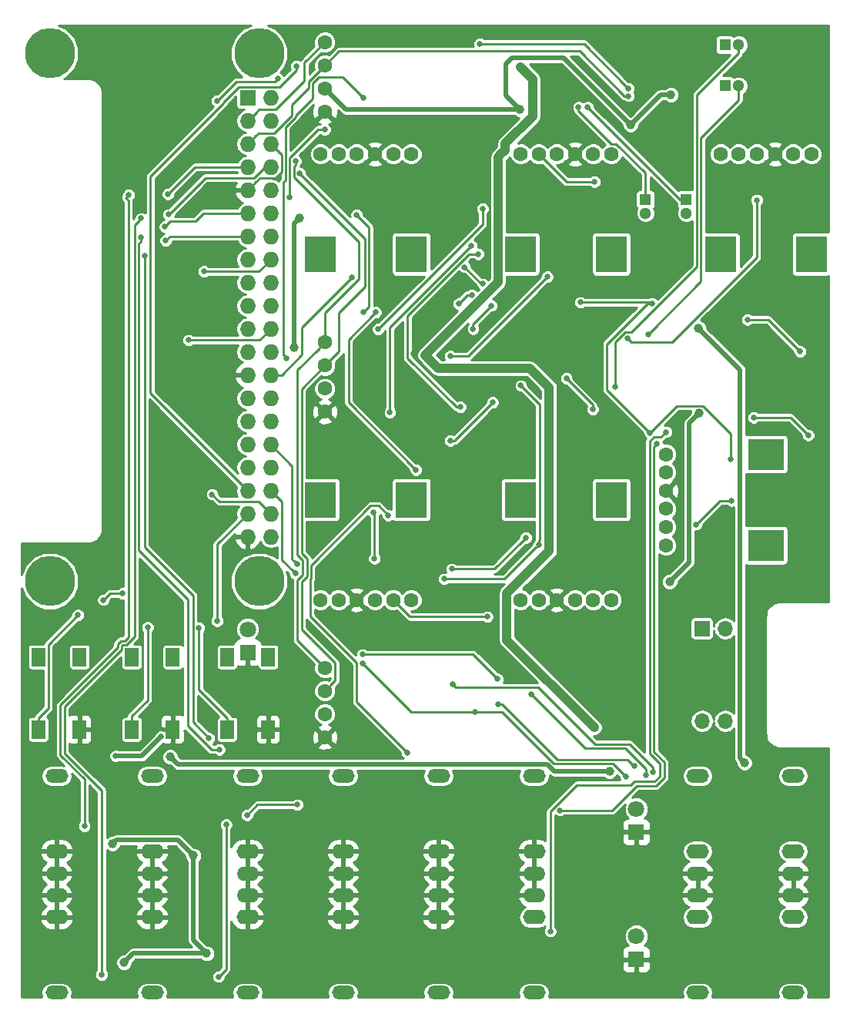
<source format=gbr>
G04 #@! TF.FileFunction,Copper,L1,Top,Signal*
%FSLAX46Y46*%
G04 Gerber Fmt 4.6, Leading zero omitted, Abs format (unit mm)*
G04 Created by KiCad (PCBNEW 4.0.6) date 2018 May 30, Wednesday 17:12:06*
%MOMM*%
%LPD*%
G01*
G04 APERTURE LIST*
%ADD10C,0.100000*%
%ADD11R,1.700000X1.700000*%
%ADD12O,1.700000X1.700000*%
%ADD13R,1.500000X2.000000*%
%ADD14O,2.500000X1.500000*%
%ADD15O,2.500000X1.600000*%
%ADD16O,2.400000X1.600000*%
%ADD17R,1.300000X1.300000*%
%ADD18C,1.300000*%
%ADD19R,1.727200X1.727200*%
%ADD20O,1.727200X1.727200*%
%ADD21C,5.500000*%
%ADD22R,3.500000X4.000000*%
%ADD23C,1.600000*%
%ADD24R,4.000000X3.500000*%
%ADD25R,1.800000X1.800000*%
%ADD26C,1.800000*%
%ADD27C,1.100000*%
%ADD28C,0.650000*%
%ADD29C,1.000000*%
%ADD30C,0.250000*%
%ADD31C,0.500000*%
%ADD32C,1.000000*%
%ADD33C,0.254000*%
G04 APERTURE END LIST*
D10*
D11*
X75460000Y-66880000D03*
D12*
X78000000Y-66880000D03*
X75460000Y-69420000D03*
X78000000Y-69420000D03*
X75460000Y-71960000D03*
X78000000Y-71960000D03*
X75460000Y-74500000D03*
X78000000Y-74500000D03*
X75460000Y-77040000D03*
X78000000Y-77040000D03*
D13*
X12750000Y-77975000D03*
X12750000Y-70025000D03*
X17250000Y-70025000D03*
X17250000Y-77975000D03*
D14*
X25500000Y-83080000D03*
D15*
X25500000Y-91380000D03*
D16*
X25500000Y-93800000D03*
D14*
X36000000Y-83080000D03*
D15*
X36000000Y-91380000D03*
D16*
X36000000Y-93800000D03*
D14*
X46500000Y-83080000D03*
D15*
X46500000Y-91380000D03*
D16*
X46500000Y-93800000D03*
D14*
X25500000Y-106920000D03*
D15*
X25500000Y-98620000D03*
D16*
X25500000Y-96200000D03*
D17*
X78000000Y-2750000D03*
D18*
X79500000Y-2750000D03*
D17*
X78000000Y-7250000D03*
D18*
X79500000Y-7250000D03*
D17*
X73750000Y-19750000D03*
D18*
X73750000Y-21250000D03*
D17*
X69250000Y-19750000D03*
D18*
X69250000Y-21250000D03*
D14*
X36000000Y-106920000D03*
D15*
X36000000Y-98620000D03*
D16*
X36000000Y-96200000D03*
D14*
X46500000Y-106920000D03*
D15*
X46500000Y-98620000D03*
D16*
X46500000Y-96200000D03*
D19*
X25500000Y-8550000D03*
D20*
X28040000Y-8550000D03*
X25500000Y-11090000D03*
X28040000Y-11090000D03*
X25500000Y-13630000D03*
X28040000Y-13630000D03*
X25500000Y-16170000D03*
X28040000Y-16170000D03*
X25500000Y-18710000D03*
X28040000Y-18710000D03*
X25500000Y-21250000D03*
X28040000Y-21250000D03*
X25500000Y-23790000D03*
X28040000Y-23790000D03*
X25500000Y-26330000D03*
X28040000Y-26330000D03*
X25500000Y-28870000D03*
X28040000Y-28870000D03*
X25500000Y-31410000D03*
X28040000Y-31410000D03*
X25500000Y-33950000D03*
X28040000Y-33950000D03*
X25500000Y-36490000D03*
X28040000Y-36490000D03*
X25500000Y-39030000D03*
X28040000Y-39030000D03*
X25500000Y-41570000D03*
X28040000Y-41570000D03*
X25500000Y-44110000D03*
X28040000Y-44110000D03*
X25500000Y-46650000D03*
X28040000Y-46650000D03*
X25500000Y-49190000D03*
X28040000Y-49190000D03*
X25500000Y-51730000D03*
X28040000Y-51730000D03*
X25500000Y-54270000D03*
X28040000Y-54270000D03*
X25500000Y-56810000D03*
X28040000Y-56810000D03*
D21*
X26770000Y-61680000D03*
X26770000Y-3680000D03*
X3770000Y-3680000D03*
X3770000Y-61680000D03*
D22*
X33500000Y-25750000D03*
D23*
X39500000Y-14750000D03*
X37500000Y-14750000D03*
X35500000Y-14750000D03*
X41500000Y-14750000D03*
X43500000Y-14750000D03*
X33500000Y-14750000D03*
D22*
X43500000Y-25750000D03*
X65500000Y-52750000D03*
D23*
X59500000Y-63750000D03*
X61500000Y-63750000D03*
X63500000Y-63750000D03*
X57500000Y-63750000D03*
X55500000Y-63750000D03*
X65500000Y-63750000D03*
D22*
X55500000Y-52750000D03*
X55500000Y-25750000D03*
D23*
X61500000Y-14750000D03*
X59500000Y-14750000D03*
X57500000Y-14750000D03*
X63500000Y-14750000D03*
X65500000Y-14750000D03*
X55500000Y-14750000D03*
D22*
X65500000Y-25750000D03*
D24*
X82500000Y-57750000D03*
D23*
X71500000Y-51750000D03*
X71500000Y-53750000D03*
X71500000Y-55750000D03*
X71500000Y-49750000D03*
X71500000Y-47750000D03*
X71500000Y-57750000D03*
D24*
X82500000Y-47750000D03*
D22*
X77500000Y-25750000D03*
D23*
X83500000Y-14750000D03*
X81500000Y-14750000D03*
X79500000Y-14750000D03*
X85500000Y-14750000D03*
X87500000Y-14750000D03*
X77500000Y-14750000D03*
D22*
X87500000Y-25750000D03*
X43500000Y-52750000D03*
D23*
X37500000Y-63750000D03*
X39500000Y-63750000D03*
X41500000Y-63750000D03*
X35500000Y-63750000D03*
X33500000Y-63750000D03*
X43500000Y-63750000D03*
D22*
X33500000Y-52750000D03*
D13*
X2500000Y-77975000D03*
X2500000Y-70025000D03*
X7000000Y-70025000D03*
X7000000Y-77975000D03*
D14*
X4500000Y-83080000D03*
D15*
X4500000Y-91380000D03*
D16*
X4500000Y-93800000D03*
D14*
X15000000Y-106920000D03*
D15*
X15000000Y-98620000D03*
D16*
X15000000Y-96200000D03*
D14*
X57000000Y-83080000D03*
D15*
X57000000Y-91380000D03*
D16*
X57000000Y-93800000D03*
D14*
X85500000Y-83080000D03*
D15*
X85500000Y-91380000D03*
D16*
X85500000Y-93800000D03*
D14*
X57000000Y-106920000D03*
D15*
X57000000Y-98620000D03*
D16*
X57000000Y-96200000D03*
D14*
X85500000Y-106920000D03*
D15*
X85500000Y-98620000D03*
D16*
X85500000Y-96200000D03*
D14*
X15000000Y-83080000D03*
D15*
X15000000Y-91380000D03*
D16*
X15000000Y-93800000D03*
D14*
X4500000Y-106920000D03*
D15*
X4500000Y-98620000D03*
D16*
X4500000Y-96200000D03*
D13*
X23250000Y-77975000D03*
X23250000Y-70025000D03*
X27750000Y-70025000D03*
X27750000Y-77975000D03*
D14*
X75000000Y-83080000D03*
D15*
X75000000Y-91380000D03*
D16*
X75000000Y-93800000D03*
D14*
X75000000Y-106920000D03*
D15*
X75000000Y-98620000D03*
D16*
X75000000Y-96200000D03*
D25*
X25500000Y-69500000D03*
D26*
X25500000Y-66960000D03*
D25*
X68250000Y-89250000D03*
D26*
X68250000Y-86710000D03*
D25*
X68250000Y-103250000D03*
D26*
X68250000Y-100710000D03*
D23*
X34000000Y-78830000D03*
X34000000Y-76290000D03*
X34000000Y-73750000D03*
X34000000Y-71210000D03*
X34000000Y-43080000D03*
X34000000Y-40540000D03*
X34000000Y-38000000D03*
X34000000Y-35460000D03*
X34000000Y-10080000D03*
X34000000Y-7540000D03*
X34000000Y-5000000D03*
X34000000Y-2460000D03*
D27*
X30600000Y-13050000D03*
D28*
X43700000Y-45900000D03*
X43650000Y-43050000D03*
X43750000Y-36700000D03*
X43750000Y-39600000D03*
X14000000Y-14950000D03*
X14750000Y-14150000D03*
X15350000Y-13450000D03*
X16150000Y-12800000D03*
X16800000Y-12150000D03*
X17550000Y-11550000D03*
X18200000Y-10850000D03*
X18850000Y-10200000D03*
X52850000Y-1800000D03*
X60250000Y-5700000D03*
X9500000Y-76500000D03*
X9500000Y-77250000D03*
X8750000Y-77250000D03*
X8750000Y-78000000D03*
X9500000Y-78000000D03*
X10250000Y-77250000D03*
X10250000Y-78000000D03*
X11000000Y-78000000D03*
X11000000Y-77250000D03*
X11000000Y-76500000D03*
X11000000Y-75750000D03*
X10250000Y-76500000D03*
X10250000Y-75750000D03*
X10250000Y-75000000D03*
X11000000Y-75000000D03*
D29*
X65296538Y-82550022D03*
X75100000Y-33900000D03*
X80150000Y-81650000D03*
X17000000Y-81000000D03*
X75150000Y-43250000D03*
X71900000Y-61750000D03*
X30649967Y-35979480D03*
X31249998Y-21800000D03*
X11900000Y-103600000D03*
X21000000Y-102600000D03*
X10650000Y-90550000D03*
X19550000Y-91850000D03*
X67600000Y-11550002D03*
X72050000Y-8250000D03*
X55450000Y-9850000D03*
D28*
X30778633Y-15500000D03*
X67371157Y-7525477D03*
X51050000Y-2650000D03*
X31228644Y-16874125D03*
X67400000Y-8375000D03*
X61900000Y-9600000D03*
X62900000Y-9600000D03*
X39850002Y-34000000D03*
X51350000Y-20750000D03*
X52326921Y-31407668D03*
X50300000Y-33950000D03*
X43050000Y-80550000D03*
X40950000Y-54450000D03*
X69735935Y-45382932D03*
X39574989Y-32150000D03*
X78600000Y-48250000D03*
X69950000Y-31150000D03*
X62100000Y-31050000D03*
X44000000Y-49450000D03*
X48700000Y-31200000D03*
X50150000Y-30250000D03*
X65900000Y-40300000D03*
X86250000Y-36450000D03*
X80450000Y-32950000D03*
X87150000Y-45650000D03*
X81150000Y-43700000D03*
X48900000Y-42550000D03*
X50850000Y-25750000D03*
X41150000Y-43150000D03*
X50100000Y-24850000D03*
X12425010Y-19232414D03*
X7550000Y-88600000D03*
X16750000Y-19150000D03*
X22400000Y-80200000D03*
X13800010Y-23900000D03*
X16400000Y-22750000D03*
X13800010Y-21826846D03*
X9450000Y-104950000D03*
X16800000Y-21400000D03*
X14150032Y-25900000D03*
X22300000Y-105150000D03*
X23150000Y-88450000D03*
X21250000Y-78950000D03*
X16500000Y-24250000D03*
X30963944Y-86255310D03*
X25450000Y-87400000D03*
X38200000Y-32150000D03*
X37500000Y-21450000D03*
X57550000Y-57650000D03*
X47100000Y-61450000D03*
X55550000Y-40200000D03*
X47800000Y-36950000D03*
X58450000Y-28250000D03*
X51375208Y-29025208D03*
X49351933Y-27167321D03*
X56100000Y-56900000D03*
X47950000Y-60350000D03*
X63450000Y-42800002D03*
X60550000Y-39400000D03*
D29*
X53850000Y-14300000D03*
X45000000Y-36850000D03*
X55500000Y-5200000D03*
X63600000Y-77750000D03*
X57950000Y-39700000D03*
D28*
X47800000Y-46250000D03*
X52450000Y-42050000D03*
X67300000Y-35000000D03*
X81500000Y-19800000D03*
X39350000Y-54150000D03*
X39450000Y-59200000D03*
X69550010Y-34550000D03*
X11000000Y-80900000D03*
X15974998Y-78800000D03*
X58800000Y-100150000D03*
X71525012Y-45284260D03*
X59859627Y-86859627D03*
X70500000Y-46600000D03*
X51850000Y-65600000D03*
X74850000Y-55450000D03*
X78750000Y-52850000D03*
X63650000Y-17800000D03*
X36983460Y-28310876D03*
X70100000Y-82650000D03*
X48050000Y-73050000D03*
X69300000Y-83000000D03*
X56700000Y-74150000D03*
X9650000Y-63750000D03*
X11749990Y-63050000D03*
X20700000Y-27650000D03*
X19000000Y-35200000D03*
X38150000Y-69750000D03*
X68000000Y-82024980D03*
X53050000Y-75200000D03*
X53000000Y-72449990D03*
X30917309Y-59798056D03*
X38150000Y-70750000D03*
X67100000Y-83150000D03*
X30745003Y-60834627D03*
X50500000Y-76050000D03*
X22150000Y-66050000D03*
X33975010Y-12050000D03*
X30100010Y-19500000D03*
X30850000Y-5100000D03*
X22150000Y-8900000D03*
X28800000Y-6500000D03*
X21600000Y-52150000D03*
X29800000Y-37200000D03*
X38250000Y-8600000D03*
X6850000Y-65400000D03*
X14500000Y-66750000D03*
X20150010Y-66800839D03*
D30*
X29228601Y-14818601D02*
X29228601Y-16740529D01*
X26363599Y-17846401D02*
X25500000Y-18710000D01*
X28610529Y-17358601D02*
X26851399Y-17358601D01*
X29228601Y-16740529D02*
X28610529Y-17358601D01*
X26851399Y-17358601D02*
X26363599Y-17846401D01*
X28040000Y-13630000D02*
X29228601Y-14818601D01*
X14750000Y-14150000D02*
X14750000Y-14200000D01*
X14750000Y-14200000D02*
X14000000Y-14950000D01*
X16150000Y-12800000D02*
X16000000Y-12800000D01*
X16000000Y-12800000D02*
X15350000Y-13450000D01*
X17550000Y-11550000D02*
X17400000Y-11550000D01*
X17400000Y-11550000D02*
X16800000Y-12150000D01*
X18850000Y-10200000D02*
X18200000Y-10850000D01*
D31*
X8750000Y-77250000D02*
X9500000Y-77250000D01*
X9500000Y-78000000D02*
X8750000Y-78000000D01*
X10250000Y-78000000D02*
X10250000Y-77250000D01*
X11000000Y-77250000D02*
X11000000Y-78000000D01*
X11000000Y-75750000D02*
X11000000Y-76500000D01*
X10250000Y-75750000D02*
X10250000Y-76500000D01*
X11000000Y-75000000D02*
X10250000Y-75000000D01*
X17000000Y-81000000D02*
X17851891Y-81851891D01*
X17851891Y-81851891D02*
X58502293Y-81851891D01*
X58502293Y-81851891D02*
X59200424Y-82550022D01*
X59200424Y-82550022D02*
X64589432Y-82550022D01*
X64589432Y-82550022D02*
X65296538Y-82550022D01*
X80150000Y-81650000D02*
X79650001Y-81150001D01*
X79650001Y-81150001D02*
X79650001Y-38450001D01*
X79650001Y-38450001D02*
X75100000Y-33900000D01*
X74650001Y-43749999D02*
X75150000Y-43250000D01*
X74050001Y-44349999D02*
X74650001Y-43749999D01*
X74050001Y-59599999D02*
X74050001Y-44349999D01*
X71900000Y-61750000D02*
X74050001Y-59599999D01*
X30649967Y-35272374D02*
X30649967Y-35979480D01*
X31249998Y-21800000D02*
X30649967Y-22400031D01*
X30649967Y-22400031D02*
X30649967Y-35272374D01*
X21000000Y-102600000D02*
X12900000Y-102600000D01*
X12900000Y-102600000D02*
X11900000Y-103600000D01*
X19550000Y-91850000D02*
X19550000Y-101150000D01*
X19550000Y-101150000D02*
X21000000Y-102600000D01*
X19550000Y-91850000D02*
X17829990Y-90129990D01*
X17829990Y-90129990D02*
X11070010Y-90129990D01*
X11070010Y-90129990D02*
X10650000Y-90550000D01*
X67100001Y-11050003D02*
X67600000Y-11550002D01*
X54550000Y-4200000D02*
X60249998Y-4200000D01*
X53900000Y-4850000D02*
X54550000Y-4200000D01*
X53900000Y-8300000D02*
X53900000Y-4850000D01*
X68099999Y-11050003D02*
X67600000Y-11550002D01*
X60249998Y-4200000D02*
X67100001Y-11050003D01*
X55450000Y-9850000D02*
X53900000Y-8300000D01*
X70900002Y-8250000D02*
X68099999Y-11050003D01*
X72050000Y-8250000D02*
X70900002Y-8250000D01*
X34000000Y-7540000D02*
X36310000Y-9850000D01*
X54742894Y-9850000D02*
X55450000Y-9850000D01*
X36310000Y-9850000D02*
X54742894Y-9850000D01*
D30*
X30974988Y-58812984D02*
X30974988Y-38485012D01*
X34000000Y-71210000D02*
X30974988Y-68184988D01*
X30974988Y-61587016D02*
X31567311Y-60994693D01*
X31567311Y-59405307D02*
X30974988Y-58812984D01*
X33200001Y-36259999D02*
X34000000Y-35460000D01*
X30974988Y-38485012D02*
X33200001Y-36259999D01*
X31567311Y-60994693D02*
X31567311Y-59405307D01*
X30974988Y-68184988D02*
X30974988Y-61587016D01*
X34000000Y-32213589D02*
X37700000Y-28513589D01*
X30750000Y-15500000D02*
X30778633Y-15500000D01*
X34000000Y-35460000D02*
X34000000Y-32213589D01*
X30578634Y-17299729D02*
X30578634Y-16130985D01*
X37700000Y-28513589D02*
X37700000Y-24421095D01*
X30578634Y-16130985D02*
X30750000Y-15959619D01*
X30750000Y-15959619D02*
X30750000Y-15500000D01*
X37700000Y-24421095D02*
X30578634Y-17299729D01*
X34000000Y-2460000D02*
X31749980Y-4710020D01*
X31749980Y-6677199D02*
X28567178Y-9860001D01*
X31749980Y-4710020D02*
X31749980Y-6677199D01*
X28567178Y-9860001D02*
X26739999Y-9860001D01*
X26739999Y-9860001D02*
X26450000Y-10150000D01*
X26450000Y-10150000D02*
X26440000Y-10150000D01*
X26440000Y-10150000D02*
X25500000Y-11090000D01*
X62495680Y-2650000D02*
X67046158Y-7200478D01*
X51050000Y-2650000D02*
X62495680Y-2650000D01*
X67046158Y-7200478D02*
X67371157Y-7525477D01*
X30324988Y-10493600D02*
X28377188Y-12441399D01*
X26688601Y-12441399D02*
X26363599Y-12766401D01*
X34000000Y-5000000D02*
X32199989Y-6800011D01*
X26363599Y-12766401D02*
X25500000Y-13630000D01*
X30324988Y-9343599D02*
X30324988Y-10493600D01*
X32199989Y-7468598D02*
X30324988Y-9343599D01*
X28377188Y-12441399D02*
X26688601Y-12441399D01*
X32199989Y-6800011D02*
X32199989Y-7468598D01*
X31424999Y-61773416D02*
X31424999Y-66969997D01*
X35125001Y-70669999D02*
X35125001Y-72624999D01*
X32017322Y-59218907D02*
X32017322Y-61181093D01*
X34799999Y-72950001D02*
X34000000Y-73750000D01*
X31424999Y-40575001D02*
X31424999Y-58626584D01*
X31424999Y-66969997D02*
X35125001Y-70669999D01*
X35125001Y-72624999D02*
X34799999Y-72950001D01*
X32017322Y-61181093D02*
X31424999Y-61773416D01*
X34000000Y-38000000D02*
X31424999Y-40575001D01*
X31424999Y-58626584D02*
X32017322Y-59218907D01*
X35550000Y-32200000D02*
X38400000Y-29350000D01*
X34000000Y-38000000D02*
X35550000Y-36450000D01*
X35550000Y-36450000D02*
X35550000Y-32200000D01*
X38400000Y-24045481D02*
X31553643Y-17199124D01*
X31553643Y-17199124D02*
X31228644Y-16874125D01*
X38400000Y-29350000D02*
X38400000Y-24045481D01*
X62015381Y-3450000D02*
X35550000Y-3450000D01*
X35550000Y-3450000D02*
X34000000Y-5000000D01*
X67400000Y-8375000D02*
X66940381Y-8375000D01*
X66940381Y-8375000D02*
X62015381Y-3450000D01*
X61900000Y-9600000D02*
X61900000Y-10059619D01*
X66040001Y-13624999D02*
X69250000Y-16834998D01*
X61900000Y-10059619D02*
X65465380Y-13624999D01*
X69250000Y-16834998D02*
X69250000Y-18850000D01*
X65465380Y-13624999D02*
X66040001Y-13624999D01*
X69250000Y-18850000D02*
X69250000Y-19750000D01*
X62900000Y-9600000D02*
X73050000Y-19750000D01*
X73050000Y-19750000D02*
X73750000Y-19750000D01*
X40175001Y-33675001D02*
X39850002Y-34000000D01*
X51350000Y-22500002D02*
X40175001Y-33675001D01*
X51350000Y-20750000D02*
X51350000Y-22500002D01*
X50300000Y-33950000D02*
X50300000Y-33434589D01*
X50300000Y-33434589D02*
X52001922Y-31732667D01*
X52001922Y-31732667D02*
X52326921Y-31407668D01*
X37499998Y-74999998D02*
X42725001Y-80225001D01*
X39037999Y-53399999D02*
X32467333Y-59970665D01*
X32374999Y-65537003D02*
X37499998Y-70662002D01*
X32467333Y-61367493D02*
X32374999Y-61459827D01*
X39899999Y-53399999D02*
X39037999Y-53399999D01*
X42725001Y-80225001D02*
X43050000Y-80550000D01*
X37499998Y-70662002D02*
X37499998Y-74999998D01*
X32467333Y-59970665D02*
X32467333Y-61367493D01*
X40950000Y-54450000D02*
X39899999Y-53399999D01*
X32374999Y-61459827D02*
X32374999Y-65537003D01*
X64999998Y-40646995D02*
X69410936Y-45057933D01*
X64999998Y-35640383D02*
X64999998Y-40646995D01*
X69490381Y-31150000D02*
X64999998Y-35640383D01*
X78600000Y-48250000D02*
X78600000Y-45478998D01*
X69950000Y-31150000D02*
X69490381Y-31150000D01*
X78600000Y-45478998D02*
X75546001Y-42424999D01*
X75546001Y-42424999D02*
X72693868Y-42424999D01*
X69410936Y-45057933D02*
X69735935Y-45382932D01*
X70060934Y-45057933D02*
X69735935Y-45382932D01*
X72693868Y-42424999D02*
X70060934Y-45057933D01*
X39249990Y-32474999D02*
X39574989Y-32150000D01*
X44000000Y-49450000D02*
X36600000Y-42050000D01*
X36600000Y-42050000D02*
X36600000Y-35124989D01*
X36600000Y-35124989D02*
X39249990Y-32474999D01*
X62100000Y-31050000D02*
X69850000Y-31050000D01*
X69850000Y-31050000D02*
X69950000Y-31150000D01*
X50150000Y-30250000D02*
X49650000Y-30250000D01*
X49650000Y-30250000D02*
X48700000Y-31200000D01*
X65900000Y-39840381D02*
X65900000Y-40300000D01*
X67712002Y-34349998D02*
X66987998Y-34349998D01*
X65900000Y-35437996D02*
X65900000Y-39840381D01*
X79500000Y-3669238D02*
X74899989Y-8269249D01*
X79500000Y-2750000D02*
X79500000Y-3669238D01*
X74899989Y-27162011D02*
X67712002Y-34349998D01*
X74899989Y-8269249D02*
X74899989Y-27162011D01*
X66987998Y-34349998D02*
X65900000Y-35437996D01*
X85925001Y-36125001D02*
X86250000Y-36450000D01*
X82750000Y-32950000D02*
X85925001Y-36125001D01*
X80450000Y-32950000D02*
X82750000Y-32950000D01*
X86825001Y-45325001D02*
X87150000Y-45650000D01*
X85200000Y-43700000D02*
X86825001Y-45325001D01*
X81150000Y-43700000D02*
X85200000Y-43700000D01*
X48440381Y-42550000D02*
X48900000Y-42550000D01*
X43099999Y-32500001D02*
X43099999Y-37209618D01*
X49850000Y-25750000D02*
X43099999Y-32500001D01*
X43099999Y-37209618D02*
X48440381Y-42550000D01*
X50850000Y-25750000D02*
X49850000Y-25750000D01*
X41150000Y-33800000D02*
X41150000Y-42690381D01*
X50100000Y-24850000D02*
X41150000Y-33800000D01*
X41150000Y-42690381D02*
X41150000Y-43150000D01*
X12400000Y-19857402D02*
X12100011Y-19557413D01*
X11963600Y-68249988D02*
X12400000Y-67813589D01*
X11553599Y-68249988D02*
X11963600Y-68249988D01*
X7550000Y-83436411D02*
X4899989Y-80786400D01*
X4899989Y-80786400D02*
X4899989Y-75313600D01*
X7550000Y-88600000D02*
X7550000Y-83436411D01*
X12400000Y-67813589D02*
X12400000Y-19857402D01*
X4899989Y-75313600D02*
X11224988Y-68988601D01*
X11224988Y-68988601D02*
X11224988Y-68578599D01*
X11224988Y-68578599D02*
X11553599Y-68249988D01*
X12100011Y-19557413D02*
X12425010Y-19232414D01*
X25500000Y-16170000D02*
X19730000Y-16170000D01*
X19730000Y-16170000D02*
X16750000Y-19150000D01*
X21540381Y-80200000D02*
X21940381Y-80200000D01*
X13500022Y-58300022D02*
X18899989Y-63699989D01*
X13800010Y-24359619D02*
X13500022Y-24659607D01*
X21940381Y-80200000D02*
X22400000Y-80200000D01*
X13800010Y-23900000D02*
X13800010Y-24359619D01*
X13500022Y-24659607D02*
X13500022Y-58300022D01*
X18899989Y-77559608D02*
X21540381Y-80200000D01*
X18899989Y-63699989D02*
X18899989Y-77559608D01*
X19750000Y-22150000D02*
X17000000Y-22150000D01*
X17000000Y-22150000D02*
X16400000Y-22750000D01*
X20650000Y-21250000D02*
X19750000Y-22150000D01*
X25500000Y-21250000D02*
X20650000Y-21250000D01*
X13050011Y-22576845D02*
X13475011Y-22151845D01*
X9450000Y-84700000D02*
X5350000Y-80600000D01*
X11739999Y-68699999D02*
X12150001Y-68699999D01*
X13050011Y-67799989D02*
X13050011Y-22576845D01*
X12150001Y-68699999D02*
X13050011Y-67799989D01*
X11674999Y-69175001D02*
X11674999Y-68764999D01*
X5350000Y-75500000D02*
X11674999Y-69175001D01*
X9450000Y-104950000D02*
X9450000Y-84700000D01*
X11674999Y-68764999D02*
X11739999Y-68699999D01*
X13475011Y-22151845D02*
X13800010Y-21826846D01*
X5350000Y-80600000D02*
X5350000Y-75500000D01*
X20841399Y-17358601D02*
X17124999Y-21075001D01*
X26214989Y-17358601D02*
X20841399Y-17358601D01*
X27403590Y-16170000D02*
X26214989Y-17358601D01*
X28040000Y-16170000D02*
X27403590Y-16170000D01*
X17124999Y-21075001D02*
X16800000Y-21400000D01*
X14150032Y-26359619D02*
X14150032Y-25900000D01*
X14150032Y-57900032D02*
X14150032Y-26359619D01*
X21250000Y-78950000D02*
X19500000Y-77200000D01*
X19500000Y-77200000D02*
X19500000Y-63250000D01*
X19500000Y-63250000D02*
X14150032Y-57900032D01*
X23150000Y-88450000D02*
X23150000Y-104300000D01*
X23150000Y-104300000D02*
X22300000Y-105150000D01*
X25500000Y-23790000D02*
X16960000Y-23790000D01*
X16960000Y-23790000D02*
X16500000Y-24250000D01*
X25450000Y-87400000D02*
X26594690Y-86255310D01*
X30504325Y-86255310D02*
X30963944Y-86255310D01*
X26594690Y-86255310D02*
X30504325Y-86255310D01*
X38524999Y-31825001D02*
X38200000Y-32150000D01*
X37500000Y-21450000D02*
X38850011Y-22800011D01*
X38850011Y-22800011D02*
X38850011Y-31499989D01*
X38850011Y-31499989D02*
X38524999Y-31825001D01*
X57550000Y-57190381D02*
X57550000Y-57650000D01*
X57600000Y-57140381D02*
X57550000Y-57190381D01*
X57600000Y-42250000D02*
X57600000Y-57140381D01*
X57225001Y-57974999D02*
X57550000Y-57650000D01*
X53750000Y-61450000D02*
X57225001Y-57974999D01*
X47100000Y-61450000D02*
X53750000Y-61450000D01*
X55550000Y-40200000D02*
X57600000Y-42250000D01*
X58450000Y-28250000D02*
X49750000Y-36950000D01*
X49750000Y-36950000D02*
X47800000Y-36950000D01*
X49351933Y-27167321D02*
X51209820Y-29025208D01*
X51209820Y-29025208D02*
X51375208Y-29025208D01*
X55775001Y-57224999D02*
X56100000Y-56900000D01*
X52650000Y-60350000D02*
X55775001Y-57224999D01*
X47950000Y-60350000D02*
X52650000Y-60350000D01*
X63450000Y-42340383D02*
X63450000Y-42800002D01*
X63450000Y-42300000D02*
X63450000Y-42340383D01*
X60550000Y-39400000D02*
X63450000Y-42300000D01*
D32*
X53350001Y-14799999D02*
X53850000Y-14300000D01*
X45000000Y-36850000D02*
X53049999Y-28800001D01*
X53850000Y-13592894D02*
X53850000Y-14300000D01*
X56850001Y-10592893D02*
X53850000Y-13592894D01*
X53049999Y-15100001D02*
X53350001Y-14799999D01*
X56850001Y-6550001D02*
X56850001Y-10592893D01*
X55500000Y-5200000D02*
X56850001Y-6550001D01*
X53049999Y-28800001D02*
X53049999Y-15100001D01*
X56550000Y-38300000D02*
X46450000Y-38300000D01*
X46450000Y-38300000D02*
X45499999Y-37349999D01*
X45499999Y-37349999D02*
X45000000Y-36850000D01*
X57950000Y-39700000D02*
X56550000Y-38300000D01*
X63100001Y-77250001D02*
X63600000Y-77750000D01*
X53999999Y-68149999D02*
X63100001Y-77250001D01*
X53999999Y-63029999D02*
X53999999Y-68149999D01*
X58675002Y-58354996D02*
X53999999Y-63029999D01*
X58675002Y-40425002D02*
X58675002Y-58354996D01*
X57950000Y-39700000D02*
X58675002Y-40425002D01*
D30*
X52450000Y-42050000D02*
X48250000Y-46250000D01*
X48250000Y-46250000D02*
X47800000Y-46250000D01*
X72185002Y-35400000D02*
X67700000Y-35400000D01*
X67700000Y-35400000D02*
X67300000Y-35000000D01*
X81500000Y-19800000D02*
X81500000Y-26085002D01*
X81500000Y-26085002D02*
X72185002Y-35400000D01*
X39450000Y-54250000D02*
X39350000Y-54150000D01*
X39450000Y-59200000D02*
X39450000Y-54250000D01*
X75350000Y-28750010D02*
X69875009Y-34225001D01*
X75350000Y-12950000D02*
X75350000Y-28750010D01*
X79500000Y-7250000D02*
X79500000Y-8800000D01*
X69875009Y-34225001D02*
X69550010Y-34550000D01*
X79500000Y-8800000D02*
X75350000Y-12950000D01*
D31*
X15974998Y-78800000D02*
X13874998Y-80900000D01*
X13874998Y-80900000D02*
X11000000Y-80900000D01*
D30*
X71525012Y-45284260D02*
X70959273Y-45849999D01*
X70959273Y-45849999D02*
X70187999Y-45849999D01*
X70187999Y-45849999D02*
X69712002Y-46325996D01*
X69712002Y-46325996D02*
X69712002Y-80650000D01*
X70800000Y-83162002D02*
X70262001Y-83700001D01*
X69712002Y-80650000D02*
X70800000Y-81737998D01*
X70800000Y-81737998D02*
X70800000Y-83162002D01*
X58800000Y-87000000D02*
X58800000Y-99690381D01*
X70262001Y-83700001D02*
X68012001Y-83700001D01*
X68012001Y-83700001D02*
X67612001Y-84100001D01*
X67612001Y-84100001D02*
X61699999Y-84100001D01*
X58800000Y-99690381D02*
X58800000Y-100150000D01*
X61699999Y-84100001D02*
X58800000Y-87000000D01*
X70500000Y-46600000D02*
X70175001Y-46924999D01*
X70175001Y-46924999D02*
X70175001Y-80476588D01*
X70175001Y-80476588D02*
X71300000Y-81601587D01*
X71300000Y-81601587D02*
X71300000Y-83298413D01*
X71300000Y-83298413D02*
X70448401Y-84150012D01*
X70448401Y-84150012D02*
X68298401Y-84150012D01*
X68298401Y-84150012D02*
X65588786Y-86859627D01*
X65588786Y-86859627D02*
X60319246Y-86859627D01*
X60319246Y-86859627D02*
X59859627Y-86859627D01*
X41500000Y-63750000D02*
X43350000Y-65600000D01*
X43350000Y-65600000D02*
X51850000Y-65600000D01*
X78750000Y-52850000D02*
X77450000Y-52850000D01*
X77450000Y-52850000D02*
X74850000Y-55450000D01*
X63190381Y-17800000D02*
X63650000Y-17800000D01*
X60550000Y-17800000D02*
X63190381Y-17800000D01*
X57500000Y-14750000D02*
X60550000Y-17800000D01*
X29261314Y-39030000D02*
X31474977Y-36816337D01*
X36658461Y-28635875D02*
X36983460Y-28310876D01*
X31474977Y-33819359D02*
X36658461Y-28635875D01*
X31474977Y-36816337D02*
X31474977Y-33819359D01*
X28040000Y-39030000D02*
X29261314Y-39030000D01*
X67509599Y-79599980D02*
X70100000Y-82190381D01*
X63699980Y-79599980D02*
X67509599Y-79599980D01*
X48374999Y-73374999D02*
X57474999Y-73374999D01*
X70100000Y-82190381D02*
X70100000Y-82650000D01*
X48050000Y-73050000D02*
X48374999Y-73374999D01*
X57474999Y-73374999D02*
X63699980Y-79599980D01*
X67009610Y-80049991D02*
X69300000Y-82340381D01*
X69300000Y-82340381D02*
X69300000Y-82540381D01*
X56700000Y-74150000D02*
X62599991Y-80049991D01*
X69300000Y-82540381D02*
X69300000Y-83000000D01*
X62599991Y-80049991D02*
X67009610Y-80049991D01*
X11749990Y-63050000D02*
X10350000Y-63050000D01*
X10350000Y-63050000D02*
X9650000Y-63750000D01*
X21159619Y-27650000D02*
X20700000Y-27650000D01*
X26720000Y-27650000D02*
X21159619Y-27650000D01*
X28040000Y-26330000D02*
X26720000Y-27650000D01*
X19459619Y-35200000D02*
X19000000Y-35200000D01*
X28040000Y-33950000D02*
X26790000Y-35200000D01*
X26790000Y-35200000D02*
X19459619Y-35200000D01*
X38609619Y-69750000D02*
X38150000Y-69750000D01*
X50300010Y-69750000D02*
X38609619Y-69750000D01*
X53000000Y-72449990D02*
X50300010Y-69750000D01*
X67675001Y-81699981D02*
X68000000Y-82024980D01*
X67250021Y-81275001D02*
X67675001Y-81699981D01*
X59584620Y-81275001D02*
X67250021Y-81275001D01*
X53509619Y-75200000D02*
X59584620Y-81275001D01*
X53050000Y-75200000D02*
X53509619Y-75200000D01*
X30400000Y-59280747D02*
X30592310Y-59473057D01*
X30592310Y-59473057D02*
X30917309Y-59798056D01*
X28040000Y-46650000D02*
X30400000Y-49010000D01*
X30400000Y-49010000D02*
X30400000Y-59280747D01*
X38474999Y-71074999D02*
X38150000Y-70750000D01*
X43450000Y-76050000D02*
X38474999Y-71074999D01*
X50500000Y-76050000D02*
X43450000Y-76050000D01*
X66775001Y-82825001D02*
X67100000Y-83150000D01*
X59188601Y-81725012D02*
X65675012Y-81725012D01*
X53513589Y-76050000D02*
X59188601Y-81725012D01*
X65675012Y-81725012D02*
X66775001Y-82825001D01*
X50500000Y-76050000D02*
X53513589Y-76050000D01*
X28040000Y-51730000D02*
X29274990Y-52964990D01*
X30420004Y-60509628D02*
X30745003Y-60834627D01*
X29274990Y-52964990D02*
X29274990Y-59364614D01*
X29274990Y-59364614D02*
X30420004Y-60509628D01*
X22150000Y-65590381D02*
X22150000Y-66050000D01*
X25500000Y-54270000D02*
X22150000Y-57620000D01*
X22150000Y-57620000D02*
X22150000Y-65590381D01*
X33515391Y-12050000D02*
X33975010Y-12050000D01*
X30100010Y-19500000D02*
X30100010Y-19040381D01*
X30128623Y-19011768D02*
X30128623Y-15186768D01*
X30128623Y-15186768D02*
X33265391Y-12050000D01*
X30100010Y-19040381D02*
X30128623Y-19011768D01*
X33265391Y-12050000D02*
X33515391Y-12050000D01*
X30850000Y-5559619D02*
X30850000Y-5100000D01*
X25500000Y-51730000D02*
X14800034Y-41030034D01*
X14800034Y-41030034D02*
X14800034Y-17211970D01*
X24500605Y-7361399D02*
X29048220Y-7361399D01*
X29048220Y-7361399D02*
X30850000Y-5559619D01*
X22800002Y-9212002D02*
X22800002Y-9062002D01*
X22800002Y-9062002D02*
X24500605Y-7361399D01*
X14800034Y-17211970D02*
X22800002Y-9212002D01*
X28475001Y-6824999D02*
X24225001Y-6824999D01*
X24225001Y-6824999D02*
X22474999Y-8575001D01*
X22474999Y-8575001D02*
X22150000Y-8900000D01*
X28800000Y-6500000D02*
X28475001Y-6824999D01*
X21600000Y-52150000D02*
X22368601Y-52918601D01*
X26688601Y-52918601D02*
X27176401Y-53406401D01*
X22368601Y-52918601D02*
X26688601Y-52918601D01*
X27176401Y-53406401D02*
X28040000Y-54270000D01*
X35950000Y-6300000D02*
X33350000Y-6300000D01*
X29450000Y-17850000D02*
X29450000Y-36850000D01*
X29678612Y-11776386D02*
X29678612Y-17621388D01*
X30774999Y-10679999D02*
X29678612Y-11776386D01*
X29475001Y-36875001D02*
X29800000Y-37200000D01*
X30774999Y-10529999D02*
X30774999Y-10679999D01*
X32650000Y-8654998D02*
X30774999Y-10529999D01*
X32650000Y-7000000D02*
X32650000Y-8654998D01*
X33350000Y-6300000D02*
X32650000Y-7000000D01*
X29450000Y-36850000D02*
X29475001Y-36875001D01*
X38250000Y-8600000D02*
X35950000Y-6300000D01*
X29678612Y-17621388D02*
X29450000Y-17850000D01*
X6850000Y-65400000D02*
X3575001Y-68674999D01*
X2500000Y-76725000D02*
X2500000Y-77975000D01*
X3575001Y-68674999D02*
X3575001Y-75649999D01*
X3575001Y-75649999D02*
X2500000Y-76725000D01*
X14500000Y-74750000D02*
X12750000Y-76500000D01*
X12750000Y-76500000D02*
X12750000Y-77975000D01*
X14500000Y-66750000D02*
X14500000Y-74750000D01*
X20150010Y-73625010D02*
X20150010Y-67260458D01*
X20150010Y-67260458D02*
X20150010Y-66800839D01*
X23250000Y-76725000D02*
X20150010Y-73625010D01*
X23250000Y-77975000D02*
X23250000Y-76725000D01*
D33*
G36*
X24972725Y-985100D02*
X24078241Y-1878024D01*
X23593553Y-3045283D01*
X23592450Y-4309172D01*
X24075100Y-5477275D01*
X24869436Y-6272999D01*
X24225001Y-6272999D01*
X24013760Y-6315017D01*
X23834678Y-6434676D01*
X22121380Y-8147974D01*
X22001074Y-8147869D01*
X21724582Y-8262113D01*
X21512857Y-8473470D01*
X21398130Y-8749762D01*
X21397869Y-9048926D01*
X21512113Y-9325418D01*
X21708855Y-9522503D01*
X14409711Y-16821647D01*
X14290052Y-17000728D01*
X14290052Y-17000729D01*
X14248034Y-17211970D01*
X14248034Y-21211234D01*
X14226540Y-21189703D01*
X13950248Y-21074976D01*
X13651084Y-21074715D01*
X13374592Y-21188959D01*
X13162867Y-21400316D01*
X13048140Y-21676608D01*
X13048034Y-21798176D01*
X12952000Y-21894210D01*
X12952000Y-19857402D01*
X12937313Y-19783567D01*
X13062153Y-19658944D01*
X13176880Y-19382652D01*
X13177141Y-19083488D01*
X13062897Y-18806996D01*
X12851540Y-18595271D01*
X12575248Y-18480544D01*
X12276084Y-18480283D01*
X11999592Y-18594527D01*
X11787867Y-18805884D01*
X11673140Y-19082176D01*
X11673018Y-19221970D01*
X11590029Y-19346171D01*
X11548011Y-19557413D01*
X11590029Y-19768655D01*
X11709688Y-19947736D01*
X11848000Y-20086048D01*
X11848000Y-62298084D01*
X11601064Y-62297869D01*
X11324572Y-62412113D01*
X11238535Y-62498000D01*
X10350000Y-62498000D01*
X10138759Y-62540018D01*
X10012200Y-62624582D01*
X9959677Y-62659677D01*
X9621380Y-62997974D01*
X9501074Y-62997869D01*
X9224582Y-63112113D01*
X9012857Y-63323470D01*
X8898130Y-63599762D01*
X8897869Y-63898926D01*
X9012113Y-64175418D01*
X9223470Y-64387143D01*
X9499762Y-64501870D01*
X9798926Y-64502131D01*
X10075418Y-64387887D01*
X10287143Y-64176530D01*
X10401870Y-63900238D01*
X10401976Y-63778670D01*
X10578646Y-63602000D01*
X11238465Y-63602000D01*
X11323460Y-63687143D01*
X11599752Y-63801870D01*
X11848000Y-63802087D01*
X11848000Y-67584943D01*
X11734955Y-67697988D01*
X11553599Y-67697988D01*
X11342357Y-67740006D01*
X11163276Y-67859665D01*
X10834665Y-68188276D01*
X10715006Y-68367357D01*
X10715006Y-68367358D01*
X10672988Y-68578599D01*
X10672988Y-68759955D01*
X4509666Y-74923277D01*
X4390007Y-75102358D01*
X4370585Y-75200000D01*
X4347989Y-75313600D01*
X4347989Y-80786400D01*
X4390007Y-80997642D01*
X4509666Y-81176723D01*
X5286371Y-81953428D01*
X5032854Y-81903000D01*
X3967146Y-81903000D01*
X3516728Y-81992594D01*
X3134881Y-82247735D01*
X2879740Y-82629582D01*
X2790146Y-83080000D01*
X2879740Y-83530418D01*
X3134881Y-83912265D01*
X3516728Y-84167406D01*
X3967146Y-84257000D01*
X5032854Y-84257000D01*
X5483272Y-84167406D01*
X5865119Y-83912265D01*
X6120260Y-83530418D01*
X6209854Y-83080000D01*
X6159426Y-82826483D01*
X6998000Y-83665057D01*
X6998000Y-88088475D01*
X6912857Y-88173470D01*
X6798130Y-88449762D01*
X6797869Y-88748926D01*
X6912113Y-89025418D01*
X7123470Y-89237143D01*
X7399762Y-89351870D01*
X7698926Y-89352131D01*
X7975418Y-89237887D01*
X8187143Y-89026530D01*
X8301870Y-88750238D01*
X8302131Y-88451074D01*
X8187887Y-88174582D01*
X8102000Y-88088545D01*
X8102000Y-84132646D01*
X8898000Y-84928646D01*
X8898000Y-104438475D01*
X8812857Y-104523470D01*
X8698130Y-104799762D01*
X8697869Y-105098926D01*
X8812113Y-105375418D01*
X9023470Y-105587143D01*
X9299762Y-105701870D01*
X9598926Y-105702131D01*
X9875418Y-105587887D01*
X10087143Y-105376530D01*
X10119367Y-105298926D01*
X21547869Y-105298926D01*
X21662113Y-105575418D01*
X21873470Y-105787143D01*
X22149762Y-105901870D01*
X22448926Y-105902131D01*
X22725418Y-105787887D01*
X22937143Y-105576530D01*
X23051870Y-105300238D01*
X23051976Y-105178670D01*
X23540323Y-104690323D01*
X23659982Y-104511241D01*
X23702000Y-104300000D01*
X23702000Y-103535750D01*
X66715000Y-103535750D01*
X66715000Y-104276309D01*
X66811673Y-104509698D01*
X66990301Y-104688327D01*
X67223690Y-104785000D01*
X67964250Y-104785000D01*
X68123000Y-104626250D01*
X68123000Y-103377000D01*
X68377000Y-103377000D01*
X68377000Y-104626250D01*
X68535750Y-104785000D01*
X69276310Y-104785000D01*
X69509699Y-104688327D01*
X69688327Y-104509698D01*
X69785000Y-104276309D01*
X69785000Y-103535750D01*
X69626250Y-103377000D01*
X68377000Y-103377000D01*
X68123000Y-103377000D01*
X66873750Y-103377000D01*
X66715000Y-103535750D01*
X23702000Y-103535750D01*
X23702000Y-102223691D01*
X66715000Y-102223691D01*
X66715000Y-102964250D01*
X66873750Y-103123000D01*
X68123000Y-103123000D01*
X68123000Y-103103000D01*
X68377000Y-103103000D01*
X68377000Y-103123000D01*
X69626250Y-103123000D01*
X69785000Y-102964250D01*
X69785000Y-102223691D01*
X69688327Y-101990302D01*
X69509699Y-101811673D01*
X69276310Y-101715000D01*
X69121545Y-101715000D01*
X69374319Y-101462666D01*
X69576769Y-100975115D01*
X69577229Y-100447202D01*
X69375631Y-99959297D01*
X69002666Y-99585681D01*
X68515115Y-99383231D01*
X67987202Y-99382771D01*
X67499297Y-99584369D01*
X67125681Y-99957334D01*
X66923231Y-100444885D01*
X66922771Y-100972798D01*
X67124369Y-101460703D01*
X67378223Y-101715000D01*
X67223690Y-101715000D01*
X66990301Y-101811673D01*
X66811673Y-101990302D01*
X66715000Y-102223691D01*
X23702000Y-102223691D01*
X23702000Y-99099994D01*
X23945500Y-99544896D01*
X24383517Y-99897166D01*
X24923000Y-100055000D01*
X25373000Y-100055000D01*
X25373000Y-98747000D01*
X25627000Y-98747000D01*
X25627000Y-100055000D01*
X26077000Y-100055000D01*
X26616483Y-99897166D01*
X27054500Y-99544896D01*
X27324367Y-99051819D01*
X27341904Y-98969039D01*
X34158096Y-98969039D01*
X34175633Y-99051819D01*
X34445500Y-99544896D01*
X34883517Y-99897166D01*
X35423000Y-100055000D01*
X35873000Y-100055000D01*
X35873000Y-98747000D01*
X36127000Y-98747000D01*
X36127000Y-100055000D01*
X36577000Y-100055000D01*
X37116483Y-99897166D01*
X37554500Y-99544896D01*
X37824367Y-99051819D01*
X37841904Y-98969039D01*
X44658096Y-98969039D01*
X44675633Y-99051819D01*
X44945500Y-99544896D01*
X45383517Y-99897166D01*
X45923000Y-100055000D01*
X46373000Y-100055000D01*
X46373000Y-98747000D01*
X46627000Y-98747000D01*
X46627000Y-100055000D01*
X47077000Y-100055000D01*
X47616483Y-99897166D01*
X48054500Y-99544896D01*
X48324367Y-99051819D01*
X48341904Y-98969039D01*
X48219915Y-98747000D01*
X46627000Y-98747000D01*
X46373000Y-98747000D01*
X44780085Y-98747000D01*
X44658096Y-98969039D01*
X37841904Y-98969039D01*
X37719915Y-98747000D01*
X36127000Y-98747000D01*
X35873000Y-98747000D01*
X34280085Y-98747000D01*
X34158096Y-98969039D01*
X27341904Y-98969039D01*
X27219915Y-98747000D01*
X25627000Y-98747000D01*
X25373000Y-98747000D01*
X25353000Y-98747000D01*
X25353000Y-98493000D01*
X25373000Y-98493000D01*
X25373000Y-96327000D01*
X25627000Y-96327000D01*
X25627000Y-98493000D01*
X27219915Y-98493000D01*
X27341904Y-98270961D01*
X34158096Y-98270961D01*
X34280085Y-98493000D01*
X35873000Y-98493000D01*
X35873000Y-96327000D01*
X36127000Y-96327000D01*
X36127000Y-98493000D01*
X37719915Y-98493000D01*
X37841904Y-98270961D01*
X44658096Y-98270961D01*
X44780085Y-98493000D01*
X46373000Y-98493000D01*
X46373000Y-96327000D01*
X46627000Y-96327000D01*
X46627000Y-98493000D01*
X48219915Y-98493000D01*
X48341904Y-98270961D01*
X48324367Y-98188181D01*
X48054500Y-97695104D01*
X47674998Y-97389894D01*
X48004500Y-97124896D01*
X48274367Y-96631819D01*
X48291904Y-96549039D01*
X48169915Y-96327000D01*
X46627000Y-96327000D01*
X46373000Y-96327000D01*
X44830085Y-96327000D01*
X44708096Y-96549039D01*
X44725633Y-96631819D01*
X44995500Y-97124896D01*
X45325002Y-97389894D01*
X44945500Y-97695104D01*
X44675633Y-98188181D01*
X44658096Y-98270961D01*
X37841904Y-98270961D01*
X37824367Y-98188181D01*
X37554500Y-97695104D01*
X37174998Y-97389894D01*
X37504500Y-97124896D01*
X37774367Y-96631819D01*
X37791904Y-96549039D01*
X37669915Y-96327000D01*
X36127000Y-96327000D01*
X35873000Y-96327000D01*
X34330085Y-96327000D01*
X34208096Y-96549039D01*
X34225633Y-96631819D01*
X34495500Y-97124896D01*
X34825002Y-97389894D01*
X34445500Y-97695104D01*
X34175633Y-98188181D01*
X34158096Y-98270961D01*
X27341904Y-98270961D01*
X27324367Y-98188181D01*
X27054500Y-97695104D01*
X26674998Y-97389894D01*
X27004500Y-97124896D01*
X27274367Y-96631819D01*
X27291904Y-96549039D01*
X27169915Y-96327000D01*
X25627000Y-96327000D01*
X25373000Y-96327000D01*
X25353000Y-96327000D01*
X25353000Y-96073000D01*
X25373000Y-96073000D01*
X25373000Y-93927000D01*
X25627000Y-93927000D01*
X25627000Y-96073000D01*
X27169915Y-96073000D01*
X27291904Y-95850961D01*
X27274367Y-95768181D01*
X27004500Y-95275104D01*
X26662432Y-95000000D01*
X27004500Y-94724896D01*
X27274367Y-94231819D01*
X27291904Y-94149039D01*
X34208096Y-94149039D01*
X34225633Y-94231819D01*
X34495500Y-94724896D01*
X34837568Y-95000000D01*
X34495500Y-95275104D01*
X34225633Y-95768181D01*
X34208096Y-95850961D01*
X34330085Y-96073000D01*
X35873000Y-96073000D01*
X35873000Y-93927000D01*
X36127000Y-93927000D01*
X36127000Y-96073000D01*
X37669915Y-96073000D01*
X37791904Y-95850961D01*
X37774367Y-95768181D01*
X37504500Y-95275104D01*
X37162432Y-95000000D01*
X37504500Y-94724896D01*
X37774367Y-94231819D01*
X37791904Y-94149039D01*
X44708096Y-94149039D01*
X44725633Y-94231819D01*
X44995500Y-94724896D01*
X45337568Y-95000000D01*
X44995500Y-95275104D01*
X44725633Y-95768181D01*
X44708096Y-95850961D01*
X44830085Y-96073000D01*
X46373000Y-96073000D01*
X46373000Y-93927000D01*
X46627000Y-93927000D01*
X46627000Y-96073000D01*
X48169915Y-96073000D01*
X48291904Y-95850961D01*
X48274367Y-95768181D01*
X48004500Y-95275104D01*
X47662432Y-95000000D01*
X48004500Y-94724896D01*
X48274367Y-94231819D01*
X48291904Y-94149039D01*
X55208096Y-94149039D01*
X55225633Y-94231819D01*
X55495500Y-94724896D01*
X55837568Y-95000000D01*
X55495500Y-95275104D01*
X55225633Y-95768181D01*
X55208096Y-95850961D01*
X55330085Y-96073000D01*
X56873000Y-96073000D01*
X56873000Y-93927000D01*
X55330085Y-93927000D01*
X55208096Y-94149039D01*
X48291904Y-94149039D01*
X48169915Y-93927000D01*
X46627000Y-93927000D01*
X46373000Y-93927000D01*
X44830085Y-93927000D01*
X44708096Y-94149039D01*
X37791904Y-94149039D01*
X37669915Y-93927000D01*
X36127000Y-93927000D01*
X35873000Y-93927000D01*
X34330085Y-93927000D01*
X34208096Y-94149039D01*
X27291904Y-94149039D01*
X27169915Y-93927000D01*
X25627000Y-93927000D01*
X25373000Y-93927000D01*
X25353000Y-93927000D01*
X25353000Y-93673000D01*
X25373000Y-93673000D01*
X25373000Y-91507000D01*
X25627000Y-91507000D01*
X25627000Y-93673000D01*
X27169915Y-93673000D01*
X27291904Y-93450961D01*
X27274367Y-93368181D01*
X27004500Y-92875104D01*
X26674998Y-92610106D01*
X27054500Y-92304896D01*
X27324367Y-91811819D01*
X27341904Y-91729039D01*
X34158096Y-91729039D01*
X34175633Y-91811819D01*
X34445500Y-92304896D01*
X34825002Y-92610106D01*
X34495500Y-92875104D01*
X34225633Y-93368181D01*
X34208096Y-93450961D01*
X34330085Y-93673000D01*
X35873000Y-93673000D01*
X35873000Y-91507000D01*
X36127000Y-91507000D01*
X36127000Y-93673000D01*
X37669915Y-93673000D01*
X37791904Y-93450961D01*
X37774367Y-93368181D01*
X37504500Y-92875104D01*
X37174998Y-92610106D01*
X37554500Y-92304896D01*
X37824367Y-91811819D01*
X37841904Y-91729039D01*
X44658096Y-91729039D01*
X44675633Y-91811819D01*
X44945500Y-92304896D01*
X45325002Y-92610106D01*
X44995500Y-92875104D01*
X44725633Y-93368181D01*
X44708096Y-93450961D01*
X44830085Y-93673000D01*
X46373000Y-93673000D01*
X46373000Y-91507000D01*
X46627000Y-91507000D01*
X46627000Y-93673000D01*
X48169915Y-93673000D01*
X48291904Y-93450961D01*
X48274367Y-93368181D01*
X48004500Y-92875104D01*
X47674998Y-92610106D01*
X48054500Y-92304896D01*
X48324367Y-91811819D01*
X48341904Y-91729039D01*
X55158096Y-91729039D01*
X55175633Y-91811819D01*
X55445500Y-92304896D01*
X55825002Y-92610106D01*
X55495500Y-92875104D01*
X55225633Y-93368181D01*
X55208096Y-93450961D01*
X55330085Y-93673000D01*
X56873000Y-93673000D01*
X56873000Y-91507000D01*
X55280085Y-91507000D01*
X55158096Y-91729039D01*
X48341904Y-91729039D01*
X48219915Y-91507000D01*
X46627000Y-91507000D01*
X46373000Y-91507000D01*
X44780085Y-91507000D01*
X44658096Y-91729039D01*
X37841904Y-91729039D01*
X37719915Y-91507000D01*
X36127000Y-91507000D01*
X35873000Y-91507000D01*
X34280085Y-91507000D01*
X34158096Y-91729039D01*
X27341904Y-91729039D01*
X27219915Y-91507000D01*
X25627000Y-91507000D01*
X25373000Y-91507000D01*
X25353000Y-91507000D01*
X25353000Y-91253000D01*
X25373000Y-91253000D01*
X25373000Y-89945000D01*
X25627000Y-89945000D01*
X25627000Y-91253000D01*
X27219915Y-91253000D01*
X27341904Y-91030961D01*
X34158096Y-91030961D01*
X34280085Y-91253000D01*
X35873000Y-91253000D01*
X35873000Y-89945000D01*
X36127000Y-89945000D01*
X36127000Y-91253000D01*
X37719915Y-91253000D01*
X37841904Y-91030961D01*
X44658096Y-91030961D01*
X44780085Y-91253000D01*
X46373000Y-91253000D01*
X46373000Y-89945000D01*
X46627000Y-89945000D01*
X46627000Y-91253000D01*
X48219915Y-91253000D01*
X48341904Y-91030961D01*
X55158096Y-91030961D01*
X55280085Y-91253000D01*
X56873000Y-91253000D01*
X56873000Y-89945000D01*
X56423000Y-89945000D01*
X55883517Y-90102834D01*
X55445500Y-90455104D01*
X55175633Y-90948181D01*
X55158096Y-91030961D01*
X48341904Y-91030961D01*
X48324367Y-90948181D01*
X48054500Y-90455104D01*
X47616483Y-90102834D01*
X47077000Y-89945000D01*
X46627000Y-89945000D01*
X46373000Y-89945000D01*
X45923000Y-89945000D01*
X45383517Y-90102834D01*
X44945500Y-90455104D01*
X44675633Y-90948181D01*
X44658096Y-91030961D01*
X37841904Y-91030961D01*
X37824367Y-90948181D01*
X37554500Y-90455104D01*
X37116483Y-90102834D01*
X36577000Y-89945000D01*
X36127000Y-89945000D01*
X35873000Y-89945000D01*
X35423000Y-89945000D01*
X34883517Y-90102834D01*
X34445500Y-90455104D01*
X34175633Y-90948181D01*
X34158096Y-91030961D01*
X27341904Y-91030961D01*
X27324367Y-90948181D01*
X27054500Y-90455104D01*
X26616483Y-90102834D01*
X26077000Y-89945000D01*
X25627000Y-89945000D01*
X25373000Y-89945000D01*
X24923000Y-89945000D01*
X24383517Y-90102834D01*
X23945500Y-90455104D01*
X23702000Y-90900006D01*
X23702000Y-88961525D01*
X23787143Y-88876530D01*
X23901870Y-88600238D01*
X23902131Y-88301074D01*
X23787887Y-88024582D01*
X23576530Y-87812857D01*
X23300238Y-87698130D01*
X23001074Y-87697869D01*
X22724582Y-87812113D01*
X22512857Y-88023470D01*
X22398130Y-88299762D01*
X22397869Y-88598926D01*
X22512113Y-88875418D01*
X22598000Y-88961455D01*
X22598000Y-104071354D01*
X22271380Y-104397974D01*
X22151074Y-104397869D01*
X21874582Y-104512113D01*
X21662857Y-104723470D01*
X21548130Y-104999762D01*
X21547869Y-105298926D01*
X10119367Y-105298926D01*
X10201870Y-105100238D01*
X10202131Y-104801074D01*
X10087887Y-104524582D01*
X10002000Y-104438545D01*
X10002000Y-98969039D01*
X13158096Y-98969039D01*
X13175633Y-99051819D01*
X13445500Y-99544896D01*
X13883517Y-99897166D01*
X14423000Y-100055000D01*
X14873000Y-100055000D01*
X14873000Y-98747000D01*
X15127000Y-98747000D01*
X15127000Y-100055000D01*
X15577000Y-100055000D01*
X16116483Y-99897166D01*
X16554500Y-99544896D01*
X16824367Y-99051819D01*
X16841904Y-98969039D01*
X16719915Y-98747000D01*
X15127000Y-98747000D01*
X14873000Y-98747000D01*
X13280085Y-98747000D01*
X13158096Y-98969039D01*
X10002000Y-98969039D01*
X10002000Y-98270961D01*
X13158096Y-98270961D01*
X13280085Y-98493000D01*
X14873000Y-98493000D01*
X14873000Y-96327000D01*
X15127000Y-96327000D01*
X15127000Y-98493000D01*
X16719915Y-98493000D01*
X16841904Y-98270961D01*
X16824367Y-98188181D01*
X16554500Y-97695104D01*
X16174998Y-97389894D01*
X16504500Y-97124896D01*
X16774367Y-96631819D01*
X16791904Y-96549039D01*
X16669915Y-96327000D01*
X15127000Y-96327000D01*
X14873000Y-96327000D01*
X13330085Y-96327000D01*
X13208096Y-96549039D01*
X13225633Y-96631819D01*
X13495500Y-97124896D01*
X13825002Y-97389894D01*
X13445500Y-97695104D01*
X13175633Y-98188181D01*
X13158096Y-98270961D01*
X10002000Y-98270961D01*
X10002000Y-94149039D01*
X13208096Y-94149039D01*
X13225633Y-94231819D01*
X13495500Y-94724896D01*
X13837568Y-95000000D01*
X13495500Y-95275104D01*
X13225633Y-95768181D01*
X13208096Y-95850961D01*
X13330085Y-96073000D01*
X14873000Y-96073000D01*
X14873000Y-93927000D01*
X15127000Y-93927000D01*
X15127000Y-96073000D01*
X16669915Y-96073000D01*
X16791904Y-95850961D01*
X16774367Y-95768181D01*
X16504500Y-95275104D01*
X16162432Y-95000000D01*
X16504500Y-94724896D01*
X16774367Y-94231819D01*
X16791904Y-94149039D01*
X16669915Y-93927000D01*
X15127000Y-93927000D01*
X14873000Y-93927000D01*
X13330085Y-93927000D01*
X13208096Y-94149039D01*
X10002000Y-94149039D01*
X10002000Y-91729039D01*
X13158096Y-91729039D01*
X13175633Y-91811819D01*
X13445500Y-92304896D01*
X13825002Y-92610106D01*
X13495500Y-92875104D01*
X13225633Y-93368181D01*
X13208096Y-93450961D01*
X13330085Y-93673000D01*
X14873000Y-93673000D01*
X14873000Y-91507000D01*
X15127000Y-91507000D01*
X15127000Y-93673000D01*
X16669915Y-93673000D01*
X16791904Y-93450961D01*
X16774367Y-93368181D01*
X16504500Y-92875104D01*
X16174998Y-92610106D01*
X16554500Y-92304896D01*
X16824367Y-91811819D01*
X16841904Y-91729039D01*
X16719915Y-91507000D01*
X15127000Y-91507000D01*
X14873000Y-91507000D01*
X13280085Y-91507000D01*
X13158096Y-91729039D01*
X10002000Y-91729039D01*
X10002000Y-91212990D01*
X10124211Y-91335414D01*
X10464799Y-91476839D01*
X10833583Y-91477161D01*
X11174417Y-91336331D01*
X11435414Y-91075789D01*
X11547029Y-90806990D01*
X13252909Y-90806990D01*
X13175633Y-90948181D01*
X13158096Y-91030961D01*
X13280085Y-91253000D01*
X14873000Y-91253000D01*
X14873000Y-91233000D01*
X15127000Y-91233000D01*
X15127000Y-91253000D01*
X16719915Y-91253000D01*
X16841904Y-91030961D01*
X16824367Y-90948181D01*
X16747091Y-90806990D01*
X17549568Y-90806990D01*
X18622973Y-91880395D01*
X18622839Y-92033583D01*
X18763669Y-92374417D01*
X18873000Y-92483939D01*
X18873000Y-101150000D01*
X18924534Y-101409077D01*
X19071289Y-101628711D01*
X19365578Y-101923000D01*
X12900000Y-101923000D01*
X12640924Y-101974533D01*
X12421289Y-102121288D01*
X11869605Y-102672973D01*
X11716417Y-102672839D01*
X11375583Y-102813669D01*
X11114586Y-103074211D01*
X10973161Y-103414799D01*
X10972839Y-103783583D01*
X11113669Y-104124417D01*
X11374211Y-104385414D01*
X11714799Y-104526839D01*
X12083583Y-104527161D01*
X12424417Y-104386331D01*
X12685414Y-104125789D01*
X12826839Y-103785201D01*
X12826974Y-103630448D01*
X13180423Y-103277000D01*
X20365986Y-103277000D01*
X20474211Y-103385414D01*
X20814799Y-103526839D01*
X21183583Y-103527161D01*
X21524417Y-103386331D01*
X21785414Y-103125789D01*
X21926839Y-102785201D01*
X21927161Y-102416417D01*
X21786331Y-102075583D01*
X21525789Y-101814586D01*
X21185201Y-101673161D01*
X21030449Y-101673026D01*
X20227000Y-100869578D01*
X20227000Y-92484014D01*
X20335414Y-92375789D01*
X20476839Y-92035201D01*
X20477161Y-91666417D01*
X20336331Y-91325583D01*
X20075789Y-91064586D01*
X19735201Y-90923161D01*
X19580449Y-90923026D01*
X18308701Y-89651279D01*
X18089067Y-89504524D01*
X17829990Y-89452990D01*
X11070010Y-89452990D01*
X10810933Y-89504524D01*
X10633644Y-89622985D01*
X10466417Y-89622839D01*
X10125583Y-89763669D01*
X10002000Y-89887037D01*
X10002000Y-87548926D01*
X24697869Y-87548926D01*
X24812113Y-87825418D01*
X25023470Y-88037143D01*
X25299762Y-88151870D01*
X25598926Y-88152131D01*
X25875418Y-88037887D01*
X26087143Y-87826530D01*
X26201870Y-87550238D01*
X26201976Y-87428670D01*
X26823336Y-86807310D01*
X30452419Y-86807310D01*
X30537414Y-86892453D01*
X30813706Y-87007180D01*
X31112870Y-87007441D01*
X31389362Y-86893197D01*
X31601087Y-86681840D01*
X31715814Y-86405548D01*
X31716075Y-86106384D01*
X31601831Y-85829892D01*
X31390474Y-85618167D01*
X31114182Y-85503440D01*
X30815018Y-85503179D01*
X30538526Y-85617423D01*
X30452489Y-85703310D01*
X26594690Y-85703310D01*
X26383448Y-85745328D01*
X26204367Y-85864987D01*
X25421380Y-86647974D01*
X25301074Y-86647869D01*
X25024582Y-86762113D01*
X24812857Y-86973470D01*
X24698130Y-87249762D01*
X24697869Y-87548926D01*
X10002000Y-87548926D01*
X10002000Y-84700000D01*
X9970241Y-84540335D01*
X9959982Y-84488758D01*
X9840323Y-84309677D01*
X8610646Y-83080000D01*
X13290146Y-83080000D01*
X13379740Y-83530418D01*
X13634881Y-83912265D01*
X14016728Y-84167406D01*
X14467146Y-84257000D01*
X15532854Y-84257000D01*
X15983272Y-84167406D01*
X16365119Y-83912265D01*
X16620260Y-83530418D01*
X16709854Y-83080000D01*
X16620260Y-82629582D01*
X16365119Y-82247735D01*
X15983272Y-81992594D01*
X15532854Y-81903000D01*
X14467146Y-81903000D01*
X14016728Y-81992594D01*
X13634881Y-82247735D01*
X13379740Y-82629582D01*
X13290146Y-83080000D01*
X8610646Y-83080000D01*
X6579572Y-81048926D01*
X10247869Y-81048926D01*
X10362113Y-81325418D01*
X10573470Y-81537143D01*
X10849762Y-81651870D01*
X11148926Y-81652131D01*
X11330757Y-81577000D01*
X13874998Y-81577000D01*
X14134075Y-81525466D01*
X14353709Y-81378711D01*
X16196016Y-79536405D01*
X16373690Y-79610000D01*
X16964250Y-79610000D01*
X17123000Y-79451250D01*
X17123000Y-78102000D01*
X16254969Y-78102000D01*
X16125236Y-78048130D01*
X15826072Y-78047869D01*
X15549580Y-78162113D01*
X15337855Y-78373470D01*
X15262407Y-78555168D01*
X13594576Y-80223000D01*
X11330544Y-80223000D01*
X11150238Y-80148130D01*
X10851074Y-80147869D01*
X10574582Y-80262113D01*
X10362857Y-80473470D01*
X10248130Y-80749762D01*
X10247869Y-81048926D01*
X6579572Y-81048926D01*
X5902000Y-80371354D01*
X5902000Y-79518173D01*
X6123690Y-79610000D01*
X6714250Y-79610000D01*
X6873000Y-79451250D01*
X6873000Y-78102000D01*
X7127000Y-78102000D01*
X7127000Y-79451250D01*
X7285750Y-79610000D01*
X7876310Y-79610000D01*
X8109699Y-79513327D01*
X8288327Y-79334698D01*
X8385000Y-79101309D01*
X8385000Y-78260750D01*
X8226250Y-78102000D01*
X7127000Y-78102000D01*
X6873000Y-78102000D01*
X6853000Y-78102000D01*
X6853000Y-77848000D01*
X6873000Y-77848000D01*
X6873000Y-76498750D01*
X7127000Y-76498750D01*
X7127000Y-77848000D01*
X8226250Y-77848000D01*
X8385000Y-77689250D01*
X8385000Y-76975000D01*
X11564635Y-76975000D01*
X11564635Y-78975000D01*
X11594409Y-79133237D01*
X11687927Y-79278567D01*
X11830619Y-79376064D01*
X12000000Y-79410365D01*
X13500000Y-79410365D01*
X13658237Y-79380591D01*
X13803567Y-79287073D01*
X13901064Y-79144381D01*
X13935365Y-78975000D01*
X13935365Y-76975000D01*
X13911599Y-76848691D01*
X15865000Y-76848691D01*
X15865000Y-77689250D01*
X16023750Y-77848000D01*
X17123000Y-77848000D01*
X17123000Y-76498750D01*
X16964250Y-76340000D01*
X16373690Y-76340000D01*
X16140301Y-76436673D01*
X15961673Y-76615302D01*
X15865000Y-76848691D01*
X13911599Y-76848691D01*
X13905591Y-76816763D01*
X13812073Y-76671433D01*
X13669381Y-76573936D01*
X13500000Y-76539635D01*
X13491011Y-76539635D01*
X14890323Y-75140323D01*
X15009982Y-74961242D01*
X15052000Y-74750000D01*
X15052000Y-67261525D01*
X15137143Y-67176530D01*
X15251870Y-66900238D01*
X15252131Y-66601074D01*
X15137887Y-66324582D01*
X14926530Y-66112857D01*
X14650238Y-65998130D01*
X14351074Y-65997869D01*
X14074582Y-66112113D01*
X13862857Y-66323470D01*
X13748130Y-66599762D01*
X13747869Y-66898926D01*
X13862113Y-67175418D01*
X13948000Y-67261455D01*
X13948000Y-74521354D01*
X12359677Y-76109677D01*
X12240018Y-76288758D01*
X12219171Y-76393565D01*
X12198000Y-76500000D01*
X12198000Y-76539635D01*
X12000000Y-76539635D01*
X11841763Y-76569409D01*
X11696433Y-76662927D01*
X11598936Y-76805619D01*
X11564635Y-76975000D01*
X8385000Y-76975000D01*
X8385000Y-76848691D01*
X8288327Y-76615302D01*
X8109699Y-76436673D01*
X7876310Y-76340000D01*
X7285750Y-76340000D01*
X7127000Y-76498750D01*
X6873000Y-76498750D01*
X6714250Y-76340000D01*
X6123690Y-76340000D01*
X5902000Y-76431827D01*
X5902000Y-75728646D01*
X11564635Y-70066011D01*
X11564635Y-71025000D01*
X11594409Y-71183237D01*
X11687927Y-71328567D01*
X11830619Y-71426064D01*
X12000000Y-71460365D01*
X13500000Y-71460365D01*
X13658237Y-71430591D01*
X13803567Y-71337073D01*
X13901064Y-71194381D01*
X13935365Y-71025000D01*
X13935365Y-69025000D01*
X13905591Y-68866763D01*
X13812073Y-68721433D01*
X13669381Y-68623936D01*
X13500000Y-68589635D01*
X13041011Y-68589635D01*
X13440334Y-68190312D01*
X13526288Y-68061673D01*
X13559993Y-68011230D01*
X13602011Y-67799989D01*
X13602011Y-59182657D01*
X18347989Y-63928635D01*
X18347989Y-68777248D01*
X18312073Y-68721433D01*
X18169381Y-68623936D01*
X18000000Y-68589635D01*
X16500000Y-68589635D01*
X16341763Y-68619409D01*
X16196433Y-68712927D01*
X16098936Y-68855619D01*
X16064635Y-69025000D01*
X16064635Y-71025000D01*
X16094409Y-71183237D01*
X16187927Y-71328567D01*
X16330619Y-71426064D01*
X16500000Y-71460365D01*
X18000000Y-71460365D01*
X18158237Y-71430591D01*
X18303567Y-71337073D01*
X18347989Y-71272059D01*
X18347989Y-76431823D01*
X18126310Y-76340000D01*
X17535750Y-76340000D01*
X17377000Y-76498750D01*
X17377000Y-77848000D01*
X17397000Y-77848000D01*
X17397000Y-78102000D01*
X17377000Y-78102000D01*
X17377000Y-79451250D01*
X17535750Y-79610000D01*
X18126310Y-79610000D01*
X18359699Y-79513327D01*
X18538327Y-79334698D01*
X18635000Y-79101309D01*
X18635000Y-78260750D01*
X18476252Y-78102002D01*
X18635000Y-78102002D01*
X18635000Y-78075265D01*
X21150058Y-80590323D01*
X21329139Y-80709982D01*
X21540381Y-80752000D01*
X21888475Y-80752000D01*
X21973470Y-80837143D01*
X22249762Y-80951870D01*
X22548926Y-80952131D01*
X22825418Y-80837887D01*
X23037143Y-80626530D01*
X23151870Y-80350238D01*
X23152131Y-80051074D01*
X23063986Y-79837745D01*
X33171861Y-79837745D01*
X33245995Y-80083864D01*
X33783223Y-80276965D01*
X34353454Y-80249778D01*
X34754005Y-80083864D01*
X34828139Y-79837745D01*
X34000000Y-79009605D01*
X33171861Y-79837745D01*
X23063986Y-79837745D01*
X23037887Y-79774582D01*
X22826530Y-79562857D01*
X22550238Y-79448130D01*
X22251074Y-79447869D01*
X21974582Y-79562113D01*
X21888545Y-79648000D01*
X21769027Y-79648000D01*
X21692181Y-79571154D01*
X21887143Y-79376530D01*
X22001870Y-79100238D01*
X22002131Y-78801074D01*
X21887887Y-78524582D01*
X21676530Y-78312857D01*
X21400238Y-78198130D01*
X21278670Y-78198024D01*
X20052000Y-76971354D01*
X20052000Y-74307646D01*
X22324726Y-76580372D01*
X22196433Y-76662927D01*
X22098936Y-76805619D01*
X22064635Y-76975000D01*
X22064635Y-78975000D01*
X22094409Y-79133237D01*
X22187927Y-79278567D01*
X22330619Y-79376064D01*
X22500000Y-79410365D01*
X24000000Y-79410365D01*
X24158237Y-79380591D01*
X24303567Y-79287073D01*
X24401064Y-79144381D01*
X24435365Y-78975000D01*
X24435365Y-78260750D01*
X26365000Y-78260750D01*
X26365000Y-79101309D01*
X26461673Y-79334698D01*
X26640301Y-79513327D01*
X26873690Y-79610000D01*
X27464250Y-79610000D01*
X27623000Y-79451250D01*
X27623000Y-78102000D01*
X27877000Y-78102000D01*
X27877000Y-79451250D01*
X28035750Y-79610000D01*
X28626310Y-79610000D01*
X28859699Y-79513327D01*
X29038327Y-79334698D01*
X29135000Y-79101309D01*
X29135000Y-78613223D01*
X32553035Y-78613223D01*
X32580222Y-79183454D01*
X32746136Y-79584005D01*
X32992255Y-79658139D01*
X33820395Y-78830000D01*
X34179605Y-78830000D01*
X35007745Y-79658139D01*
X35253864Y-79584005D01*
X35446965Y-79046777D01*
X35419778Y-78476546D01*
X35253864Y-78075995D01*
X35007745Y-78001861D01*
X34179605Y-78830000D01*
X33820395Y-78830000D01*
X32992255Y-78001861D01*
X32746136Y-78075995D01*
X32553035Y-78613223D01*
X29135000Y-78613223D01*
X29135000Y-78260750D01*
X28976250Y-78102000D01*
X27877000Y-78102000D01*
X27623000Y-78102000D01*
X26523750Y-78102000D01*
X26365000Y-78260750D01*
X24435365Y-78260750D01*
X24435365Y-76975000D01*
X24411599Y-76848691D01*
X26365000Y-76848691D01*
X26365000Y-77689250D01*
X26523750Y-77848000D01*
X27623000Y-77848000D01*
X27623000Y-76498750D01*
X27877000Y-76498750D01*
X27877000Y-77848000D01*
X28976250Y-77848000D01*
X29135000Y-77689250D01*
X29135000Y-76848691D01*
X29038327Y-76615302D01*
X28956021Y-76532995D01*
X32772788Y-76532995D01*
X32959194Y-76984131D01*
X33304053Y-77329593D01*
X33572296Y-77440977D01*
X33245995Y-77576136D01*
X33171861Y-77822255D01*
X34000000Y-78650395D01*
X34828139Y-77822255D01*
X34754005Y-77576136D01*
X34404460Y-77450496D01*
X34694131Y-77330806D01*
X35039593Y-76985947D01*
X35226786Y-76535136D01*
X35227212Y-76047005D01*
X35040806Y-75595869D01*
X34695947Y-75250407D01*
X34245136Y-75063214D01*
X33757005Y-75062788D01*
X33305869Y-75249194D01*
X32960407Y-75594053D01*
X32773214Y-76044864D01*
X32772788Y-76532995D01*
X28956021Y-76532995D01*
X28859699Y-76436673D01*
X28626310Y-76340000D01*
X28035750Y-76340000D01*
X27877000Y-76498750D01*
X27623000Y-76498750D01*
X27464250Y-76340000D01*
X26873690Y-76340000D01*
X26640301Y-76436673D01*
X26461673Y-76615302D01*
X26365000Y-76848691D01*
X24411599Y-76848691D01*
X24405591Y-76816763D01*
X24312073Y-76671433D01*
X24169381Y-76573936D01*
X24000000Y-76539635D01*
X23765129Y-76539635D01*
X23759982Y-76513758D01*
X23640323Y-76334677D01*
X20702010Y-73396364D01*
X20702010Y-69025000D01*
X22064635Y-69025000D01*
X22064635Y-71025000D01*
X22094409Y-71183237D01*
X22187927Y-71328567D01*
X22330619Y-71426064D01*
X22500000Y-71460365D01*
X24000000Y-71460365D01*
X24158237Y-71430591D01*
X24303567Y-71337073D01*
X24401064Y-71194381D01*
X24435365Y-71025000D01*
X24435365Y-71019125D01*
X24473690Y-71035000D01*
X25214250Y-71035000D01*
X25373000Y-70876250D01*
X25373000Y-69627000D01*
X25353000Y-69627000D01*
X25353000Y-69373000D01*
X25373000Y-69373000D01*
X25373000Y-69353000D01*
X25627000Y-69353000D01*
X25627000Y-69373000D01*
X25647000Y-69373000D01*
X25647000Y-69627000D01*
X25627000Y-69627000D01*
X25627000Y-70876250D01*
X25785750Y-71035000D01*
X26526310Y-71035000D01*
X26564635Y-71019125D01*
X26564635Y-71025000D01*
X26594409Y-71183237D01*
X26687927Y-71328567D01*
X26830619Y-71426064D01*
X27000000Y-71460365D01*
X28500000Y-71460365D01*
X28658237Y-71430591D01*
X28803567Y-71337073D01*
X28901064Y-71194381D01*
X28935365Y-71025000D01*
X28935365Y-69025000D01*
X28905591Y-68866763D01*
X28812073Y-68721433D01*
X28669381Y-68623936D01*
X28500000Y-68589635D01*
X27035000Y-68589635D01*
X27035000Y-68473691D01*
X26938327Y-68240302D01*
X26759699Y-68061673D01*
X26526310Y-67965000D01*
X26371545Y-67965000D01*
X26624319Y-67712666D01*
X26826769Y-67225115D01*
X26827229Y-66697202D01*
X26625631Y-66209297D01*
X26252666Y-65835681D01*
X25765115Y-65633231D01*
X25237202Y-65632771D01*
X24749297Y-65834369D01*
X24375681Y-66207334D01*
X24173231Y-66694885D01*
X24172771Y-67222798D01*
X24374369Y-67710703D01*
X24628223Y-67965000D01*
X24473690Y-67965000D01*
X24240301Y-68061673D01*
X24061673Y-68240302D01*
X23965000Y-68473691D01*
X23965000Y-68589635D01*
X22500000Y-68589635D01*
X22341763Y-68619409D01*
X22196433Y-68712927D01*
X22098936Y-68855619D01*
X22064635Y-69025000D01*
X20702010Y-69025000D01*
X20702010Y-67312364D01*
X20787153Y-67227369D01*
X20901880Y-66951077D01*
X20902141Y-66651913D01*
X20787897Y-66375421D01*
X20576540Y-66163696D01*
X20300248Y-66048969D01*
X20052000Y-66048752D01*
X20052000Y-63250000D01*
X20009982Y-63038759D01*
X19890323Y-62859677D01*
X14702032Y-57671386D01*
X14702032Y-41712678D01*
X24289812Y-51300458D01*
X24209400Y-51704716D01*
X24209400Y-51755284D01*
X24307641Y-52249175D01*
X24386103Y-52366601D01*
X22597247Y-52366601D01*
X22352026Y-52121380D01*
X22352131Y-52001074D01*
X22237887Y-51724582D01*
X22026530Y-51512857D01*
X21750238Y-51398130D01*
X21451074Y-51397869D01*
X21174582Y-51512113D01*
X20962857Y-51723470D01*
X20848130Y-51999762D01*
X20847869Y-52298926D01*
X20962113Y-52575418D01*
X21173470Y-52787143D01*
X21449762Y-52901870D01*
X21571330Y-52901976D01*
X21978278Y-53308924D01*
X22157359Y-53428583D01*
X22368601Y-53470601D01*
X24494881Y-53470601D01*
X24307641Y-53750825D01*
X24209400Y-54244716D01*
X24209400Y-54295284D01*
X24289812Y-54699542D01*
X21759677Y-57229677D01*
X21640018Y-57408758D01*
X21598000Y-57620000D01*
X21598000Y-65538475D01*
X21512857Y-65623470D01*
X21398130Y-65899762D01*
X21397869Y-66198926D01*
X21512113Y-66475418D01*
X21723470Y-66687143D01*
X21999762Y-66801870D01*
X22298926Y-66802131D01*
X22575418Y-66687887D01*
X22787143Y-66476530D01*
X22901870Y-66200238D01*
X22902131Y-65901074D01*
X22787887Y-65624582D01*
X22702000Y-65538545D01*
X22702000Y-57848646D01*
X23381619Y-57169027D01*
X24045032Y-57169027D01*
X24293179Y-57698490D01*
X24725053Y-58092688D01*
X25140974Y-58264958D01*
X25373000Y-58143817D01*
X25373000Y-56937000D01*
X24165531Y-56937000D01*
X24045032Y-57169027D01*
X23381619Y-57169027D01*
X24063709Y-56486937D01*
X24165531Y-56683000D01*
X25373000Y-56683000D01*
X25373000Y-56663000D01*
X25627000Y-56663000D01*
X25627000Y-56683000D01*
X25647000Y-56683000D01*
X25647000Y-56937000D01*
X25627000Y-56937000D01*
X25627000Y-58143817D01*
X25859026Y-58264958D01*
X26274947Y-58092688D01*
X26706821Y-57698490D01*
X26866607Y-57357560D01*
X27127408Y-57747876D01*
X27546109Y-58027643D01*
X28040000Y-58125884D01*
X28533891Y-58027643D01*
X28722990Y-57901291D01*
X28722990Y-59139519D01*
X28571976Y-58988241D01*
X27404717Y-58503553D01*
X26140828Y-58502450D01*
X24972725Y-58985100D01*
X24078241Y-59878024D01*
X23593553Y-61045283D01*
X23592450Y-62309172D01*
X24075100Y-63477275D01*
X24968024Y-64371759D01*
X26135283Y-64856447D01*
X27399172Y-64857550D01*
X28567275Y-64374900D01*
X29461759Y-63481976D01*
X29946447Y-62314717D01*
X29947550Y-61050828D01*
X29783481Y-60653751D01*
X29992977Y-60863247D01*
X29992872Y-60983553D01*
X30107116Y-61260045D01*
X30318473Y-61471770D01*
X30436189Y-61520650D01*
X30422988Y-61587016D01*
X30422988Y-68184988D01*
X30465006Y-68396230D01*
X30584665Y-68575311D01*
X32832189Y-70822835D01*
X32773214Y-70964864D01*
X32772788Y-71452995D01*
X32959194Y-71904131D01*
X33304053Y-72249593D01*
X33754864Y-72436786D01*
X34242995Y-72437212D01*
X34573001Y-72300856D01*
X34573001Y-72396353D01*
X34387165Y-72582189D01*
X34245136Y-72523214D01*
X33757005Y-72522788D01*
X33305869Y-72709194D01*
X32960407Y-73054053D01*
X32773214Y-73504864D01*
X32772788Y-73992995D01*
X32959194Y-74444131D01*
X33304053Y-74789593D01*
X33754864Y-74976786D01*
X34242995Y-74977212D01*
X34694131Y-74790806D01*
X35039593Y-74445947D01*
X35226786Y-73995136D01*
X35227212Y-73507005D01*
X35167691Y-73362955D01*
X35515324Y-73015322D01*
X35634983Y-72836241D01*
X35677001Y-72624999D01*
X35677001Y-70669999D01*
X35643610Y-70502131D01*
X35634983Y-70458757D01*
X35515324Y-70279676D01*
X31976999Y-66741351D01*
X31976999Y-65915837D01*
X31984676Y-65927326D01*
X36947998Y-70890648D01*
X36947998Y-74999998D01*
X36990016Y-75211240D01*
X37109675Y-75390321D01*
X42297974Y-80578620D01*
X42297869Y-80698926D01*
X42412113Y-80975418D01*
X42611239Y-81174891D01*
X18132313Y-81174891D01*
X17927027Y-80969605D01*
X17927161Y-80816417D01*
X17786331Y-80475583D01*
X17525789Y-80214586D01*
X17185201Y-80073161D01*
X16816417Y-80072839D01*
X16475583Y-80213669D01*
X16214586Y-80474211D01*
X16073161Y-80814799D01*
X16072839Y-81183583D01*
X16213669Y-81524417D01*
X16474211Y-81785414D01*
X16814799Y-81926839D01*
X16969552Y-81926974D01*
X17373180Y-82330602D01*
X17592814Y-82477357D01*
X17851891Y-82528891D01*
X23947019Y-82528891D01*
X23879740Y-82629582D01*
X23790146Y-83080000D01*
X23879740Y-83530418D01*
X24134881Y-83912265D01*
X24516728Y-84167406D01*
X24967146Y-84257000D01*
X26032854Y-84257000D01*
X26483272Y-84167406D01*
X26865119Y-83912265D01*
X27120260Y-83530418D01*
X27209854Y-83080000D01*
X27120260Y-82629582D01*
X27052981Y-82528891D01*
X34447019Y-82528891D01*
X34379740Y-82629582D01*
X34290146Y-83080000D01*
X34379740Y-83530418D01*
X34634881Y-83912265D01*
X35016728Y-84167406D01*
X35467146Y-84257000D01*
X36532854Y-84257000D01*
X36983272Y-84167406D01*
X37365119Y-83912265D01*
X37620260Y-83530418D01*
X37709854Y-83080000D01*
X37620260Y-82629582D01*
X37552981Y-82528891D01*
X44947019Y-82528891D01*
X44879740Y-82629582D01*
X44790146Y-83080000D01*
X44879740Y-83530418D01*
X45134881Y-83912265D01*
X45516728Y-84167406D01*
X45967146Y-84257000D01*
X47032854Y-84257000D01*
X47483272Y-84167406D01*
X47865119Y-83912265D01*
X48120260Y-83530418D01*
X48209854Y-83080000D01*
X48120260Y-82629582D01*
X48052981Y-82528891D01*
X55447019Y-82528891D01*
X55379740Y-82629582D01*
X55290146Y-83080000D01*
X55379740Y-83530418D01*
X55634881Y-83912265D01*
X56016728Y-84167406D01*
X56467146Y-84257000D01*
X57532854Y-84257000D01*
X57983272Y-84167406D01*
X58365119Y-83912265D01*
X58620260Y-83530418D01*
X58709854Y-83080000D01*
X58694180Y-83001201D01*
X58721712Y-83028733D01*
X58791582Y-83075418D01*
X58941347Y-83175488D01*
X59200424Y-83227022D01*
X64662524Y-83227022D01*
X64770749Y-83335436D01*
X65111337Y-83476861D01*
X65480121Y-83477183D01*
X65820955Y-83336353D01*
X66081952Y-83075811D01*
X66129840Y-82960486D01*
X66347974Y-83178620D01*
X66347869Y-83298926D01*
X66450785Y-83548001D01*
X61699999Y-83548001D01*
X61488757Y-83590019D01*
X61309676Y-83709678D01*
X58409677Y-86609677D01*
X58290018Y-86788758D01*
X58269392Y-86892453D01*
X58248000Y-87000000D01*
X58248000Y-90208605D01*
X58116483Y-90102834D01*
X57577000Y-89945000D01*
X57127000Y-89945000D01*
X57127000Y-91253000D01*
X57147000Y-91253000D01*
X57147000Y-91507000D01*
X57127000Y-91507000D01*
X57127000Y-93673000D01*
X57147000Y-93673000D01*
X57147000Y-93927000D01*
X57127000Y-93927000D01*
X57127000Y-96073000D01*
X57147000Y-96073000D01*
X57147000Y-96327000D01*
X57127000Y-96327000D01*
X57127000Y-96347000D01*
X56873000Y-96347000D01*
X56873000Y-96327000D01*
X55330085Y-96327000D01*
X55208096Y-96549039D01*
X55225633Y-96631819D01*
X55495500Y-97124896D01*
X55933517Y-97477166D01*
X56022466Y-97503189D01*
X55649526Y-97752380D01*
X55383546Y-98150447D01*
X55290146Y-98620000D01*
X55383546Y-99089553D01*
X55649526Y-99487620D01*
X56047593Y-99753600D01*
X56517146Y-99847000D01*
X57482854Y-99847000D01*
X57952407Y-99753600D01*
X58248000Y-99556091D01*
X58248000Y-99638475D01*
X58162857Y-99723470D01*
X58048130Y-99999762D01*
X58047869Y-100298926D01*
X58162113Y-100575418D01*
X58373470Y-100787143D01*
X58649762Y-100901870D01*
X58948926Y-100902131D01*
X59225418Y-100787887D01*
X59437143Y-100576530D01*
X59551870Y-100300238D01*
X59552131Y-100001074D01*
X59437887Y-99724582D01*
X59352000Y-99638545D01*
X59352000Y-96549039D01*
X73208096Y-96549039D01*
X73225633Y-96631819D01*
X73495500Y-97124896D01*
X73933517Y-97477166D01*
X74022466Y-97503189D01*
X73649526Y-97752380D01*
X73383546Y-98150447D01*
X73290146Y-98620000D01*
X73383546Y-99089553D01*
X73649526Y-99487620D01*
X74047593Y-99753600D01*
X74517146Y-99847000D01*
X75482854Y-99847000D01*
X75952407Y-99753600D01*
X76350474Y-99487620D01*
X76616454Y-99089553D01*
X76709854Y-98620000D01*
X76616454Y-98150447D01*
X76350474Y-97752380D01*
X75977534Y-97503189D01*
X76066483Y-97477166D01*
X76504500Y-97124896D01*
X76774367Y-96631819D01*
X76791904Y-96549039D01*
X83708096Y-96549039D01*
X83725633Y-96631819D01*
X83995500Y-97124896D01*
X84433517Y-97477166D01*
X84522466Y-97503189D01*
X84149526Y-97752380D01*
X83883546Y-98150447D01*
X83790146Y-98620000D01*
X83883546Y-99089553D01*
X84149526Y-99487620D01*
X84547593Y-99753600D01*
X85017146Y-99847000D01*
X85982854Y-99847000D01*
X86452407Y-99753600D01*
X86850474Y-99487620D01*
X87116454Y-99089553D01*
X87209854Y-98620000D01*
X87116454Y-98150447D01*
X86850474Y-97752380D01*
X86477534Y-97503189D01*
X86566483Y-97477166D01*
X87004500Y-97124896D01*
X87274367Y-96631819D01*
X87291904Y-96549039D01*
X87169915Y-96327000D01*
X85627000Y-96327000D01*
X85627000Y-96347000D01*
X85373000Y-96347000D01*
X85373000Y-96327000D01*
X83830085Y-96327000D01*
X83708096Y-96549039D01*
X76791904Y-96549039D01*
X76669915Y-96327000D01*
X75127000Y-96327000D01*
X75127000Y-96347000D01*
X74873000Y-96347000D01*
X74873000Y-96327000D01*
X73330085Y-96327000D01*
X73208096Y-96549039D01*
X59352000Y-96549039D01*
X59352000Y-94149039D01*
X73208096Y-94149039D01*
X73225633Y-94231819D01*
X73495500Y-94724896D01*
X73837568Y-95000000D01*
X73495500Y-95275104D01*
X73225633Y-95768181D01*
X73208096Y-95850961D01*
X73330085Y-96073000D01*
X74873000Y-96073000D01*
X74873000Y-93927000D01*
X75127000Y-93927000D01*
X75127000Y-96073000D01*
X76669915Y-96073000D01*
X76791904Y-95850961D01*
X76774367Y-95768181D01*
X76504500Y-95275104D01*
X76162432Y-95000000D01*
X76504500Y-94724896D01*
X76774367Y-94231819D01*
X76791904Y-94149039D01*
X83708096Y-94149039D01*
X83725633Y-94231819D01*
X83995500Y-94724896D01*
X84337568Y-95000000D01*
X83995500Y-95275104D01*
X83725633Y-95768181D01*
X83708096Y-95850961D01*
X83830085Y-96073000D01*
X85373000Y-96073000D01*
X85373000Y-93927000D01*
X85627000Y-93927000D01*
X85627000Y-96073000D01*
X87169915Y-96073000D01*
X87291904Y-95850961D01*
X87274367Y-95768181D01*
X87004500Y-95275104D01*
X86662432Y-95000000D01*
X87004500Y-94724896D01*
X87274367Y-94231819D01*
X87291904Y-94149039D01*
X87169915Y-93927000D01*
X85627000Y-93927000D01*
X85373000Y-93927000D01*
X83830085Y-93927000D01*
X83708096Y-94149039D01*
X76791904Y-94149039D01*
X76669915Y-93927000D01*
X75127000Y-93927000D01*
X74873000Y-93927000D01*
X73330085Y-93927000D01*
X73208096Y-94149039D01*
X59352000Y-94149039D01*
X59352000Y-93450961D01*
X73208096Y-93450961D01*
X73330085Y-93673000D01*
X74873000Y-93673000D01*
X74873000Y-93653000D01*
X75127000Y-93653000D01*
X75127000Y-93673000D01*
X76669915Y-93673000D01*
X76791904Y-93450961D01*
X83708096Y-93450961D01*
X83830085Y-93673000D01*
X85373000Y-93673000D01*
X85373000Y-93653000D01*
X85627000Y-93653000D01*
X85627000Y-93673000D01*
X87169915Y-93673000D01*
X87291904Y-93450961D01*
X87274367Y-93368181D01*
X87004500Y-92875104D01*
X86566483Y-92522834D01*
X86477534Y-92496811D01*
X86850474Y-92247620D01*
X87116454Y-91849553D01*
X87209854Y-91380000D01*
X87116454Y-90910447D01*
X86850474Y-90512380D01*
X86452407Y-90246400D01*
X85982854Y-90153000D01*
X85017146Y-90153000D01*
X84547593Y-90246400D01*
X84149526Y-90512380D01*
X83883546Y-90910447D01*
X83790146Y-91380000D01*
X83883546Y-91849553D01*
X84149526Y-92247620D01*
X84522466Y-92496811D01*
X84433517Y-92522834D01*
X83995500Y-92875104D01*
X83725633Y-93368181D01*
X83708096Y-93450961D01*
X76791904Y-93450961D01*
X76774367Y-93368181D01*
X76504500Y-92875104D01*
X76066483Y-92522834D01*
X75977534Y-92496811D01*
X76350474Y-92247620D01*
X76616454Y-91849553D01*
X76709854Y-91380000D01*
X76616454Y-90910447D01*
X76350474Y-90512380D01*
X75952407Y-90246400D01*
X75482854Y-90153000D01*
X74517146Y-90153000D01*
X74047593Y-90246400D01*
X73649526Y-90512380D01*
X73383546Y-90910447D01*
X73290146Y-91380000D01*
X73383546Y-91849553D01*
X73649526Y-92247620D01*
X74022466Y-92496811D01*
X73933517Y-92522834D01*
X73495500Y-92875104D01*
X73225633Y-93368181D01*
X73208096Y-93450961D01*
X59352000Y-93450961D01*
X59352000Y-89535750D01*
X66715000Y-89535750D01*
X66715000Y-90276309D01*
X66811673Y-90509698D01*
X66990301Y-90688327D01*
X67223690Y-90785000D01*
X67964250Y-90785000D01*
X68123000Y-90626250D01*
X68123000Y-89377000D01*
X68377000Y-89377000D01*
X68377000Y-90626250D01*
X68535750Y-90785000D01*
X69276310Y-90785000D01*
X69509699Y-90688327D01*
X69688327Y-90509698D01*
X69785000Y-90276309D01*
X69785000Y-89535750D01*
X69626250Y-89377000D01*
X68377000Y-89377000D01*
X68123000Y-89377000D01*
X66873750Y-89377000D01*
X66715000Y-89535750D01*
X59352000Y-89535750D01*
X59352000Y-87415532D01*
X59433097Y-87496770D01*
X59709389Y-87611497D01*
X60008553Y-87611758D01*
X60285045Y-87497514D01*
X60371082Y-87411627D01*
X65588786Y-87411627D01*
X65800028Y-87369609D01*
X65979109Y-87249950D01*
X67021975Y-86207084D01*
X66923231Y-86444885D01*
X66922771Y-86972798D01*
X67124369Y-87460703D01*
X67378223Y-87715000D01*
X67223690Y-87715000D01*
X66990301Y-87811673D01*
X66811673Y-87990302D01*
X66715000Y-88223691D01*
X66715000Y-88964250D01*
X66873750Y-89123000D01*
X68123000Y-89123000D01*
X68123000Y-89103000D01*
X68377000Y-89103000D01*
X68377000Y-89123000D01*
X69626250Y-89123000D01*
X69785000Y-88964250D01*
X69785000Y-88223691D01*
X69688327Y-87990302D01*
X69509699Y-87811673D01*
X69276310Y-87715000D01*
X69121545Y-87715000D01*
X69374319Y-87462666D01*
X69576769Y-86975115D01*
X69577229Y-86447202D01*
X69375631Y-85959297D01*
X69002666Y-85585681D01*
X68515115Y-85383231D01*
X67987202Y-85382771D01*
X67747066Y-85481993D01*
X68527047Y-84702012D01*
X70448401Y-84702012D01*
X70659643Y-84659994D01*
X70838724Y-84540335D01*
X71690323Y-83688736D01*
X71809982Y-83509655D01*
X71852000Y-83298413D01*
X71852000Y-83080000D01*
X73290146Y-83080000D01*
X73379740Y-83530418D01*
X73634881Y-83912265D01*
X74016728Y-84167406D01*
X74467146Y-84257000D01*
X75532854Y-84257000D01*
X75983272Y-84167406D01*
X76365119Y-83912265D01*
X76620260Y-83530418D01*
X76709854Y-83080000D01*
X83790146Y-83080000D01*
X83879740Y-83530418D01*
X84134881Y-83912265D01*
X84516728Y-84167406D01*
X84967146Y-84257000D01*
X86032854Y-84257000D01*
X86483272Y-84167406D01*
X86865119Y-83912265D01*
X87120260Y-83530418D01*
X87209854Y-83080000D01*
X87120260Y-82629582D01*
X86865119Y-82247735D01*
X86483272Y-81992594D01*
X86032854Y-81903000D01*
X84967146Y-81903000D01*
X84516728Y-81992594D01*
X84134881Y-82247735D01*
X83879740Y-82629582D01*
X83790146Y-83080000D01*
X76709854Y-83080000D01*
X76620260Y-82629582D01*
X76365119Y-82247735D01*
X75983272Y-81992594D01*
X75532854Y-81903000D01*
X74467146Y-81903000D01*
X74016728Y-81992594D01*
X73634881Y-82247735D01*
X73379740Y-82629582D01*
X73290146Y-83080000D01*
X71852000Y-83080000D01*
X71852000Y-81601587D01*
X71836650Y-81524417D01*
X71809982Y-81390345D01*
X71690323Y-81211264D01*
X70727001Y-80247942D01*
X70727001Y-58712406D01*
X70804053Y-58789593D01*
X71254864Y-58976786D01*
X71742995Y-58977212D01*
X72194131Y-58790806D01*
X72539593Y-58445947D01*
X72726786Y-57995136D01*
X72727212Y-57507005D01*
X72540806Y-57055869D01*
X72235240Y-56749769D01*
X72539593Y-56445947D01*
X72726786Y-55995136D01*
X72727212Y-55507005D01*
X72540806Y-55055869D01*
X72235240Y-54749769D01*
X72539593Y-54445947D01*
X72726786Y-53995136D01*
X72727212Y-53507005D01*
X72540806Y-53055869D01*
X72308451Y-52823108D01*
X72328139Y-52757745D01*
X71500000Y-51929605D01*
X71485858Y-51943748D01*
X71306252Y-51764142D01*
X71320395Y-51750000D01*
X71679605Y-51750000D01*
X72507745Y-52578139D01*
X72753864Y-52504005D01*
X72946965Y-51966777D01*
X72919778Y-51396546D01*
X72753864Y-50995995D01*
X72507745Y-50921861D01*
X71679605Y-51750000D01*
X71320395Y-51750000D01*
X71306252Y-51735858D01*
X71485858Y-51556252D01*
X71500000Y-51570395D01*
X72328139Y-50742255D01*
X72308403Y-50676733D01*
X72539593Y-50445947D01*
X72726786Y-49995136D01*
X72727212Y-49507005D01*
X72540806Y-49055869D01*
X72235240Y-48749769D01*
X72539593Y-48445947D01*
X72726786Y-47995136D01*
X72727212Y-47507005D01*
X72540806Y-47055869D01*
X72195947Y-46710407D01*
X71745136Y-46523214D01*
X71257005Y-46522788D01*
X71252067Y-46524828D01*
X71252131Y-46451074D01*
X71204978Y-46336954D01*
X71349596Y-46240322D01*
X71553632Y-46036286D01*
X71673938Y-46036391D01*
X71950430Y-45922147D01*
X72162155Y-45710790D01*
X72276882Y-45434498D01*
X72277143Y-45135334D01*
X72162899Y-44858842D01*
X71951542Y-44647117D01*
X71675250Y-44532390D01*
X71376086Y-44532129D01*
X71361257Y-44538256D01*
X72922514Y-42976999D01*
X74259619Y-42976999D01*
X74223161Y-43064799D01*
X74223026Y-43219552D01*
X73571290Y-43871288D01*
X73424535Y-44090922D01*
X73373001Y-44349999D01*
X73373001Y-59319576D01*
X71869605Y-60822973D01*
X71716417Y-60822839D01*
X71375583Y-60963669D01*
X71114586Y-61224211D01*
X70973161Y-61564799D01*
X70972839Y-61933583D01*
X71113669Y-62274417D01*
X71374211Y-62535414D01*
X71714799Y-62676839D01*
X72083583Y-62677161D01*
X72424417Y-62536331D01*
X72685414Y-62275789D01*
X72826839Y-61935201D01*
X72826974Y-61780448D01*
X74528713Y-60078710D01*
X74675468Y-59859075D01*
X74727001Y-59599999D01*
X74727001Y-56201894D01*
X74998926Y-56202131D01*
X75275418Y-56087887D01*
X75487143Y-55876530D01*
X75601870Y-55600238D01*
X75601976Y-55478670D01*
X77678646Y-53402000D01*
X78238475Y-53402000D01*
X78323470Y-53487143D01*
X78599762Y-53601870D01*
X78898926Y-53602131D01*
X78973001Y-53571524D01*
X78973001Y-66044384D01*
X78927993Y-65977025D01*
X78513705Y-65700206D01*
X78025018Y-65603000D01*
X77974982Y-65603000D01*
X77486295Y-65700206D01*
X77072007Y-65977025D01*
X76795188Y-66391313D01*
X76745365Y-66641790D01*
X76745365Y-66030000D01*
X76715591Y-65871763D01*
X76622073Y-65726433D01*
X76479381Y-65628936D01*
X76310000Y-65594635D01*
X74610000Y-65594635D01*
X74451763Y-65624409D01*
X74306433Y-65717927D01*
X74208936Y-65860619D01*
X74174635Y-66030000D01*
X74174635Y-67730000D01*
X74204409Y-67888237D01*
X74297927Y-68033567D01*
X74440619Y-68131064D01*
X74610000Y-68165365D01*
X76310000Y-68165365D01*
X76468237Y-68135591D01*
X76613567Y-68042073D01*
X76711064Y-67899381D01*
X76745365Y-67730000D01*
X76745365Y-67118210D01*
X76795188Y-67368687D01*
X77072007Y-67782975D01*
X77486295Y-68059794D01*
X77974982Y-68157000D01*
X78025018Y-68157000D01*
X78513705Y-68059794D01*
X78927993Y-67782975D01*
X78973001Y-67715616D01*
X78973001Y-76204384D01*
X78927993Y-76137025D01*
X78513705Y-75860206D01*
X78025018Y-75763000D01*
X77974982Y-75763000D01*
X77486295Y-75860206D01*
X77072007Y-76137025D01*
X76795188Y-76551313D01*
X76730000Y-76879035D01*
X76664812Y-76551313D01*
X76387993Y-76137025D01*
X75973705Y-75860206D01*
X75485018Y-75763000D01*
X75434982Y-75763000D01*
X74946295Y-75860206D01*
X74532007Y-76137025D01*
X74255188Y-76551313D01*
X74157982Y-77040000D01*
X74255188Y-77528687D01*
X74532007Y-77942975D01*
X74946295Y-78219794D01*
X75434982Y-78317000D01*
X75485018Y-78317000D01*
X75973705Y-78219794D01*
X76387993Y-77942975D01*
X76664812Y-77528687D01*
X76730000Y-77200965D01*
X76795188Y-77528687D01*
X77072007Y-77942975D01*
X77486295Y-78219794D01*
X77974982Y-78317000D01*
X78025018Y-78317000D01*
X78513705Y-78219794D01*
X78927993Y-77942975D01*
X78973001Y-77875616D01*
X78973001Y-81150001D01*
X79024535Y-81409078D01*
X79110603Y-81537887D01*
X79171290Y-81628712D01*
X79222973Y-81680395D01*
X79222839Y-81833583D01*
X79363669Y-82174417D01*
X79624211Y-82435414D01*
X79964799Y-82576839D01*
X80333583Y-82577161D01*
X80674417Y-82436331D01*
X80935414Y-82175789D01*
X81076839Y-81835201D01*
X81077161Y-81466417D01*
X80936331Y-81125583D01*
X80675789Y-80864586D01*
X80335201Y-80723161D01*
X80327001Y-80723154D01*
X80327001Y-59898592D01*
X80330619Y-59901064D01*
X80500000Y-59935365D01*
X84500000Y-59935365D01*
X84658237Y-59905591D01*
X84803567Y-59812073D01*
X84901064Y-59669381D01*
X84935365Y-59500000D01*
X84935365Y-56000000D01*
X84905591Y-55841763D01*
X84812073Y-55696433D01*
X84669381Y-55598936D01*
X84500000Y-55564635D01*
X80500000Y-55564635D01*
X80341763Y-55594409D01*
X80327001Y-55603908D01*
X80327001Y-49898592D01*
X80330619Y-49901064D01*
X80500000Y-49935365D01*
X84500000Y-49935365D01*
X84658237Y-49905591D01*
X84803567Y-49812073D01*
X84901064Y-49669381D01*
X84935365Y-49500000D01*
X84935365Y-46000000D01*
X84905591Y-45841763D01*
X84812073Y-45696433D01*
X84669381Y-45598936D01*
X84500000Y-45564635D01*
X80500000Y-45564635D01*
X80341763Y-45594409D01*
X80327001Y-45603908D01*
X80327001Y-43848926D01*
X80397869Y-43848926D01*
X80512113Y-44125418D01*
X80723470Y-44337143D01*
X80999762Y-44451870D01*
X81298926Y-44452131D01*
X81575418Y-44337887D01*
X81661455Y-44252000D01*
X84971354Y-44252000D01*
X86397974Y-45678620D01*
X86397869Y-45798926D01*
X86512113Y-46075418D01*
X86723470Y-46287143D01*
X86999762Y-46401870D01*
X87298926Y-46402131D01*
X87575418Y-46287887D01*
X87787143Y-46076530D01*
X87901870Y-45800238D01*
X87902131Y-45501074D01*
X87787887Y-45224582D01*
X87576530Y-45012857D01*
X87300238Y-44898130D01*
X87178670Y-44898024D01*
X85590323Y-43309677D01*
X85411242Y-43190018D01*
X85200000Y-43148000D01*
X81661525Y-43148000D01*
X81576530Y-43062857D01*
X81300238Y-42948130D01*
X81001074Y-42947869D01*
X80724582Y-43062113D01*
X80512857Y-43273470D01*
X80398130Y-43549762D01*
X80397869Y-43848926D01*
X80327001Y-43848926D01*
X80327001Y-38450001D01*
X80275467Y-38190924D01*
X80128712Y-37971290D01*
X76027027Y-33869605D01*
X76027161Y-33716417D01*
X75886331Y-33375583D01*
X75625789Y-33114586D01*
X75588076Y-33098926D01*
X79697869Y-33098926D01*
X79812113Y-33375418D01*
X80023470Y-33587143D01*
X80299762Y-33701870D01*
X80598926Y-33702131D01*
X80875418Y-33587887D01*
X80961455Y-33502000D01*
X82521354Y-33502000D01*
X85497974Y-36478620D01*
X85497869Y-36598926D01*
X85612113Y-36875418D01*
X85823470Y-37087143D01*
X86099762Y-37201870D01*
X86398926Y-37202131D01*
X86675418Y-37087887D01*
X86887143Y-36876530D01*
X87001870Y-36600238D01*
X87002131Y-36301074D01*
X86887887Y-36024582D01*
X86676530Y-35812857D01*
X86400238Y-35698130D01*
X86278670Y-35698024D01*
X83140323Y-32559677D01*
X82961242Y-32440018D01*
X82750000Y-32398000D01*
X80961525Y-32398000D01*
X80876530Y-32312857D01*
X80600238Y-32198130D01*
X80301074Y-32197869D01*
X80024582Y-32312113D01*
X79812857Y-32523470D01*
X79698130Y-32799762D01*
X79697869Y-33098926D01*
X75588076Y-33098926D01*
X75361009Y-33004639D01*
X81890323Y-26475325D01*
X82009982Y-26296243D01*
X82052000Y-26085002D01*
X82052000Y-20311525D01*
X82137143Y-20226530D01*
X82251870Y-19950238D01*
X82252131Y-19651074D01*
X82137887Y-19374582D01*
X81926530Y-19162857D01*
X81650238Y-19048130D01*
X81351074Y-19047869D01*
X81074582Y-19162113D01*
X80862857Y-19373470D01*
X80748130Y-19649762D01*
X80747869Y-19948926D01*
X80862113Y-20225418D01*
X80948000Y-20311455D01*
X80948000Y-25856356D01*
X79685365Y-27118991D01*
X79685365Y-23750000D01*
X79655591Y-23591763D01*
X79562073Y-23446433D01*
X79419381Y-23348936D01*
X79250000Y-23314635D01*
X75902000Y-23314635D01*
X75902000Y-14992995D01*
X76272788Y-14992995D01*
X76459194Y-15444131D01*
X76804053Y-15789593D01*
X77254864Y-15976786D01*
X77742995Y-15977212D01*
X78194131Y-15790806D01*
X78500231Y-15485240D01*
X78804053Y-15789593D01*
X79254864Y-15976786D01*
X79742995Y-15977212D01*
X80194131Y-15790806D01*
X80500231Y-15485240D01*
X80804053Y-15789593D01*
X81254864Y-15976786D01*
X81742995Y-15977212D01*
X82194131Y-15790806D01*
X82227249Y-15757745D01*
X82671861Y-15757745D01*
X82745995Y-16003864D01*
X83283223Y-16196965D01*
X83853454Y-16169778D01*
X84254005Y-16003864D01*
X84328139Y-15757745D01*
X83500000Y-14929605D01*
X82671861Y-15757745D01*
X82227249Y-15757745D01*
X82426892Y-15558451D01*
X82492255Y-15578139D01*
X83320395Y-14750000D01*
X83679605Y-14750000D01*
X84507745Y-15578139D01*
X84573267Y-15558403D01*
X84804053Y-15789593D01*
X85254864Y-15976786D01*
X85742995Y-15977212D01*
X86194131Y-15790806D01*
X86500231Y-15485240D01*
X86804053Y-15789593D01*
X87254864Y-15976786D01*
X87742995Y-15977212D01*
X88194131Y-15790806D01*
X88539593Y-15445947D01*
X88726786Y-14995136D01*
X88727212Y-14507005D01*
X88540806Y-14055869D01*
X88195947Y-13710407D01*
X87745136Y-13523214D01*
X87257005Y-13522788D01*
X86805869Y-13709194D01*
X86499769Y-14014760D01*
X86195947Y-13710407D01*
X85745136Y-13523214D01*
X85257005Y-13522788D01*
X84805869Y-13709194D01*
X84573108Y-13941549D01*
X84507745Y-13921861D01*
X83679605Y-14750000D01*
X83320395Y-14750000D01*
X82492255Y-13921861D01*
X82426733Y-13941597D01*
X82227740Y-13742255D01*
X82671861Y-13742255D01*
X83500000Y-14570395D01*
X84328139Y-13742255D01*
X84254005Y-13496136D01*
X83716777Y-13303035D01*
X83146546Y-13330222D01*
X82745995Y-13496136D01*
X82671861Y-13742255D01*
X82227740Y-13742255D01*
X82195947Y-13710407D01*
X81745136Y-13523214D01*
X81257005Y-13522788D01*
X80805869Y-13709194D01*
X80499769Y-14014760D01*
X80195947Y-13710407D01*
X79745136Y-13523214D01*
X79257005Y-13522788D01*
X78805869Y-13709194D01*
X78499769Y-14014760D01*
X78195947Y-13710407D01*
X77745136Y-13523214D01*
X77257005Y-13522788D01*
X76805869Y-13709194D01*
X76460407Y-14054053D01*
X76273214Y-14504864D01*
X76272788Y-14992995D01*
X75902000Y-14992995D01*
X75902000Y-13178646D01*
X79890323Y-9190323D01*
X79957425Y-9089898D01*
X80009982Y-9011241D01*
X80052000Y-8800000D01*
X80052000Y-8187235D01*
X80109275Y-8163569D01*
X80412504Y-7860868D01*
X80576813Y-7465168D01*
X80577187Y-7036711D01*
X80413569Y-6640725D01*
X80110868Y-6337496D01*
X79715168Y-6173187D01*
X79286711Y-6172813D01*
X78967419Y-6304742D01*
X78962073Y-6296433D01*
X78819381Y-6198936D01*
X78650000Y-6164635D01*
X77785249Y-6164635D01*
X79890323Y-4059561D01*
X80009982Y-3880480D01*
X80048100Y-3688846D01*
X80109275Y-3663569D01*
X80412504Y-3360868D01*
X80576813Y-2965168D01*
X80577187Y-2536711D01*
X80413569Y-2140725D01*
X80110868Y-1837496D01*
X79715168Y-1673187D01*
X79286711Y-1672813D01*
X78967419Y-1804742D01*
X78962073Y-1796433D01*
X78819381Y-1698936D01*
X78650000Y-1664635D01*
X77350000Y-1664635D01*
X77191763Y-1694409D01*
X77046433Y-1787927D01*
X76948936Y-1930619D01*
X76914635Y-2100000D01*
X76914635Y-3400000D01*
X76944409Y-3558237D01*
X77037927Y-3703567D01*
X77180619Y-3801064D01*
X77350000Y-3835365D01*
X78553227Y-3835365D01*
X74509666Y-7878926D01*
X74390007Y-8058007D01*
X74374853Y-8134191D01*
X74347989Y-8269249D01*
X74347989Y-18664635D01*
X73100000Y-18664635D01*
X72941763Y-18694409D01*
X72840327Y-18759681D01*
X63652026Y-9571380D01*
X63652131Y-9451074D01*
X63537887Y-9174582D01*
X63326530Y-8962857D01*
X63050238Y-8848130D01*
X62751074Y-8847869D01*
X62474582Y-8962113D01*
X62400055Y-9036510D01*
X62326530Y-8962857D01*
X62050238Y-8848130D01*
X61751074Y-8847869D01*
X61474582Y-8962113D01*
X61262857Y-9173470D01*
X61148130Y-9449762D01*
X61147869Y-9748926D01*
X61262113Y-10025418D01*
X61360876Y-10124353D01*
X61390018Y-10270861D01*
X61509677Y-10449942D01*
X64787383Y-13727648D01*
X64499769Y-14014760D01*
X64195947Y-13710407D01*
X63745136Y-13523214D01*
X63257005Y-13522788D01*
X62805869Y-13709194D01*
X62573108Y-13941549D01*
X62507745Y-13921861D01*
X61679605Y-14750000D01*
X62507745Y-15578139D01*
X62573267Y-15558403D01*
X62804053Y-15789593D01*
X63254864Y-15976786D01*
X63742995Y-15977212D01*
X64194131Y-15790806D01*
X64500231Y-15485240D01*
X64804053Y-15789593D01*
X65254864Y-15976786D01*
X65742995Y-15977212D01*
X66194131Y-15790806D01*
X66539593Y-15445947D01*
X66698240Y-15063884D01*
X68698000Y-17063644D01*
X68698000Y-18664635D01*
X68600000Y-18664635D01*
X68441763Y-18694409D01*
X68296433Y-18787927D01*
X68198936Y-18930619D01*
X68164635Y-19100000D01*
X68164635Y-20400000D01*
X68194409Y-20558237D01*
X68287927Y-20703567D01*
X68305698Y-20715710D01*
X68173187Y-21034832D01*
X68172813Y-21463289D01*
X68336431Y-21859275D01*
X68639132Y-22162504D01*
X69034832Y-22326813D01*
X69463289Y-22327187D01*
X69859275Y-22163569D01*
X70162504Y-21860868D01*
X70326813Y-21465168D01*
X70327187Y-21036711D01*
X70195258Y-20717419D01*
X70203567Y-20712073D01*
X70301064Y-20569381D01*
X70335365Y-20400000D01*
X70335365Y-19100000D01*
X70305591Y-18941763D01*
X70212073Y-18796433D01*
X70069381Y-18698936D01*
X69900000Y-18664635D01*
X69802000Y-18664635D01*
X69802000Y-17282646D01*
X72659677Y-20140323D01*
X72664635Y-20143636D01*
X72664635Y-20400000D01*
X72694409Y-20558237D01*
X72787927Y-20703567D01*
X72805698Y-20715710D01*
X72673187Y-21034832D01*
X72672813Y-21463289D01*
X72836431Y-21859275D01*
X73139132Y-22162504D01*
X73534832Y-22326813D01*
X73963289Y-22327187D01*
X74347989Y-22168232D01*
X74347989Y-26933365D01*
X70572343Y-30709011D01*
X70376530Y-30512857D01*
X70100238Y-30398130D01*
X69801074Y-30397869D01*
X69558738Y-30498000D01*
X62611525Y-30498000D01*
X62526530Y-30412857D01*
X62250238Y-30298130D01*
X61951074Y-30297869D01*
X61674582Y-30412113D01*
X61462857Y-30623470D01*
X61348130Y-30899762D01*
X61347869Y-31198926D01*
X61462113Y-31475418D01*
X61673470Y-31687143D01*
X61949762Y-31801870D01*
X62248926Y-31802131D01*
X62525418Y-31687887D01*
X62611455Y-31602000D01*
X68257735Y-31602000D01*
X64609675Y-35250060D01*
X64490016Y-35429141D01*
X64448642Y-35637143D01*
X64447998Y-35640383D01*
X64447998Y-40646995D01*
X64490016Y-40858237D01*
X64609675Y-41037318D01*
X68983909Y-45411552D01*
X68983804Y-45531858D01*
X69098048Y-45808350D01*
X69282974Y-45993598D01*
X69202020Y-46114754D01*
X69167730Y-46287143D01*
X69160002Y-46325996D01*
X69160002Y-80469737D01*
X67899922Y-79209657D01*
X67720841Y-79089998D01*
X67509599Y-79047980D01*
X63928626Y-79047980D01*
X63557610Y-78676964D01*
X63783583Y-78677161D01*
X64124417Y-78536331D01*
X64385414Y-78275789D01*
X64526839Y-77935201D01*
X64527161Y-77566417D01*
X64386331Y-77225583D01*
X64125789Y-76964586D01*
X64125401Y-76964425D01*
X54926999Y-67766023D01*
X54926999Y-64840645D01*
X55254864Y-64976786D01*
X55742995Y-64977212D01*
X56194131Y-64790806D01*
X56500231Y-64485240D01*
X56804053Y-64789593D01*
X57254864Y-64976786D01*
X57742995Y-64977212D01*
X58194131Y-64790806D01*
X58227249Y-64757745D01*
X58671861Y-64757745D01*
X58745995Y-65003864D01*
X59283223Y-65196965D01*
X59853454Y-65169778D01*
X60254005Y-65003864D01*
X60328139Y-64757745D01*
X59500000Y-63929605D01*
X58671861Y-64757745D01*
X58227249Y-64757745D01*
X58426892Y-64558451D01*
X58492255Y-64578139D01*
X59320395Y-63750000D01*
X59679605Y-63750000D01*
X60507745Y-64578139D01*
X60573267Y-64558403D01*
X60804053Y-64789593D01*
X61254864Y-64976786D01*
X61742995Y-64977212D01*
X62194131Y-64790806D01*
X62500231Y-64485240D01*
X62804053Y-64789593D01*
X63254864Y-64976786D01*
X63742995Y-64977212D01*
X64194131Y-64790806D01*
X64500231Y-64485240D01*
X64804053Y-64789593D01*
X65254864Y-64976786D01*
X65742995Y-64977212D01*
X66194131Y-64790806D01*
X66539593Y-64445947D01*
X66726786Y-63995136D01*
X66727212Y-63507005D01*
X66540806Y-63055869D01*
X66195947Y-62710407D01*
X65745136Y-62523214D01*
X65257005Y-62522788D01*
X64805869Y-62709194D01*
X64499769Y-63014760D01*
X64195947Y-62710407D01*
X63745136Y-62523214D01*
X63257005Y-62522788D01*
X62805869Y-62709194D01*
X62499769Y-63014760D01*
X62195947Y-62710407D01*
X61745136Y-62523214D01*
X61257005Y-62522788D01*
X60805869Y-62709194D01*
X60573108Y-62941549D01*
X60507745Y-62921861D01*
X59679605Y-63750000D01*
X59320395Y-63750000D01*
X58492255Y-62921861D01*
X58426733Y-62941597D01*
X58227740Y-62742255D01*
X58671861Y-62742255D01*
X59500000Y-63570395D01*
X60328139Y-62742255D01*
X60254005Y-62496136D01*
X59716777Y-62303035D01*
X59146546Y-62330222D01*
X58745995Y-62496136D01*
X58671861Y-62742255D01*
X58227740Y-62742255D01*
X58195947Y-62710407D01*
X57745136Y-62523214D01*
X57257005Y-62522788D01*
X56805869Y-62709194D01*
X56499769Y-63014760D01*
X56195947Y-62710407D01*
X55796452Y-62544522D01*
X59330490Y-59010484D01*
X59531439Y-58709743D01*
X59602002Y-58354996D01*
X59602002Y-50750000D01*
X63314635Y-50750000D01*
X63314635Y-54750000D01*
X63344409Y-54908237D01*
X63437927Y-55053567D01*
X63580619Y-55151064D01*
X63750000Y-55185365D01*
X67250000Y-55185365D01*
X67408237Y-55155591D01*
X67553567Y-55062073D01*
X67651064Y-54919381D01*
X67685365Y-54750000D01*
X67685365Y-50750000D01*
X67655591Y-50591763D01*
X67562073Y-50446433D01*
X67419381Y-50348936D01*
X67250000Y-50314635D01*
X63750000Y-50314635D01*
X63591763Y-50344409D01*
X63446433Y-50437927D01*
X63348936Y-50580619D01*
X63314635Y-50750000D01*
X59602002Y-50750000D01*
X59602002Y-40425002D01*
X59587155Y-40350363D01*
X59531439Y-40070255D01*
X59330490Y-39769514D01*
X59109902Y-39548926D01*
X59797869Y-39548926D01*
X59912113Y-39825418D01*
X60123470Y-40037143D01*
X60399762Y-40151870D01*
X60521330Y-40151976D01*
X62792310Y-42422956D01*
X62698130Y-42649764D01*
X62697869Y-42948928D01*
X62812113Y-43225420D01*
X63023470Y-43437145D01*
X63299762Y-43551872D01*
X63598926Y-43552133D01*
X63875418Y-43437889D01*
X64087143Y-43226532D01*
X64201870Y-42950240D01*
X64202131Y-42651076D01*
X64087887Y-42374584D01*
X63999155Y-42285698D01*
X63959982Y-42088759D01*
X63840323Y-41909677D01*
X61302026Y-39371380D01*
X61302131Y-39251074D01*
X61187887Y-38974582D01*
X60976530Y-38762857D01*
X60700238Y-38648130D01*
X60401074Y-38647869D01*
X60124582Y-38762113D01*
X59912857Y-38973470D01*
X59798130Y-39249762D01*
X59797869Y-39548926D01*
X59109902Y-39548926D01*
X58605488Y-39044512D01*
X58475789Y-38914586D01*
X58475401Y-38914425D01*
X57205488Y-37644512D01*
X57124388Y-37590323D01*
X56904748Y-37443564D01*
X56550000Y-37373000D01*
X50091419Y-37373000D01*
X50140323Y-37340323D01*
X58478620Y-29002026D01*
X58598926Y-29002131D01*
X58875418Y-28887887D01*
X59087143Y-28676530D01*
X59201870Y-28400238D01*
X59202131Y-28101074D01*
X59087887Y-27824582D01*
X58876530Y-27612857D01*
X58600238Y-27498130D01*
X58301074Y-27497869D01*
X58024582Y-27612113D01*
X57812857Y-27823470D01*
X57698130Y-28099762D01*
X57698024Y-28221330D01*
X49521354Y-36398000D01*
X48311525Y-36398000D01*
X48226530Y-36312857D01*
X47950238Y-36198130D01*
X47651074Y-36197869D01*
X47374582Y-36312113D01*
X47162857Y-36523470D01*
X47048130Y-36799762D01*
X47047869Y-37098926D01*
X47161114Y-37373000D01*
X46833976Y-37373000D01*
X46310976Y-36850000D01*
X49753366Y-33407610D01*
X49749105Y-33429036D01*
X49748000Y-33434589D01*
X49748000Y-33438475D01*
X49662857Y-33523470D01*
X49548130Y-33799762D01*
X49547869Y-34098926D01*
X49662113Y-34375418D01*
X49873470Y-34587143D01*
X50149762Y-34701870D01*
X50448926Y-34702131D01*
X50725418Y-34587887D01*
X50937143Y-34376530D01*
X51051870Y-34100238D01*
X51052131Y-33801074D01*
X50953315Y-33561920D01*
X52355541Y-32159694D01*
X52475847Y-32159799D01*
X52752339Y-32045555D01*
X52964064Y-31834198D01*
X53078791Y-31557906D01*
X53079052Y-31258742D01*
X52964808Y-30982250D01*
X52753451Y-30770525D01*
X52496957Y-30664019D01*
X53705487Y-29455489D01*
X53906436Y-29154748D01*
X53976999Y-28800001D01*
X53976999Y-28185365D01*
X57250000Y-28185365D01*
X57408237Y-28155591D01*
X57553567Y-28062073D01*
X57651064Y-27919381D01*
X57685365Y-27750000D01*
X57685365Y-23750000D01*
X63314635Y-23750000D01*
X63314635Y-27750000D01*
X63344409Y-27908237D01*
X63437927Y-28053567D01*
X63580619Y-28151064D01*
X63750000Y-28185365D01*
X67250000Y-28185365D01*
X67408237Y-28155591D01*
X67553567Y-28062073D01*
X67651064Y-27919381D01*
X67685365Y-27750000D01*
X67685365Y-23750000D01*
X67655591Y-23591763D01*
X67562073Y-23446433D01*
X67419381Y-23348936D01*
X67250000Y-23314635D01*
X63750000Y-23314635D01*
X63591763Y-23344409D01*
X63446433Y-23437927D01*
X63348936Y-23580619D01*
X63314635Y-23750000D01*
X57685365Y-23750000D01*
X57655591Y-23591763D01*
X57562073Y-23446433D01*
X57419381Y-23348936D01*
X57250000Y-23314635D01*
X53976999Y-23314635D01*
X53976999Y-15483977D01*
X54329859Y-15131117D01*
X54459194Y-15444131D01*
X54804053Y-15789593D01*
X55254864Y-15976786D01*
X55742995Y-15977212D01*
X56194131Y-15790806D01*
X56500231Y-15485240D01*
X56804053Y-15789593D01*
X57254864Y-15976786D01*
X57742995Y-15977212D01*
X57887045Y-15917691D01*
X60159677Y-18190323D01*
X60338759Y-18309982D01*
X60550000Y-18352000D01*
X63138475Y-18352000D01*
X63223470Y-18437143D01*
X63499762Y-18551870D01*
X63798926Y-18552131D01*
X64075418Y-18437887D01*
X64287143Y-18226530D01*
X64401870Y-17950238D01*
X64402131Y-17651074D01*
X64287887Y-17374582D01*
X64076530Y-17162857D01*
X63800238Y-17048130D01*
X63501074Y-17047869D01*
X63224582Y-17162113D01*
X63138545Y-17248000D01*
X60778646Y-17248000D01*
X59507653Y-15977007D01*
X59742995Y-15977212D01*
X60194131Y-15790806D01*
X60227249Y-15757745D01*
X60671861Y-15757745D01*
X60745995Y-16003864D01*
X61283223Y-16196965D01*
X61853454Y-16169778D01*
X62254005Y-16003864D01*
X62328139Y-15757745D01*
X61500000Y-14929605D01*
X60671861Y-15757745D01*
X60227249Y-15757745D01*
X60426892Y-15558451D01*
X60492255Y-15578139D01*
X61320395Y-14750000D01*
X60492255Y-13921861D01*
X60426733Y-13941597D01*
X60227740Y-13742255D01*
X60671861Y-13742255D01*
X61500000Y-14570395D01*
X62328139Y-13742255D01*
X62254005Y-13496136D01*
X61716777Y-13303035D01*
X61146546Y-13330222D01*
X60745995Y-13496136D01*
X60671861Y-13742255D01*
X60227740Y-13742255D01*
X60195947Y-13710407D01*
X59745136Y-13523214D01*
X59257005Y-13522788D01*
X58805869Y-13709194D01*
X58499769Y-14014760D01*
X58195947Y-13710407D01*
X57745136Y-13523214D01*
X57257005Y-13522788D01*
X56805869Y-13709194D01*
X56499769Y-14014760D01*
X56195947Y-13710407D01*
X55745136Y-13523214D01*
X55257005Y-13522788D01*
X55212829Y-13541041D01*
X57505489Y-11248381D01*
X57521522Y-11224386D01*
X57706437Y-10947641D01*
X57777001Y-10592893D01*
X57777001Y-6550001D01*
X57763699Y-6483126D01*
X57706438Y-6195254D01*
X57505489Y-5894513D01*
X56487976Y-4877000D01*
X59969576Y-4877000D01*
X66672973Y-11580397D01*
X66672839Y-11733585D01*
X66813669Y-12074419D01*
X67074211Y-12335416D01*
X67414799Y-12476841D01*
X67783583Y-12477163D01*
X68124417Y-12336333D01*
X68385414Y-12075791D01*
X68526839Y-11735203D01*
X68526974Y-11580451D01*
X68578710Y-11528715D01*
X68578712Y-11528712D01*
X71180424Y-8927000D01*
X71415986Y-8927000D01*
X71524211Y-9035414D01*
X71864799Y-9176839D01*
X72233583Y-9177161D01*
X72574417Y-9036331D01*
X72835414Y-8775789D01*
X72976839Y-8435201D01*
X72977161Y-8066417D01*
X72836331Y-7725583D01*
X72575789Y-7464586D01*
X72235201Y-7323161D01*
X71866417Y-7322839D01*
X71525583Y-7463669D01*
X71416061Y-7573000D01*
X70900002Y-7573000D01*
X70640925Y-7624534D01*
X70450575Y-7751722D01*
X70421291Y-7771289D01*
X67621290Y-10571290D01*
X67621287Y-10571292D01*
X67600000Y-10592579D01*
X67578712Y-10571292D01*
X61009420Y-4002000D01*
X61786735Y-4002000D01*
X66550058Y-8765323D01*
X66729139Y-8884982D01*
X66875615Y-8914117D01*
X66973470Y-9012143D01*
X67249762Y-9126870D01*
X67548926Y-9127131D01*
X67825418Y-9012887D01*
X68037143Y-8801530D01*
X68151870Y-8525238D01*
X68152131Y-8226074D01*
X68037887Y-7949582D01*
X68017703Y-7929363D01*
X68123027Y-7675715D01*
X68123288Y-7376551D01*
X68009044Y-7100059D01*
X67797687Y-6888334D01*
X67521395Y-6773607D01*
X67399827Y-6773501D01*
X62886003Y-2259677D01*
X62706922Y-2140018D01*
X62495680Y-2098000D01*
X51561525Y-2098000D01*
X51476530Y-2012857D01*
X51200238Y-1898130D01*
X50901074Y-1897869D01*
X50624582Y-2012113D01*
X50412857Y-2223470D01*
X50298130Y-2499762D01*
X50297869Y-2798926D01*
X50338805Y-2898000D01*
X35550000Y-2898000D01*
X35338758Y-2940018D01*
X35159677Y-3059677D01*
X34387165Y-3832189D01*
X34245136Y-3773214D01*
X33757005Y-3772788D01*
X33305869Y-3959194D01*
X32960407Y-4304053D01*
X32773214Y-4754864D01*
X32772788Y-5242995D01*
X32832309Y-5387045D01*
X32301980Y-5917374D01*
X32301980Y-4938666D01*
X33612835Y-3627811D01*
X33754864Y-3686786D01*
X34242995Y-3687212D01*
X34694131Y-3500806D01*
X35039593Y-3155947D01*
X35226786Y-2705136D01*
X35227212Y-2217005D01*
X35040806Y-1765869D01*
X34695947Y-1420407D01*
X34245136Y-1233214D01*
X33757005Y-1232788D01*
X33305869Y-1419194D01*
X32960407Y-1764053D01*
X32773214Y-2214864D01*
X32772788Y-2702995D01*
X32832309Y-2847045D01*
X31359657Y-4319697D01*
X31266721Y-4458784D01*
X31000238Y-4348130D01*
X30701074Y-4347869D01*
X30424582Y-4462113D01*
X30212857Y-4673470D01*
X30098130Y-4949762D01*
X30097869Y-5248926D01*
X30180373Y-5448600D01*
X29471951Y-6157022D01*
X29437887Y-6074582D01*
X29226530Y-5862857D01*
X29123196Y-5819949D01*
X29461759Y-5481976D01*
X29946447Y-4314717D01*
X29947550Y-3050828D01*
X29464900Y-1882725D01*
X28571976Y-988241D01*
X27702011Y-627000D01*
X89373000Y-627000D01*
X89373000Y-23339543D01*
X89250000Y-23314635D01*
X85750000Y-23314635D01*
X85591763Y-23344409D01*
X85446433Y-23437927D01*
X85348936Y-23580619D01*
X85314635Y-23750000D01*
X85314635Y-27750000D01*
X85344409Y-27908237D01*
X85437927Y-28053567D01*
X85580619Y-28151064D01*
X85750000Y-28185365D01*
X89250000Y-28185365D01*
X89373000Y-28162221D01*
X89373000Y-63973000D01*
X84000000Y-63973000D01*
X83949093Y-63983126D01*
X83897188Y-63983126D01*
X83514505Y-64059246D01*
X83508300Y-64061816D01*
X83324532Y-64137935D01*
X83324531Y-64137936D01*
X83000108Y-64354708D01*
X82854708Y-64500108D01*
X82637935Y-64824532D01*
X82559329Y-65014305D01*
X82559246Y-65014505D01*
X82483126Y-65397188D01*
X82483126Y-65449093D01*
X82473000Y-65500000D01*
X82473000Y-78500000D01*
X82483126Y-78550907D01*
X82483126Y-78602812D01*
X82559246Y-78985495D01*
X82559246Y-78985496D01*
X82637935Y-79175468D01*
X82854708Y-79499892D01*
X83000108Y-79645292D01*
X83324531Y-79862064D01*
X83324532Y-79862065D01*
X83435815Y-79908160D01*
X83514504Y-79940754D01*
X83514505Y-79940754D01*
X83897188Y-80016874D01*
X83949093Y-80016874D01*
X84000000Y-80027000D01*
X89373000Y-80027000D01*
X89373000Y-107373000D01*
X87118535Y-107373000D01*
X87120260Y-107370418D01*
X87209854Y-106920000D01*
X87120260Y-106469582D01*
X86865119Y-106087735D01*
X86483272Y-105832594D01*
X86032854Y-105743000D01*
X84967146Y-105743000D01*
X84516728Y-105832594D01*
X84134881Y-106087735D01*
X83879740Y-106469582D01*
X83790146Y-106920000D01*
X83879740Y-107370418D01*
X83881465Y-107373000D01*
X76618535Y-107373000D01*
X76620260Y-107370418D01*
X76709854Y-106920000D01*
X76620260Y-106469582D01*
X76365119Y-106087735D01*
X75983272Y-105832594D01*
X75532854Y-105743000D01*
X74467146Y-105743000D01*
X74016728Y-105832594D01*
X73634881Y-106087735D01*
X73379740Y-106469582D01*
X73290146Y-106920000D01*
X73379740Y-107370418D01*
X73381465Y-107373000D01*
X58618535Y-107373000D01*
X58620260Y-107370418D01*
X58709854Y-106920000D01*
X58620260Y-106469582D01*
X58365119Y-106087735D01*
X57983272Y-105832594D01*
X57532854Y-105743000D01*
X56467146Y-105743000D01*
X56016728Y-105832594D01*
X55634881Y-106087735D01*
X55379740Y-106469582D01*
X55290146Y-106920000D01*
X55379740Y-107370418D01*
X55381465Y-107373000D01*
X48118535Y-107373000D01*
X48120260Y-107370418D01*
X48209854Y-106920000D01*
X48120260Y-106469582D01*
X47865119Y-106087735D01*
X47483272Y-105832594D01*
X47032854Y-105743000D01*
X45967146Y-105743000D01*
X45516728Y-105832594D01*
X45134881Y-106087735D01*
X44879740Y-106469582D01*
X44790146Y-106920000D01*
X44879740Y-107370418D01*
X44881465Y-107373000D01*
X37618535Y-107373000D01*
X37620260Y-107370418D01*
X37709854Y-106920000D01*
X37620260Y-106469582D01*
X37365119Y-106087735D01*
X36983272Y-105832594D01*
X36532854Y-105743000D01*
X35467146Y-105743000D01*
X35016728Y-105832594D01*
X34634881Y-106087735D01*
X34379740Y-106469582D01*
X34290146Y-106920000D01*
X34379740Y-107370418D01*
X34381465Y-107373000D01*
X27118535Y-107373000D01*
X27120260Y-107370418D01*
X27209854Y-106920000D01*
X27120260Y-106469582D01*
X26865119Y-106087735D01*
X26483272Y-105832594D01*
X26032854Y-105743000D01*
X24967146Y-105743000D01*
X24516728Y-105832594D01*
X24134881Y-106087735D01*
X23879740Y-106469582D01*
X23790146Y-106920000D01*
X23879740Y-107370418D01*
X23881465Y-107373000D01*
X16618535Y-107373000D01*
X16620260Y-107370418D01*
X16709854Y-106920000D01*
X16620260Y-106469582D01*
X16365119Y-106087735D01*
X15983272Y-105832594D01*
X15532854Y-105743000D01*
X14467146Y-105743000D01*
X14016728Y-105832594D01*
X13634881Y-106087735D01*
X13379740Y-106469582D01*
X13290146Y-106920000D01*
X13379740Y-107370418D01*
X13381465Y-107373000D01*
X6118535Y-107373000D01*
X6120260Y-107370418D01*
X6209854Y-106920000D01*
X6120260Y-106469582D01*
X5865119Y-106087735D01*
X5483272Y-105832594D01*
X5032854Y-105743000D01*
X3967146Y-105743000D01*
X3516728Y-105832594D01*
X3134881Y-106087735D01*
X2879740Y-106469582D01*
X2790146Y-106920000D01*
X2879740Y-107370418D01*
X2881465Y-107373000D01*
X627000Y-107373000D01*
X627000Y-98969039D01*
X2658096Y-98969039D01*
X2675633Y-99051819D01*
X2945500Y-99544896D01*
X3383517Y-99897166D01*
X3923000Y-100055000D01*
X4373000Y-100055000D01*
X4373000Y-98747000D01*
X4627000Y-98747000D01*
X4627000Y-100055000D01*
X5077000Y-100055000D01*
X5616483Y-99897166D01*
X6054500Y-99544896D01*
X6324367Y-99051819D01*
X6341904Y-98969039D01*
X6219915Y-98747000D01*
X4627000Y-98747000D01*
X4373000Y-98747000D01*
X2780085Y-98747000D01*
X2658096Y-98969039D01*
X627000Y-98969039D01*
X627000Y-98270961D01*
X2658096Y-98270961D01*
X2780085Y-98493000D01*
X4373000Y-98493000D01*
X4373000Y-96327000D01*
X4627000Y-96327000D01*
X4627000Y-98493000D01*
X6219915Y-98493000D01*
X6341904Y-98270961D01*
X6324367Y-98188181D01*
X6054500Y-97695104D01*
X5674998Y-97389894D01*
X6004500Y-97124896D01*
X6274367Y-96631819D01*
X6291904Y-96549039D01*
X6169915Y-96327000D01*
X4627000Y-96327000D01*
X4373000Y-96327000D01*
X2830085Y-96327000D01*
X2708096Y-96549039D01*
X2725633Y-96631819D01*
X2995500Y-97124896D01*
X3325002Y-97389894D01*
X2945500Y-97695104D01*
X2675633Y-98188181D01*
X2658096Y-98270961D01*
X627000Y-98270961D01*
X627000Y-94149039D01*
X2708096Y-94149039D01*
X2725633Y-94231819D01*
X2995500Y-94724896D01*
X3337568Y-95000000D01*
X2995500Y-95275104D01*
X2725633Y-95768181D01*
X2708096Y-95850961D01*
X2830085Y-96073000D01*
X4373000Y-96073000D01*
X4373000Y-93927000D01*
X4627000Y-93927000D01*
X4627000Y-96073000D01*
X6169915Y-96073000D01*
X6291904Y-95850961D01*
X6274367Y-95768181D01*
X6004500Y-95275104D01*
X5662432Y-95000000D01*
X6004500Y-94724896D01*
X6274367Y-94231819D01*
X6291904Y-94149039D01*
X6169915Y-93927000D01*
X4627000Y-93927000D01*
X4373000Y-93927000D01*
X2830085Y-93927000D01*
X2708096Y-94149039D01*
X627000Y-94149039D01*
X627000Y-91729039D01*
X2658096Y-91729039D01*
X2675633Y-91811819D01*
X2945500Y-92304896D01*
X3325002Y-92610106D01*
X2995500Y-92875104D01*
X2725633Y-93368181D01*
X2708096Y-93450961D01*
X2830085Y-93673000D01*
X4373000Y-93673000D01*
X4373000Y-91507000D01*
X4627000Y-91507000D01*
X4627000Y-93673000D01*
X6169915Y-93673000D01*
X6291904Y-93450961D01*
X6274367Y-93368181D01*
X6004500Y-92875104D01*
X5674998Y-92610106D01*
X6054500Y-92304896D01*
X6324367Y-91811819D01*
X6341904Y-91729039D01*
X6219915Y-91507000D01*
X4627000Y-91507000D01*
X4373000Y-91507000D01*
X2780085Y-91507000D01*
X2658096Y-91729039D01*
X627000Y-91729039D01*
X627000Y-91030961D01*
X2658096Y-91030961D01*
X2780085Y-91253000D01*
X4373000Y-91253000D01*
X4373000Y-89945000D01*
X4627000Y-89945000D01*
X4627000Y-91253000D01*
X6219915Y-91253000D01*
X6341904Y-91030961D01*
X6324367Y-90948181D01*
X6054500Y-90455104D01*
X5616483Y-90102834D01*
X5077000Y-89945000D01*
X4627000Y-89945000D01*
X4373000Y-89945000D01*
X3923000Y-89945000D01*
X3383517Y-90102834D01*
X2945500Y-90455104D01*
X2675633Y-90948181D01*
X2658096Y-91030961D01*
X627000Y-91030961D01*
X627000Y-69025000D01*
X1314635Y-69025000D01*
X1314635Y-71025000D01*
X1344409Y-71183237D01*
X1437927Y-71328567D01*
X1580619Y-71426064D01*
X1750000Y-71460365D01*
X3023001Y-71460365D01*
X3023001Y-75421353D01*
X2109677Y-76334677D01*
X1990018Y-76513758D01*
X1984871Y-76539635D01*
X1750000Y-76539635D01*
X1591763Y-76569409D01*
X1446433Y-76662927D01*
X1348936Y-76805619D01*
X1314635Y-76975000D01*
X1314635Y-78975000D01*
X1344409Y-79133237D01*
X1437927Y-79278567D01*
X1580619Y-79376064D01*
X1750000Y-79410365D01*
X3250000Y-79410365D01*
X3408237Y-79380591D01*
X3553567Y-79287073D01*
X3651064Y-79144381D01*
X3685365Y-78975000D01*
X3685365Y-76975000D01*
X3655591Y-76816763D01*
X3562073Y-76671433D01*
X3426705Y-76578941D01*
X3965324Y-76040322D01*
X4084983Y-75861241D01*
X4127001Y-75649999D01*
X4127001Y-69025000D01*
X5814635Y-69025000D01*
X5814635Y-71025000D01*
X5844409Y-71183237D01*
X5937927Y-71328567D01*
X6080619Y-71426064D01*
X6250000Y-71460365D01*
X7750000Y-71460365D01*
X7908237Y-71430591D01*
X8053567Y-71337073D01*
X8151064Y-71194381D01*
X8185365Y-71025000D01*
X8185365Y-69025000D01*
X8155591Y-68866763D01*
X8062073Y-68721433D01*
X7919381Y-68623936D01*
X7750000Y-68589635D01*
X6250000Y-68589635D01*
X6091763Y-68619409D01*
X5946433Y-68712927D01*
X5848936Y-68855619D01*
X5814635Y-69025000D01*
X4127001Y-69025000D01*
X4127001Y-68903645D01*
X6878620Y-66152026D01*
X6998926Y-66152131D01*
X7275418Y-66037887D01*
X7487143Y-65826530D01*
X7601870Y-65550238D01*
X7602131Y-65251074D01*
X7487887Y-64974582D01*
X7276530Y-64762857D01*
X7000238Y-64648130D01*
X6701074Y-64647869D01*
X6424582Y-64762113D01*
X6212857Y-64973470D01*
X6098130Y-65249762D01*
X6098024Y-65371330D01*
X3184678Y-68284676D01*
X3065019Y-68463757D01*
X3065019Y-68463758D01*
X3039981Y-68589635D01*
X1750000Y-68589635D01*
X1591763Y-68619409D01*
X1446433Y-68712927D01*
X1348936Y-68855619D01*
X1314635Y-69025000D01*
X627000Y-69025000D01*
X627000Y-62392789D01*
X1075100Y-63477275D01*
X1968024Y-64371759D01*
X3135283Y-64856447D01*
X4399172Y-64857550D01*
X5567275Y-64374900D01*
X6461759Y-63481976D01*
X6946447Y-62314717D01*
X6947550Y-61050828D01*
X6464900Y-59882725D01*
X5571976Y-58988241D01*
X4404717Y-58503553D01*
X3140828Y-58502450D01*
X1972725Y-58985100D01*
X1078241Y-59878024D01*
X627000Y-60964734D01*
X627000Y-57527000D01*
X8000000Y-57527000D01*
X8050907Y-57516874D01*
X8102812Y-57516874D01*
X8485495Y-57440754D01*
X8485496Y-57440754D01*
X8675468Y-57362065D01*
X8999892Y-57145292D01*
X9145292Y-56999892D01*
X9362064Y-56675469D01*
X9362065Y-56675468D01*
X9423562Y-56527000D01*
X9440754Y-56485496D01*
X9440754Y-56485495D01*
X9516874Y-56102812D01*
X9516874Y-56050907D01*
X9527000Y-56000000D01*
X9527000Y-8000000D01*
X9516874Y-7949093D01*
X9516874Y-7897188D01*
X9440754Y-7514505D01*
X9440672Y-7514305D01*
X9383068Y-7375239D01*
X9362065Y-7324532D01*
X9362064Y-7324531D01*
X9145292Y-7000108D01*
X8999892Y-6854708D01*
X8675468Y-6637935D01*
X8485496Y-6559246D01*
X8485495Y-6559246D01*
X8102812Y-6483126D01*
X8050907Y-6483126D01*
X8000000Y-6473000D01*
X5329855Y-6473000D01*
X5567275Y-6374900D01*
X6461759Y-5481976D01*
X6946447Y-4314717D01*
X6947550Y-3050828D01*
X6464900Y-1882725D01*
X5571976Y-988241D01*
X4702011Y-627000D01*
X25839393Y-627000D01*
X24972725Y-985100D01*
X24972725Y-985100D01*
G37*
X24972725Y-985100D02*
X24078241Y-1878024D01*
X23593553Y-3045283D01*
X23592450Y-4309172D01*
X24075100Y-5477275D01*
X24869436Y-6272999D01*
X24225001Y-6272999D01*
X24013760Y-6315017D01*
X23834678Y-6434676D01*
X22121380Y-8147974D01*
X22001074Y-8147869D01*
X21724582Y-8262113D01*
X21512857Y-8473470D01*
X21398130Y-8749762D01*
X21397869Y-9048926D01*
X21512113Y-9325418D01*
X21708855Y-9522503D01*
X14409711Y-16821647D01*
X14290052Y-17000728D01*
X14290052Y-17000729D01*
X14248034Y-17211970D01*
X14248034Y-21211234D01*
X14226540Y-21189703D01*
X13950248Y-21074976D01*
X13651084Y-21074715D01*
X13374592Y-21188959D01*
X13162867Y-21400316D01*
X13048140Y-21676608D01*
X13048034Y-21798176D01*
X12952000Y-21894210D01*
X12952000Y-19857402D01*
X12937313Y-19783567D01*
X13062153Y-19658944D01*
X13176880Y-19382652D01*
X13177141Y-19083488D01*
X13062897Y-18806996D01*
X12851540Y-18595271D01*
X12575248Y-18480544D01*
X12276084Y-18480283D01*
X11999592Y-18594527D01*
X11787867Y-18805884D01*
X11673140Y-19082176D01*
X11673018Y-19221970D01*
X11590029Y-19346171D01*
X11548011Y-19557413D01*
X11590029Y-19768655D01*
X11709688Y-19947736D01*
X11848000Y-20086048D01*
X11848000Y-62298084D01*
X11601064Y-62297869D01*
X11324572Y-62412113D01*
X11238535Y-62498000D01*
X10350000Y-62498000D01*
X10138759Y-62540018D01*
X10012200Y-62624582D01*
X9959677Y-62659677D01*
X9621380Y-62997974D01*
X9501074Y-62997869D01*
X9224582Y-63112113D01*
X9012857Y-63323470D01*
X8898130Y-63599762D01*
X8897869Y-63898926D01*
X9012113Y-64175418D01*
X9223470Y-64387143D01*
X9499762Y-64501870D01*
X9798926Y-64502131D01*
X10075418Y-64387887D01*
X10287143Y-64176530D01*
X10401870Y-63900238D01*
X10401976Y-63778670D01*
X10578646Y-63602000D01*
X11238465Y-63602000D01*
X11323460Y-63687143D01*
X11599752Y-63801870D01*
X11848000Y-63802087D01*
X11848000Y-67584943D01*
X11734955Y-67697988D01*
X11553599Y-67697988D01*
X11342357Y-67740006D01*
X11163276Y-67859665D01*
X10834665Y-68188276D01*
X10715006Y-68367357D01*
X10715006Y-68367358D01*
X10672988Y-68578599D01*
X10672988Y-68759955D01*
X4509666Y-74923277D01*
X4390007Y-75102358D01*
X4370585Y-75200000D01*
X4347989Y-75313600D01*
X4347989Y-80786400D01*
X4390007Y-80997642D01*
X4509666Y-81176723D01*
X5286371Y-81953428D01*
X5032854Y-81903000D01*
X3967146Y-81903000D01*
X3516728Y-81992594D01*
X3134881Y-82247735D01*
X2879740Y-82629582D01*
X2790146Y-83080000D01*
X2879740Y-83530418D01*
X3134881Y-83912265D01*
X3516728Y-84167406D01*
X3967146Y-84257000D01*
X5032854Y-84257000D01*
X5483272Y-84167406D01*
X5865119Y-83912265D01*
X6120260Y-83530418D01*
X6209854Y-83080000D01*
X6159426Y-82826483D01*
X6998000Y-83665057D01*
X6998000Y-88088475D01*
X6912857Y-88173470D01*
X6798130Y-88449762D01*
X6797869Y-88748926D01*
X6912113Y-89025418D01*
X7123470Y-89237143D01*
X7399762Y-89351870D01*
X7698926Y-89352131D01*
X7975418Y-89237887D01*
X8187143Y-89026530D01*
X8301870Y-88750238D01*
X8302131Y-88451074D01*
X8187887Y-88174582D01*
X8102000Y-88088545D01*
X8102000Y-84132646D01*
X8898000Y-84928646D01*
X8898000Y-104438475D01*
X8812857Y-104523470D01*
X8698130Y-104799762D01*
X8697869Y-105098926D01*
X8812113Y-105375418D01*
X9023470Y-105587143D01*
X9299762Y-105701870D01*
X9598926Y-105702131D01*
X9875418Y-105587887D01*
X10087143Y-105376530D01*
X10119367Y-105298926D01*
X21547869Y-105298926D01*
X21662113Y-105575418D01*
X21873470Y-105787143D01*
X22149762Y-105901870D01*
X22448926Y-105902131D01*
X22725418Y-105787887D01*
X22937143Y-105576530D01*
X23051870Y-105300238D01*
X23051976Y-105178670D01*
X23540323Y-104690323D01*
X23659982Y-104511241D01*
X23702000Y-104300000D01*
X23702000Y-103535750D01*
X66715000Y-103535750D01*
X66715000Y-104276309D01*
X66811673Y-104509698D01*
X66990301Y-104688327D01*
X67223690Y-104785000D01*
X67964250Y-104785000D01*
X68123000Y-104626250D01*
X68123000Y-103377000D01*
X68377000Y-103377000D01*
X68377000Y-104626250D01*
X68535750Y-104785000D01*
X69276310Y-104785000D01*
X69509699Y-104688327D01*
X69688327Y-104509698D01*
X69785000Y-104276309D01*
X69785000Y-103535750D01*
X69626250Y-103377000D01*
X68377000Y-103377000D01*
X68123000Y-103377000D01*
X66873750Y-103377000D01*
X66715000Y-103535750D01*
X23702000Y-103535750D01*
X23702000Y-102223691D01*
X66715000Y-102223691D01*
X66715000Y-102964250D01*
X66873750Y-103123000D01*
X68123000Y-103123000D01*
X68123000Y-103103000D01*
X68377000Y-103103000D01*
X68377000Y-103123000D01*
X69626250Y-103123000D01*
X69785000Y-102964250D01*
X69785000Y-102223691D01*
X69688327Y-101990302D01*
X69509699Y-101811673D01*
X69276310Y-101715000D01*
X69121545Y-101715000D01*
X69374319Y-101462666D01*
X69576769Y-100975115D01*
X69577229Y-100447202D01*
X69375631Y-99959297D01*
X69002666Y-99585681D01*
X68515115Y-99383231D01*
X67987202Y-99382771D01*
X67499297Y-99584369D01*
X67125681Y-99957334D01*
X66923231Y-100444885D01*
X66922771Y-100972798D01*
X67124369Y-101460703D01*
X67378223Y-101715000D01*
X67223690Y-101715000D01*
X66990301Y-101811673D01*
X66811673Y-101990302D01*
X66715000Y-102223691D01*
X23702000Y-102223691D01*
X23702000Y-99099994D01*
X23945500Y-99544896D01*
X24383517Y-99897166D01*
X24923000Y-100055000D01*
X25373000Y-100055000D01*
X25373000Y-98747000D01*
X25627000Y-98747000D01*
X25627000Y-100055000D01*
X26077000Y-100055000D01*
X26616483Y-99897166D01*
X27054500Y-99544896D01*
X27324367Y-99051819D01*
X27341904Y-98969039D01*
X34158096Y-98969039D01*
X34175633Y-99051819D01*
X34445500Y-99544896D01*
X34883517Y-99897166D01*
X35423000Y-100055000D01*
X35873000Y-100055000D01*
X35873000Y-98747000D01*
X36127000Y-98747000D01*
X36127000Y-100055000D01*
X36577000Y-100055000D01*
X37116483Y-99897166D01*
X37554500Y-99544896D01*
X37824367Y-99051819D01*
X37841904Y-98969039D01*
X44658096Y-98969039D01*
X44675633Y-99051819D01*
X44945500Y-99544896D01*
X45383517Y-99897166D01*
X45923000Y-100055000D01*
X46373000Y-100055000D01*
X46373000Y-98747000D01*
X46627000Y-98747000D01*
X46627000Y-100055000D01*
X47077000Y-100055000D01*
X47616483Y-99897166D01*
X48054500Y-99544896D01*
X48324367Y-99051819D01*
X48341904Y-98969039D01*
X48219915Y-98747000D01*
X46627000Y-98747000D01*
X46373000Y-98747000D01*
X44780085Y-98747000D01*
X44658096Y-98969039D01*
X37841904Y-98969039D01*
X37719915Y-98747000D01*
X36127000Y-98747000D01*
X35873000Y-98747000D01*
X34280085Y-98747000D01*
X34158096Y-98969039D01*
X27341904Y-98969039D01*
X27219915Y-98747000D01*
X25627000Y-98747000D01*
X25373000Y-98747000D01*
X25353000Y-98747000D01*
X25353000Y-98493000D01*
X25373000Y-98493000D01*
X25373000Y-96327000D01*
X25627000Y-96327000D01*
X25627000Y-98493000D01*
X27219915Y-98493000D01*
X27341904Y-98270961D01*
X34158096Y-98270961D01*
X34280085Y-98493000D01*
X35873000Y-98493000D01*
X35873000Y-96327000D01*
X36127000Y-96327000D01*
X36127000Y-98493000D01*
X37719915Y-98493000D01*
X37841904Y-98270961D01*
X44658096Y-98270961D01*
X44780085Y-98493000D01*
X46373000Y-98493000D01*
X46373000Y-96327000D01*
X46627000Y-96327000D01*
X46627000Y-98493000D01*
X48219915Y-98493000D01*
X48341904Y-98270961D01*
X48324367Y-98188181D01*
X48054500Y-97695104D01*
X47674998Y-97389894D01*
X48004500Y-97124896D01*
X48274367Y-96631819D01*
X48291904Y-96549039D01*
X48169915Y-96327000D01*
X46627000Y-96327000D01*
X46373000Y-96327000D01*
X44830085Y-96327000D01*
X44708096Y-96549039D01*
X44725633Y-96631819D01*
X44995500Y-97124896D01*
X45325002Y-97389894D01*
X44945500Y-97695104D01*
X44675633Y-98188181D01*
X44658096Y-98270961D01*
X37841904Y-98270961D01*
X37824367Y-98188181D01*
X37554500Y-97695104D01*
X37174998Y-97389894D01*
X37504500Y-97124896D01*
X37774367Y-96631819D01*
X37791904Y-96549039D01*
X37669915Y-96327000D01*
X36127000Y-96327000D01*
X35873000Y-96327000D01*
X34330085Y-96327000D01*
X34208096Y-96549039D01*
X34225633Y-96631819D01*
X34495500Y-97124896D01*
X34825002Y-97389894D01*
X34445500Y-97695104D01*
X34175633Y-98188181D01*
X34158096Y-98270961D01*
X27341904Y-98270961D01*
X27324367Y-98188181D01*
X27054500Y-97695104D01*
X26674998Y-97389894D01*
X27004500Y-97124896D01*
X27274367Y-96631819D01*
X27291904Y-96549039D01*
X27169915Y-96327000D01*
X25627000Y-96327000D01*
X25373000Y-96327000D01*
X25353000Y-96327000D01*
X25353000Y-96073000D01*
X25373000Y-96073000D01*
X25373000Y-93927000D01*
X25627000Y-93927000D01*
X25627000Y-96073000D01*
X27169915Y-96073000D01*
X27291904Y-95850961D01*
X27274367Y-95768181D01*
X27004500Y-95275104D01*
X26662432Y-95000000D01*
X27004500Y-94724896D01*
X27274367Y-94231819D01*
X27291904Y-94149039D01*
X34208096Y-94149039D01*
X34225633Y-94231819D01*
X34495500Y-94724896D01*
X34837568Y-95000000D01*
X34495500Y-95275104D01*
X34225633Y-95768181D01*
X34208096Y-95850961D01*
X34330085Y-96073000D01*
X35873000Y-96073000D01*
X35873000Y-93927000D01*
X36127000Y-93927000D01*
X36127000Y-96073000D01*
X37669915Y-96073000D01*
X37791904Y-95850961D01*
X37774367Y-95768181D01*
X37504500Y-95275104D01*
X37162432Y-95000000D01*
X37504500Y-94724896D01*
X37774367Y-94231819D01*
X37791904Y-94149039D01*
X44708096Y-94149039D01*
X44725633Y-94231819D01*
X44995500Y-94724896D01*
X45337568Y-95000000D01*
X44995500Y-95275104D01*
X44725633Y-95768181D01*
X44708096Y-95850961D01*
X44830085Y-96073000D01*
X46373000Y-96073000D01*
X46373000Y-93927000D01*
X46627000Y-93927000D01*
X46627000Y-96073000D01*
X48169915Y-96073000D01*
X48291904Y-95850961D01*
X48274367Y-95768181D01*
X48004500Y-95275104D01*
X47662432Y-95000000D01*
X48004500Y-94724896D01*
X48274367Y-94231819D01*
X48291904Y-94149039D01*
X55208096Y-94149039D01*
X55225633Y-94231819D01*
X55495500Y-94724896D01*
X55837568Y-95000000D01*
X55495500Y-95275104D01*
X55225633Y-95768181D01*
X55208096Y-95850961D01*
X55330085Y-96073000D01*
X56873000Y-96073000D01*
X56873000Y-93927000D01*
X55330085Y-93927000D01*
X55208096Y-94149039D01*
X48291904Y-94149039D01*
X48169915Y-93927000D01*
X46627000Y-93927000D01*
X46373000Y-93927000D01*
X44830085Y-93927000D01*
X44708096Y-94149039D01*
X37791904Y-94149039D01*
X37669915Y-93927000D01*
X36127000Y-93927000D01*
X35873000Y-93927000D01*
X34330085Y-93927000D01*
X34208096Y-94149039D01*
X27291904Y-94149039D01*
X27169915Y-93927000D01*
X25627000Y-93927000D01*
X25373000Y-93927000D01*
X25353000Y-93927000D01*
X25353000Y-93673000D01*
X25373000Y-93673000D01*
X25373000Y-91507000D01*
X25627000Y-91507000D01*
X25627000Y-93673000D01*
X27169915Y-93673000D01*
X27291904Y-93450961D01*
X27274367Y-93368181D01*
X27004500Y-92875104D01*
X26674998Y-92610106D01*
X27054500Y-92304896D01*
X27324367Y-91811819D01*
X27341904Y-91729039D01*
X34158096Y-91729039D01*
X34175633Y-91811819D01*
X34445500Y-92304896D01*
X34825002Y-92610106D01*
X34495500Y-92875104D01*
X34225633Y-93368181D01*
X34208096Y-93450961D01*
X34330085Y-93673000D01*
X35873000Y-93673000D01*
X35873000Y-91507000D01*
X36127000Y-91507000D01*
X36127000Y-93673000D01*
X37669915Y-93673000D01*
X37791904Y-93450961D01*
X37774367Y-93368181D01*
X37504500Y-92875104D01*
X37174998Y-92610106D01*
X37554500Y-92304896D01*
X37824367Y-91811819D01*
X37841904Y-91729039D01*
X44658096Y-91729039D01*
X44675633Y-91811819D01*
X44945500Y-92304896D01*
X45325002Y-92610106D01*
X44995500Y-92875104D01*
X44725633Y-93368181D01*
X44708096Y-93450961D01*
X44830085Y-93673000D01*
X46373000Y-93673000D01*
X46373000Y-91507000D01*
X46627000Y-91507000D01*
X46627000Y-93673000D01*
X48169915Y-93673000D01*
X48291904Y-93450961D01*
X48274367Y-93368181D01*
X48004500Y-92875104D01*
X47674998Y-92610106D01*
X48054500Y-92304896D01*
X48324367Y-91811819D01*
X48341904Y-91729039D01*
X55158096Y-91729039D01*
X55175633Y-91811819D01*
X55445500Y-92304896D01*
X55825002Y-92610106D01*
X55495500Y-92875104D01*
X55225633Y-93368181D01*
X55208096Y-93450961D01*
X55330085Y-93673000D01*
X56873000Y-93673000D01*
X56873000Y-91507000D01*
X55280085Y-91507000D01*
X55158096Y-91729039D01*
X48341904Y-91729039D01*
X48219915Y-91507000D01*
X46627000Y-91507000D01*
X46373000Y-91507000D01*
X44780085Y-91507000D01*
X44658096Y-91729039D01*
X37841904Y-91729039D01*
X37719915Y-91507000D01*
X36127000Y-91507000D01*
X35873000Y-91507000D01*
X34280085Y-91507000D01*
X34158096Y-91729039D01*
X27341904Y-91729039D01*
X27219915Y-91507000D01*
X25627000Y-91507000D01*
X25373000Y-91507000D01*
X25353000Y-91507000D01*
X25353000Y-91253000D01*
X25373000Y-91253000D01*
X25373000Y-89945000D01*
X25627000Y-89945000D01*
X25627000Y-91253000D01*
X27219915Y-91253000D01*
X27341904Y-91030961D01*
X34158096Y-91030961D01*
X34280085Y-91253000D01*
X35873000Y-91253000D01*
X35873000Y-89945000D01*
X36127000Y-89945000D01*
X36127000Y-91253000D01*
X37719915Y-91253000D01*
X37841904Y-91030961D01*
X44658096Y-91030961D01*
X44780085Y-91253000D01*
X46373000Y-91253000D01*
X46373000Y-89945000D01*
X46627000Y-89945000D01*
X46627000Y-91253000D01*
X48219915Y-91253000D01*
X48341904Y-91030961D01*
X55158096Y-91030961D01*
X55280085Y-91253000D01*
X56873000Y-91253000D01*
X56873000Y-89945000D01*
X56423000Y-89945000D01*
X55883517Y-90102834D01*
X55445500Y-90455104D01*
X55175633Y-90948181D01*
X55158096Y-91030961D01*
X48341904Y-91030961D01*
X48324367Y-90948181D01*
X48054500Y-90455104D01*
X47616483Y-90102834D01*
X47077000Y-89945000D01*
X46627000Y-89945000D01*
X46373000Y-89945000D01*
X45923000Y-89945000D01*
X45383517Y-90102834D01*
X44945500Y-90455104D01*
X44675633Y-90948181D01*
X44658096Y-91030961D01*
X37841904Y-91030961D01*
X37824367Y-90948181D01*
X37554500Y-90455104D01*
X37116483Y-90102834D01*
X36577000Y-89945000D01*
X36127000Y-89945000D01*
X35873000Y-89945000D01*
X35423000Y-89945000D01*
X34883517Y-90102834D01*
X34445500Y-90455104D01*
X34175633Y-90948181D01*
X34158096Y-91030961D01*
X27341904Y-91030961D01*
X27324367Y-90948181D01*
X27054500Y-90455104D01*
X26616483Y-90102834D01*
X26077000Y-89945000D01*
X25627000Y-89945000D01*
X25373000Y-89945000D01*
X24923000Y-89945000D01*
X24383517Y-90102834D01*
X23945500Y-90455104D01*
X23702000Y-90900006D01*
X23702000Y-88961525D01*
X23787143Y-88876530D01*
X23901870Y-88600238D01*
X23902131Y-88301074D01*
X23787887Y-88024582D01*
X23576530Y-87812857D01*
X23300238Y-87698130D01*
X23001074Y-87697869D01*
X22724582Y-87812113D01*
X22512857Y-88023470D01*
X22398130Y-88299762D01*
X22397869Y-88598926D01*
X22512113Y-88875418D01*
X22598000Y-88961455D01*
X22598000Y-104071354D01*
X22271380Y-104397974D01*
X22151074Y-104397869D01*
X21874582Y-104512113D01*
X21662857Y-104723470D01*
X21548130Y-104999762D01*
X21547869Y-105298926D01*
X10119367Y-105298926D01*
X10201870Y-105100238D01*
X10202131Y-104801074D01*
X10087887Y-104524582D01*
X10002000Y-104438545D01*
X10002000Y-98969039D01*
X13158096Y-98969039D01*
X13175633Y-99051819D01*
X13445500Y-99544896D01*
X13883517Y-99897166D01*
X14423000Y-100055000D01*
X14873000Y-100055000D01*
X14873000Y-98747000D01*
X15127000Y-98747000D01*
X15127000Y-100055000D01*
X15577000Y-100055000D01*
X16116483Y-99897166D01*
X16554500Y-99544896D01*
X16824367Y-99051819D01*
X16841904Y-98969039D01*
X16719915Y-98747000D01*
X15127000Y-98747000D01*
X14873000Y-98747000D01*
X13280085Y-98747000D01*
X13158096Y-98969039D01*
X10002000Y-98969039D01*
X10002000Y-98270961D01*
X13158096Y-98270961D01*
X13280085Y-98493000D01*
X14873000Y-98493000D01*
X14873000Y-96327000D01*
X15127000Y-96327000D01*
X15127000Y-98493000D01*
X16719915Y-98493000D01*
X16841904Y-98270961D01*
X16824367Y-98188181D01*
X16554500Y-97695104D01*
X16174998Y-97389894D01*
X16504500Y-97124896D01*
X16774367Y-96631819D01*
X16791904Y-96549039D01*
X16669915Y-96327000D01*
X15127000Y-96327000D01*
X14873000Y-96327000D01*
X13330085Y-96327000D01*
X13208096Y-96549039D01*
X13225633Y-96631819D01*
X13495500Y-97124896D01*
X13825002Y-97389894D01*
X13445500Y-97695104D01*
X13175633Y-98188181D01*
X13158096Y-98270961D01*
X10002000Y-98270961D01*
X10002000Y-94149039D01*
X13208096Y-94149039D01*
X13225633Y-94231819D01*
X13495500Y-94724896D01*
X13837568Y-95000000D01*
X13495500Y-95275104D01*
X13225633Y-95768181D01*
X13208096Y-95850961D01*
X13330085Y-96073000D01*
X14873000Y-96073000D01*
X14873000Y-93927000D01*
X15127000Y-93927000D01*
X15127000Y-96073000D01*
X16669915Y-96073000D01*
X16791904Y-95850961D01*
X16774367Y-95768181D01*
X16504500Y-95275104D01*
X16162432Y-95000000D01*
X16504500Y-94724896D01*
X16774367Y-94231819D01*
X16791904Y-94149039D01*
X16669915Y-93927000D01*
X15127000Y-93927000D01*
X14873000Y-93927000D01*
X13330085Y-93927000D01*
X13208096Y-94149039D01*
X10002000Y-94149039D01*
X10002000Y-91729039D01*
X13158096Y-91729039D01*
X13175633Y-91811819D01*
X13445500Y-92304896D01*
X13825002Y-92610106D01*
X13495500Y-92875104D01*
X13225633Y-93368181D01*
X13208096Y-93450961D01*
X13330085Y-93673000D01*
X14873000Y-93673000D01*
X14873000Y-91507000D01*
X15127000Y-91507000D01*
X15127000Y-93673000D01*
X16669915Y-93673000D01*
X16791904Y-93450961D01*
X16774367Y-93368181D01*
X16504500Y-92875104D01*
X16174998Y-92610106D01*
X16554500Y-92304896D01*
X16824367Y-91811819D01*
X16841904Y-91729039D01*
X16719915Y-91507000D01*
X15127000Y-91507000D01*
X14873000Y-91507000D01*
X13280085Y-91507000D01*
X13158096Y-91729039D01*
X10002000Y-91729039D01*
X10002000Y-91212990D01*
X10124211Y-91335414D01*
X10464799Y-91476839D01*
X10833583Y-91477161D01*
X11174417Y-91336331D01*
X11435414Y-91075789D01*
X11547029Y-90806990D01*
X13252909Y-90806990D01*
X13175633Y-90948181D01*
X13158096Y-91030961D01*
X13280085Y-91253000D01*
X14873000Y-91253000D01*
X14873000Y-91233000D01*
X15127000Y-91233000D01*
X15127000Y-91253000D01*
X16719915Y-91253000D01*
X16841904Y-91030961D01*
X16824367Y-90948181D01*
X16747091Y-90806990D01*
X17549568Y-90806990D01*
X18622973Y-91880395D01*
X18622839Y-92033583D01*
X18763669Y-92374417D01*
X18873000Y-92483939D01*
X18873000Y-101150000D01*
X18924534Y-101409077D01*
X19071289Y-101628711D01*
X19365578Y-101923000D01*
X12900000Y-101923000D01*
X12640924Y-101974533D01*
X12421289Y-102121288D01*
X11869605Y-102672973D01*
X11716417Y-102672839D01*
X11375583Y-102813669D01*
X11114586Y-103074211D01*
X10973161Y-103414799D01*
X10972839Y-103783583D01*
X11113669Y-104124417D01*
X11374211Y-104385414D01*
X11714799Y-104526839D01*
X12083583Y-104527161D01*
X12424417Y-104386331D01*
X12685414Y-104125789D01*
X12826839Y-103785201D01*
X12826974Y-103630448D01*
X13180423Y-103277000D01*
X20365986Y-103277000D01*
X20474211Y-103385414D01*
X20814799Y-103526839D01*
X21183583Y-103527161D01*
X21524417Y-103386331D01*
X21785414Y-103125789D01*
X21926839Y-102785201D01*
X21927161Y-102416417D01*
X21786331Y-102075583D01*
X21525789Y-101814586D01*
X21185201Y-101673161D01*
X21030449Y-101673026D01*
X20227000Y-100869578D01*
X20227000Y-92484014D01*
X20335414Y-92375789D01*
X20476839Y-92035201D01*
X20477161Y-91666417D01*
X20336331Y-91325583D01*
X20075789Y-91064586D01*
X19735201Y-90923161D01*
X19580449Y-90923026D01*
X18308701Y-89651279D01*
X18089067Y-89504524D01*
X17829990Y-89452990D01*
X11070010Y-89452990D01*
X10810933Y-89504524D01*
X10633644Y-89622985D01*
X10466417Y-89622839D01*
X10125583Y-89763669D01*
X10002000Y-89887037D01*
X10002000Y-87548926D01*
X24697869Y-87548926D01*
X24812113Y-87825418D01*
X25023470Y-88037143D01*
X25299762Y-88151870D01*
X25598926Y-88152131D01*
X25875418Y-88037887D01*
X26087143Y-87826530D01*
X26201870Y-87550238D01*
X26201976Y-87428670D01*
X26823336Y-86807310D01*
X30452419Y-86807310D01*
X30537414Y-86892453D01*
X30813706Y-87007180D01*
X31112870Y-87007441D01*
X31389362Y-86893197D01*
X31601087Y-86681840D01*
X31715814Y-86405548D01*
X31716075Y-86106384D01*
X31601831Y-85829892D01*
X31390474Y-85618167D01*
X31114182Y-85503440D01*
X30815018Y-85503179D01*
X30538526Y-85617423D01*
X30452489Y-85703310D01*
X26594690Y-85703310D01*
X26383448Y-85745328D01*
X26204367Y-85864987D01*
X25421380Y-86647974D01*
X25301074Y-86647869D01*
X25024582Y-86762113D01*
X24812857Y-86973470D01*
X24698130Y-87249762D01*
X24697869Y-87548926D01*
X10002000Y-87548926D01*
X10002000Y-84700000D01*
X9970241Y-84540335D01*
X9959982Y-84488758D01*
X9840323Y-84309677D01*
X8610646Y-83080000D01*
X13290146Y-83080000D01*
X13379740Y-83530418D01*
X13634881Y-83912265D01*
X14016728Y-84167406D01*
X14467146Y-84257000D01*
X15532854Y-84257000D01*
X15983272Y-84167406D01*
X16365119Y-83912265D01*
X16620260Y-83530418D01*
X16709854Y-83080000D01*
X16620260Y-82629582D01*
X16365119Y-82247735D01*
X15983272Y-81992594D01*
X15532854Y-81903000D01*
X14467146Y-81903000D01*
X14016728Y-81992594D01*
X13634881Y-82247735D01*
X13379740Y-82629582D01*
X13290146Y-83080000D01*
X8610646Y-83080000D01*
X6579572Y-81048926D01*
X10247869Y-81048926D01*
X10362113Y-81325418D01*
X10573470Y-81537143D01*
X10849762Y-81651870D01*
X11148926Y-81652131D01*
X11330757Y-81577000D01*
X13874998Y-81577000D01*
X14134075Y-81525466D01*
X14353709Y-81378711D01*
X16196016Y-79536405D01*
X16373690Y-79610000D01*
X16964250Y-79610000D01*
X17123000Y-79451250D01*
X17123000Y-78102000D01*
X16254969Y-78102000D01*
X16125236Y-78048130D01*
X15826072Y-78047869D01*
X15549580Y-78162113D01*
X15337855Y-78373470D01*
X15262407Y-78555168D01*
X13594576Y-80223000D01*
X11330544Y-80223000D01*
X11150238Y-80148130D01*
X10851074Y-80147869D01*
X10574582Y-80262113D01*
X10362857Y-80473470D01*
X10248130Y-80749762D01*
X10247869Y-81048926D01*
X6579572Y-81048926D01*
X5902000Y-80371354D01*
X5902000Y-79518173D01*
X6123690Y-79610000D01*
X6714250Y-79610000D01*
X6873000Y-79451250D01*
X6873000Y-78102000D01*
X7127000Y-78102000D01*
X7127000Y-79451250D01*
X7285750Y-79610000D01*
X7876310Y-79610000D01*
X8109699Y-79513327D01*
X8288327Y-79334698D01*
X8385000Y-79101309D01*
X8385000Y-78260750D01*
X8226250Y-78102000D01*
X7127000Y-78102000D01*
X6873000Y-78102000D01*
X6853000Y-78102000D01*
X6853000Y-77848000D01*
X6873000Y-77848000D01*
X6873000Y-76498750D01*
X7127000Y-76498750D01*
X7127000Y-77848000D01*
X8226250Y-77848000D01*
X8385000Y-77689250D01*
X8385000Y-76975000D01*
X11564635Y-76975000D01*
X11564635Y-78975000D01*
X11594409Y-79133237D01*
X11687927Y-79278567D01*
X11830619Y-79376064D01*
X12000000Y-79410365D01*
X13500000Y-79410365D01*
X13658237Y-79380591D01*
X13803567Y-79287073D01*
X13901064Y-79144381D01*
X13935365Y-78975000D01*
X13935365Y-76975000D01*
X13911599Y-76848691D01*
X15865000Y-76848691D01*
X15865000Y-77689250D01*
X16023750Y-77848000D01*
X17123000Y-77848000D01*
X17123000Y-76498750D01*
X16964250Y-76340000D01*
X16373690Y-76340000D01*
X16140301Y-76436673D01*
X15961673Y-76615302D01*
X15865000Y-76848691D01*
X13911599Y-76848691D01*
X13905591Y-76816763D01*
X13812073Y-76671433D01*
X13669381Y-76573936D01*
X13500000Y-76539635D01*
X13491011Y-76539635D01*
X14890323Y-75140323D01*
X15009982Y-74961242D01*
X15052000Y-74750000D01*
X15052000Y-67261525D01*
X15137143Y-67176530D01*
X15251870Y-66900238D01*
X15252131Y-66601074D01*
X15137887Y-66324582D01*
X14926530Y-66112857D01*
X14650238Y-65998130D01*
X14351074Y-65997869D01*
X14074582Y-66112113D01*
X13862857Y-66323470D01*
X13748130Y-66599762D01*
X13747869Y-66898926D01*
X13862113Y-67175418D01*
X13948000Y-67261455D01*
X13948000Y-74521354D01*
X12359677Y-76109677D01*
X12240018Y-76288758D01*
X12219171Y-76393565D01*
X12198000Y-76500000D01*
X12198000Y-76539635D01*
X12000000Y-76539635D01*
X11841763Y-76569409D01*
X11696433Y-76662927D01*
X11598936Y-76805619D01*
X11564635Y-76975000D01*
X8385000Y-76975000D01*
X8385000Y-76848691D01*
X8288327Y-76615302D01*
X8109699Y-76436673D01*
X7876310Y-76340000D01*
X7285750Y-76340000D01*
X7127000Y-76498750D01*
X6873000Y-76498750D01*
X6714250Y-76340000D01*
X6123690Y-76340000D01*
X5902000Y-76431827D01*
X5902000Y-75728646D01*
X11564635Y-70066011D01*
X11564635Y-71025000D01*
X11594409Y-71183237D01*
X11687927Y-71328567D01*
X11830619Y-71426064D01*
X12000000Y-71460365D01*
X13500000Y-71460365D01*
X13658237Y-71430591D01*
X13803567Y-71337073D01*
X13901064Y-71194381D01*
X13935365Y-71025000D01*
X13935365Y-69025000D01*
X13905591Y-68866763D01*
X13812073Y-68721433D01*
X13669381Y-68623936D01*
X13500000Y-68589635D01*
X13041011Y-68589635D01*
X13440334Y-68190312D01*
X13526288Y-68061673D01*
X13559993Y-68011230D01*
X13602011Y-67799989D01*
X13602011Y-59182657D01*
X18347989Y-63928635D01*
X18347989Y-68777248D01*
X18312073Y-68721433D01*
X18169381Y-68623936D01*
X18000000Y-68589635D01*
X16500000Y-68589635D01*
X16341763Y-68619409D01*
X16196433Y-68712927D01*
X16098936Y-68855619D01*
X16064635Y-69025000D01*
X16064635Y-71025000D01*
X16094409Y-71183237D01*
X16187927Y-71328567D01*
X16330619Y-71426064D01*
X16500000Y-71460365D01*
X18000000Y-71460365D01*
X18158237Y-71430591D01*
X18303567Y-71337073D01*
X18347989Y-71272059D01*
X18347989Y-76431823D01*
X18126310Y-76340000D01*
X17535750Y-76340000D01*
X17377000Y-76498750D01*
X17377000Y-77848000D01*
X17397000Y-77848000D01*
X17397000Y-78102000D01*
X17377000Y-78102000D01*
X17377000Y-79451250D01*
X17535750Y-79610000D01*
X18126310Y-79610000D01*
X18359699Y-79513327D01*
X18538327Y-79334698D01*
X18635000Y-79101309D01*
X18635000Y-78260750D01*
X18476252Y-78102002D01*
X18635000Y-78102002D01*
X18635000Y-78075265D01*
X21150058Y-80590323D01*
X21329139Y-80709982D01*
X21540381Y-80752000D01*
X21888475Y-80752000D01*
X21973470Y-80837143D01*
X22249762Y-80951870D01*
X22548926Y-80952131D01*
X22825418Y-80837887D01*
X23037143Y-80626530D01*
X23151870Y-80350238D01*
X23152131Y-80051074D01*
X23063986Y-79837745D01*
X33171861Y-79837745D01*
X33245995Y-80083864D01*
X33783223Y-80276965D01*
X34353454Y-80249778D01*
X34754005Y-80083864D01*
X34828139Y-79837745D01*
X34000000Y-79009605D01*
X33171861Y-79837745D01*
X23063986Y-79837745D01*
X23037887Y-79774582D01*
X22826530Y-79562857D01*
X22550238Y-79448130D01*
X22251074Y-79447869D01*
X21974582Y-79562113D01*
X21888545Y-79648000D01*
X21769027Y-79648000D01*
X21692181Y-79571154D01*
X21887143Y-79376530D01*
X22001870Y-79100238D01*
X22002131Y-78801074D01*
X21887887Y-78524582D01*
X21676530Y-78312857D01*
X21400238Y-78198130D01*
X21278670Y-78198024D01*
X20052000Y-76971354D01*
X20052000Y-74307646D01*
X22324726Y-76580372D01*
X22196433Y-76662927D01*
X22098936Y-76805619D01*
X22064635Y-76975000D01*
X22064635Y-78975000D01*
X22094409Y-79133237D01*
X22187927Y-79278567D01*
X22330619Y-79376064D01*
X22500000Y-79410365D01*
X24000000Y-79410365D01*
X24158237Y-79380591D01*
X24303567Y-79287073D01*
X24401064Y-79144381D01*
X24435365Y-78975000D01*
X24435365Y-78260750D01*
X26365000Y-78260750D01*
X26365000Y-79101309D01*
X26461673Y-79334698D01*
X26640301Y-79513327D01*
X26873690Y-79610000D01*
X27464250Y-79610000D01*
X27623000Y-79451250D01*
X27623000Y-78102000D01*
X27877000Y-78102000D01*
X27877000Y-79451250D01*
X28035750Y-79610000D01*
X28626310Y-79610000D01*
X28859699Y-79513327D01*
X29038327Y-79334698D01*
X29135000Y-79101309D01*
X29135000Y-78613223D01*
X32553035Y-78613223D01*
X32580222Y-79183454D01*
X32746136Y-79584005D01*
X32992255Y-79658139D01*
X33820395Y-78830000D01*
X34179605Y-78830000D01*
X35007745Y-79658139D01*
X35253864Y-79584005D01*
X35446965Y-79046777D01*
X35419778Y-78476546D01*
X35253864Y-78075995D01*
X35007745Y-78001861D01*
X34179605Y-78830000D01*
X33820395Y-78830000D01*
X32992255Y-78001861D01*
X32746136Y-78075995D01*
X32553035Y-78613223D01*
X29135000Y-78613223D01*
X29135000Y-78260750D01*
X28976250Y-78102000D01*
X27877000Y-78102000D01*
X27623000Y-78102000D01*
X26523750Y-78102000D01*
X26365000Y-78260750D01*
X24435365Y-78260750D01*
X24435365Y-76975000D01*
X24411599Y-76848691D01*
X26365000Y-76848691D01*
X26365000Y-77689250D01*
X26523750Y-77848000D01*
X27623000Y-77848000D01*
X27623000Y-76498750D01*
X27877000Y-76498750D01*
X27877000Y-77848000D01*
X28976250Y-77848000D01*
X29135000Y-77689250D01*
X29135000Y-76848691D01*
X29038327Y-76615302D01*
X28956021Y-76532995D01*
X32772788Y-76532995D01*
X32959194Y-76984131D01*
X33304053Y-77329593D01*
X33572296Y-77440977D01*
X33245995Y-77576136D01*
X33171861Y-77822255D01*
X34000000Y-78650395D01*
X34828139Y-77822255D01*
X34754005Y-77576136D01*
X34404460Y-77450496D01*
X34694131Y-77330806D01*
X35039593Y-76985947D01*
X35226786Y-76535136D01*
X35227212Y-76047005D01*
X35040806Y-75595869D01*
X34695947Y-75250407D01*
X34245136Y-75063214D01*
X33757005Y-75062788D01*
X33305869Y-75249194D01*
X32960407Y-75594053D01*
X32773214Y-76044864D01*
X32772788Y-76532995D01*
X28956021Y-76532995D01*
X28859699Y-76436673D01*
X28626310Y-76340000D01*
X28035750Y-76340000D01*
X27877000Y-76498750D01*
X27623000Y-76498750D01*
X27464250Y-76340000D01*
X26873690Y-76340000D01*
X26640301Y-76436673D01*
X26461673Y-76615302D01*
X26365000Y-76848691D01*
X24411599Y-76848691D01*
X24405591Y-76816763D01*
X24312073Y-76671433D01*
X24169381Y-76573936D01*
X24000000Y-76539635D01*
X23765129Y-76539635D01*
X23759982Y-76513758D01*
X23640323Y-76334677D01*
X20702010Y-73396364D01*
X20702010Y-69025000D01*
X22064635Y-69025000D01*
X22064635Y-71025000D01*
X22094409Y-71183237D01*
X22187927Y-71328567D01*
X22330619Y-71426064D01*
X22500000Y-71460365D01*
X24000000Y-71460365D01*
X24158237Y-71430591D01*
X24303567Y-71337073D01*
X24401064Y-71194381D01*
X24435365Y-71025000D01*
X24435365Y-71019125D01*
X24473690Y-71035000D01*
X25214250Y-71035000D01*
X25373000Y-70876250D01*
X25373000Y-69627000D01*
X25353000Y-69627000D01*
X25353000Y-69373000D01*
X25373000Y-69373000D01*
X25373000Y-69353000D01*
X25627000Y-69353000D01*
X25627000Y-69373000D01*
X25647000Y-69373000D01*
X25647000Y-69627000D01*
X25627000Y-69627000D01*
X25627000Y-70876250D01*
X25785750Y-71035000D01*
X26526310Y-71035000D01*
X26564635Y-71019125D01*
X26564635Y-71025000D01*
X26594409Y-71183237D01*
X26687927Y-71328567D01*
X26830619Y-71426064D01*
X27000000Y-71460365D01*
X28500000Y-71460365D01*
X28658237Y-71430591D01*
X28803567Y-71337073D01*
X28901064Y-71194381D01*
X28935365Y-71025000D01*
X28935365Y-69025000D01*
X28905591Y-68866763D01*
X28812073Y-68721433D01*
X28669381Y-68623936D01*
X28500000Y-68589635D01*
X27035000Y-68589635D01*
X27035000Y-68473691D01*
X26938327Y-68240302D01*
X26759699Y-68061673D01*
X26526310Y-67965000D01*
X26371545Y-67965000D01*
X26624319Y-67712666D01*
X26826769Y-67225115D01*
X26827229Y-66697202D01*
X26625631Y-66209297D01*
X26252666Y-65835681D01*
X25765115Y-65633231D01*
X25237202Y-65632771D01*
X24749297Y-65834369D01*
X24375681Y-66207334D01*
X24173231Y-66694885D01*
X24172771Y-67222798D01*
X24374369Y-67710703D01*
X24628223Y-67965000D01*
X24473690Y-67965000D01*
X24240301Y-68061673D01*
X24061673Y-68240302D01*
X23965000Y-68473691D01*
X23965000Y-68589635D01*
X22500000Y-68589635D01*
X22341763Y-68619409D01*
X22196433Y-68712927D01*
X22098936Y-68855619D01*
X22064635Y-69025000D01*
X20702010Y-69025000D01*
X20702010Y-67312364D01*
X20787153Y-67227369D01*
X20901880Y-66951077D01*
X20902141Y-66651913D01*
X20787897Y-66375421D01*
X20576540Y-66163696D01*
X20300248Y-66048969D01*
X20052000Y-66048752D01*
X20052000Y-63250000D01*
X20009982Y-63038759D01*
X19890323Y-62859677D01*
X14702032Y-57671386D01*
X14702032Y-41712678D01*
X24289812Y-51300458D01*
X24209400Y-51704716D01*
X24209400Y-51755284D01*
X24307641Y-52249175D01*
X24386103Y-52366601D01*
X22597247Y-52366601D01*
X22352026Y-52121380D01*
X22352131Y-52001074D01*
X22237887Y-51724582D01*
X22026530Y-51512857D01*
X21750238Y-51398130D01*
X21451074Y-51397869D01*
X21174582Y-51512113D01*
X20962857Y-51723470D01*
X20848130Y-51999762D01*
X20847869Y-52298926D01*
X20962113Y-52575418D01*
X21173470Y-52787143D01*
X21449762Y-52901870D01*
X21571330Y-52901976D01*
X21978278Y-53308924D01*
X22157359Y-53428583D01*
X22368601Y-53470601D01*
X24494881Y-53470601D01*
X24307641Y-53750825D01*
X24209400Y-54244716D01*
X24209400Y-54295284D01*
X24289812Y-54699542D01*
X21759677Y-57229677D01*
X21640018Y-57408758D01*
X21598000Y-57620000D01*
X21598000Y-65538475D01*
X21512857Y-65623470D01*
X21398130Y-65899762D01*
X21397869Y-66198926D01*
X21512113Y-66475418D01*
X21723470Y-66687143D01*
X21999762Y-66801870D01*
X22298926Y-66802131D01*
X22575418Y-66687887D01*
X22787143Y-66476530D01*
X22901870Y-66200238D01*
X22902131Y-65901074D01*
X22787887Y-65624582D01*
X22702000Y-65538545D01*
X22702000Y-57848646D01*
X23381619Y-57169027D01*
X24045032Y-57169027D01*
X24293179Y-57698490D01*
X24725053Y-58092688D01*
X25140974Y-58264958D01*
X25373000Y-58143817D01*
X25373000Y-56937000D01*
X24165531Y-56937000D01*
X24045032Y-57169027D01*
X23381619Y-57169027D01*
X24063709Y-56486937D01*
X24165531Y-56683000D01*
X25373000Y-56683000D01*
X25373000Y-56663000D01*
X25627000Y-56663000D01*
X25627000Y-56683000D01*
X25647000Y-56683000D01*
X25647000Y-56937000D01*
X25627000Y-56937000D01*
X25627000Y-58143817D01*
X25859026Y-58264958D01*
X26274947Y-58092688D01*
X26706821Y-57698490D01*
X26866607Y-57357560D01*
X27127408Y-57747876D01*
X27546109Y-58027643D01*
X28040000Y-58125884D01*
X28533891Y-58027643D01*
X28722990Y-57901291D01*
X28722990Y-59139519D01*
X28571976Y-58988241D01*
X27404717Y-58503553D01*
X26140828Y-58502450D01*
X24972725Y-58985100D01*
X24078241Y-59878024D01*
X23593553Y-61045283D01*
X23592450Y-62309172D01*
X24075100Y-63477275D01*
X24968024Y-64371759D01*
X26135283Y-64856447D01*
X27399172Y-64857550D01*
X28567275Y-64374900D01*
X29461759Y-63481976D01*
X29946447Y-62314717D01*
X29947550Y-61050828D01*
X29783481Y-60653751D01*
X29992977Y-60863247D01*
X29992872Y-60983553D01*
X30107116Y-61260045D01*
X30318473Y-61471770D01*
X30436189Y-61520650D01*
X30422988Y-61587016D01*
X30422988Y-68184988D01*
X30465006Y-68396230D01*
X30584665Y-68575311D01*
X32832189Y-70822835D01*
X32773214Y-70964864D01*
X32772788Y-71452995D01*
X32959194Y-71904131D01*
X33304053Y-72249593D01*
X33754864Y-72436786D01*
X34242995Y-72437212D01*
X34573001Y-72300856D01*
X34573001Y-72396353D01*
X34387165Y-72582189D01*
X34245136Y-72523214D01*
X33757005Y-72522788D01*
X33305869Y-72709194D01*
X32960407Y-73054053D01*
X32773214Y-73504864D01*
X32772788Y-73992995D01*
X32959194Y-74444131D01*
X33304053Y-74789593D01*
X33754864Y-74976786D01*
X34242995Y-74977212D01*
X34694131Y-74790806D01*
X35039593Y-74445947D01*
X35226786Y-73995136D01*
X35227212Y-73507005D01*
X35167691Y-73362955D01*
X35515324Y-73015322D01*
X35634983Y-72836241D01*
X35677001Y-72624999D01*
X35677001Y-70669999D01*
X35643610Y-70502131D01*
X35634983Y-70458757D01*
X35515324Y-70279676D01*
X31976999Y-66741351D01*
X31976999Y-65915837D01*
X31984676Y-65927326D01*
X36947998Y-70890648D01*
X36947998Y-74999998D01*
X36990016Y-75211240D01*
X37109675Y-75390321D01*
X42297974Y-80578620D01*
X42297869Y-80698926D01*
X42412113Y-80975418D01*
X42611239Y-81174891D01*
X18132313Y-81174891D01*
X17927027Y-80969605D01*
X17927161Y-80816417D01*
X17786331Y-80475583D01*
X17525789Y-80214586D01*
X17185201Y-80073161D01*
X16816417Y-80072839D01*
X16475583Y-80213669D01*
X16214586Y-80474211D01*
X16073161Y-80814799D01*
X16072839Y-81183583D01*
X16213669Y-81524417D01*
X16474211Y-81785414D01*
X16814799Y-81926839D01*
X16969552Y-81926974D01*
X17373180Y-82330602D01*
X17592814Y-82477357D01*
X17851891Y-82528891D01*
X23947019Y-82528891D01*
X23879740Y-82629582D01*
X23790146Y-83080000D01*
X23879740Y-83530418D01*
X24134881Y-83912265D01*
X24516728Y-84167406D01*
X24967146Y-84257000D01*
X26032854Y-84257000D01*
X26483272Y-84167406D01*
X26865119Y-83912265D01*
X27120260Y-83530418D01*
X27209854Y-83080000D01*
X27120260Y-82629582D01*
X27052981Y-82528891D01*
X34447019Y-82528891D01*
X34379740Y-82629582D01*
X34290146Y-83080000D01*
X34379740Y-83530418D01*
X34634881Y-83912265D01*
X35016728Y-84167406D01*
X35467146Y-84257000D01*
X36532854Y-84257000D01*
X36983272Y-84167406D01*
X37365119Y-83912265D01*
X37620260Y-83530418D01*
X37709854Y-83080000D01*
X37620260Y-82629582D01*
X37552981Y-82528891D01*
X44947019Y-82528891D01*
X44879740Y-82629582D01*
X44790146Y-83080000D01*
X44879740Y-83530418D01*
X45134881Y-83912265D01*
X45516728Y-84167406D01*
X45967146Y-84257000D01*
X47032854Y-84257000D01*
X47483272Y-84167406D01*
X47865119Y-83912265D01*
X48120260Y-83530418D01*
X48209854Y-83080000D01*
X48120260Y-82629582D01*
X48052981Y-82528891D01*
X55447019Y-82528891D01*
X55379740Y-82629582D01*
X55290146Y-83080000D01*
X55379740Y-83530418D01*
X55634881Y-83912265D01*
X56016728Y-84167406D01*
X56467146Y-84257000D01*
X57532854Y-84257000D01*
X57983272Y-84167406D01*
X58365119Y-83912265D01*
X58620260Y-83530418D01*
X58709854Y-83080000D01*
X58694180Y-83001201D01*
X58721712Y-83028733D01*
X58791582Y-83075418D01*
X58941347Y-83175488D01*
X59200424Y-83227022D01*
X64662524Y-83227022D01*
X64770749Y-83335436D01*
X65111337Y-83476861D01*
X65480121Y-83477183D01*
X65820955Y-83336353D01*
X66081952Y-83075811D01*
X66129840Y-82960486D01*
X66347974Y-83178620D01*
X66347869Y-83298926D01*
X66450785Y-83548001D01*
X61699999Y-83548001D01*
X61488757Y-83590019D01*
X61309676Y-83709678D01*
X58409677Y-86609677D01*
X58290018Y-86788758D01*
X58269392Y-86892453D01*
X58248000Y-87000000D01*
X58248000Y-90208605D01*
X58116483Y-90102834D01*
X57577000Y-89945000D01*
X57127000Y-89945000D01*
X57127000Y-91253000D01*
X57147000Y-91253000D01*
X57147000Y-91507000D01*
X57127000Y-91507000D01*
X57127000Y-93673000D01*
X57147000Y-93673000D01*
X57147000Y-93927000D01*
X57127000Y-93927000D01*
X57127000Y-96073000D01*
X57147000Y-96073000D01*
X57147000Y-96327000D01*
X57127000Y-96327000D01*
X57127000Y-96347000D01*
X56873000Y-96347000D01*
X56873000Y-96327000D01*
X55330085Y-96327000D01*
X55208096Y-96549039D01*
X55225633Y-96631819D01*
X55495500Y-97124896D01*
X55933517Y-97477166D01*
X56022466Y-97503189D01*
X55649526Y-97752380D01*
X55383546Y-98150447D01*
X55290146Y-98620000D01*
X55383546Y-99089553D01*
X55649526Y-99487620D01*
X56047593Y-99753600D01*
X56517146Y-99847000D01*
X57482854Y-99847000D01*
X57952407Y-99753600D01*
X58248000Y-99556091D01*
X58248000Y-99638475D01*
X58162857Y-99723470D01*
X58048130Y-99999762D01*
X58047869Y-100298926D01*
X58162113Y-100575418D01*
X58373470Y-100787143D01*
X58649762Y-100901870D01*
X58948926Y-100902131D01*
X59225418Y-100787887D01*
X59437143Y-100576530D01*
X59551870Y-100300238D01*
X59552131Y-100001074D01*
X59437887Y-99724582D01*
X59352000Y-99638545D01*
X59352000Y-96549039D01*
X73208096Y-96549039D01*
X73225633Y-96631819D01*
X73495500Y-97124896D01*
X73933517Y-97477166D01*
X74022466Y-97503189D01*
X73649526Y-97752380D01*
X73383546Y-98150447D01*
X73290146Y-98620000D01*
X73383546Y-99089553D01*
X73649526Y-99487620D01*
X74047593Y-99753600D01*
X74517146Y-99847000D01*
X75482854Y-99847000D01*
X75952407Y-99753600D01*
X76350474Y-99487620D01*
X76616454Y-99089553D01*
X76709854Y-98620000D01*
X76616454Y-98150447D01*
X76350474Y-97752380D01*
X75977534Y-97503189D01*
X76066483Y-97477166D01*
X76504500Y-97124896D01*
X76774367Y-96631819D01*
X76791904Y-96549039D01*
X83708096Y-96549039D01*
X83725633Y-96631819D01*
X83995500Y-97124896D01*
X84433517Y-97477166D01*
X84522466Y-97503189D01*
X84149526Y-97752380D01*
X83883546Y-98150447D01*
X83790146Y-98620000D01*
X83883546Y-99089553D01*
X84149526Y-99487620D01*
X84547593Y-99753600D01*
X85017146Y-99847000D01*
X85982854Y-99847000D01*
X86452407Y-99753600D01*
X86850474Y-99487620D01*
X87116454Y-99089553D01*
X87209854Y-98620000D01*
X87116454Y-98150447D01*
X86850474Y-97752380D01*
X86477534Y-97503189D01*
X86566483Y-97477166D01*
X87004500Y-97124896D01*
X87274367Y-96631819D01*
X87291904Y-96549039D01*
X87169915Y-96327000D01*
X85627000Y-96327000D01*
X85627000Y-96347000D01*
X85373000Y-96347000D01*
X85373000Y-96327000D01*
X83830085Y-96327000D01*
X83708096Y-96549039D01*
X76791904Y-96549039D01*
X76669915Y-96327000D01*
X75127000Y-96327000D01*
X75127000Y-96347000D01*
X74873000Y-96347000D01*
X74873000Y-96327000D01*
X73330085Y-96327000D01*
X73208096Y-96549039D01*
X59352000Y-96549039D01*
X59352000Y-94149039D01*
X73208096Y-94149039D01*
X73225633Y-94231819D01*
X73495500Y-94724896D01*
X73837568Y-95000000D01*
X73495500Y-95275104D01*
X73225633Y-95768181D01*
X73208096Y-95850961D01*
X73330085Y-96073000D01*
X74873000Y-96073000D01*
X74873000Y-93927000D01*
X75127000Y-93927000D01*
X75127000Y-96073000D01*
X76669915Y-96073000D01*
X76791904Y-95850961D01*
X76774367Y-95768181D01*
X76504500Y-95275104D01*
X76162432Y-95000000D01*
X76504500Y-94724896D01*
X76774367Y-94231819D01*
X76791904Y-94149039D01*
X83708096Y-94149039D01*
X83725633Y-94231819D01*
X83995500Y-94724896D01*
X84337568Y-95000000D01*
X83995500Y-95275104D01*
X83725633Y-95768181D01*
X83708096Y-95850961D01*
X83830085Y-96073000D01*
X85373000Y-96073000D01*
X85373000Y-93927000D01*
X85627000Y-93927000D01*
X85627000Y-96073000D01*
X87169915Y-96073000D01*
X87291904Y-95850961D01*
X87274367Y-95768181D01*
X87004500Y-95275104D01*
X86662432Y-95000000D01*
X87004500Y-94724896D01*
X87274367Y-94231819D01*
X87291904Y-94149039D01*
X87169915Y-93927000D01*
X85627000Y-93927000D01*
X85373000Y-93927000D01*
X83830085Y-93927000D01*
X83708096Y-94149039D01*
X76791904Y-94149039D01*
X76669915Y-93927000D01*
X75127000Y-93927000D01*
X74873000Y-93927000D01*
X73330085Y-93927000D01*
X73208096Y-94149039D01*
X59352000Y-94149039D01*
X59352000Y-93450961D01*
X73208096Y-93450961D01*
X73330085Y-93673000D01*
X74873000Y-93673000D01*
X74873000Y-93653000D01*
X75127000Y-93653000D01*
X75127000Y-93673000D01*
X76669915Y-93673000D01*
X76791904Y-93450961D01*
X83708096Y-93450961D01*
X83830085Y-93673000D01*
X85373000Y-93673000D01*
X85373000Y-93653000D01*
X85627000Y-93653000D01*
X85627000Y-93673000D01*
X87169915Y-93673000D01*
X87291904Y-93450961D01*
X87274367Y-93368181D01*
X87004500Y-92875104D01*
X86566483Y-92522834D01*
X86477534Y-92496811D01*
X86850474Y-92247620D01*
X87116454Y-91849553D01*
X87209854Y-91380000D01*
X87116454Y-90910447D01*
X86850474Y-90512380D01*
X86452407Y-90246400D01*
X85982854Y-90153000D01*
X85017146Y-90153000D01*
X84547593Y-90246400D01*
X84149526Y-90512380D01*
X83883546Y-90910447D01*
X83790146Y-91380000D01*
X83883546Y-91849553D01*
X84149526Y-92247620D01*
X84522466Y-92496811D01*
X84433517Y-92522834D01*
X83995500Y-92875104D01*
X83725633Y-93368181D01*
X83708096Y-93450961D01*
X76791904Y-93450961D01*
X76774367Y-93368181D01*
X76504500Y-92875104D01*
X76066483Y-92522834D01*
X75977534Y-92496811D01*
X76350474Y-92247620D01*
X76616454Y-91849553D01*
X76709854Y-91380000D01*
X76616454Y-90910447D01*
X76350474Y-90512380D01*
X75952407Y-90246400D01*
X75482854Y-90153000D01*
X74517146Y-90153000D01*
X74047593Y-90246400D01*
X73649526Y-90512380D01*
X73383546Y-90910447D01*
X73290146Y-91380000D01*
X73383546Y-91849553D01*
X73649526Y-92247620D01*
X74022466Y-92496811D01*
X73933517Y-92522834D01*
X73495500Y-92875104D01*
X73225633Y-93368181D01*
X73208096Y-93450961D01*
X59352000Y-93450961D01*
X59352000Y-89535750D01*
X66715000Y-89535750D01*
X66715000Y-90276309D01*
X66811673Y-90509698D01*
X66990301Y-90688327D01*
X67223690Y-90785000D01*
X67964250Y-90785000D01*
X68123000Y-90626250D01*
X68123000Y-89377000D01*
X68377000Y-89377000D01*
X68377000Y-90626250D01*
X68535750Y-90785000D01*
X69276310Y-90785000D01*
X69509699Y-90688327D01*
X69688327Y-90509698D01*
X69785000Y-90276309D01*
X69785000Y-89535750D01*
X69626250Y-89377000D01*
X68377000Y-89377000D01*
X68123000Y-89377000D01*
X66873750Y-89377000D01*
X66715000Y-89535750D01*
X59352000Y-89535750D01*
X59352000Y-87415532D01*
X59433097Y-87496770D01*
X59709389Y-87611497D01*
X60008553Y-87611758D01*
X60285045Y-87497514D01*
X60371082Y-87411627D01*
X65588786Y-87411627D01*
X65800028Y-87369609D01*
X65979109Y-87249950D01*
X67021975Y-86207084D01*
X66923231Y-86444885D01*
X66922771Y-86972798D01*
X67124369Y-87460703D01*
X67378223Y-87715000D01*
X67223690Y-87715000D01*
X66990301Y-87811673D01*
X66811673Y-87990302D01*
X66715000Y-88223691D01*
X66715000Y-88964250D01*
X66873750Y-89123000D01*
X68123000Y-89123000D01*
X68123000Y-89103000D01*
X68377000Y-89103000D01*
X68377000Y-89123000D01*
X69626250Y-89123000D01*
X69785000Y-88964250D01*
X69785000Y-88223691D01*
X69688327Y-87990302D01*
X69509699Y-87811673D01*
X69276310Y-87715000D01*
X69121545Y-87715000D01*
X69374319Y-87462666D01*
X69576769Y-86975115D01*
X69577229Y-86447202D01*
X69375631Y-85959297D01*
X69002666Y-85585681D01*
X68515115Y-85383231D01*
X67987202Y-85382771D01*
X67747066Y-85481993D01*
X68527047Y-84702012D01*
X70448401Y-84702012D01*
X70659643Y-84659994D01*
X70838724Y-84540335D01*
X71690323Y-83688736D01*
X71809982Y-83509655D01*
X71852000Y-83298413D01*
X71852000Y-83080000D01*
X73290146Y-83080000D01*
X73379740Y-83530418D01*
X73634881Y-83912265D01*
X74016728Y-84167406D01*
X74467146Y-84257000D01*
X75532854Y-84257000D01*
X75983272Y-84167406D01*
X76365119Y-83912265D01*
X76620260Y-83530418D01*
X76709854Y-83080000D01*
X83790146Y-83080000D01*
X83879740Y-83530418D01*
X84134881Y-83912265D01*
X84516728Y-84167406D01*
X84967146Y-84257000D01*
X86032854Y-84257000D01*
X86483272Y-84167406D01*
X86865119Y-83912265D01*
X87120260Y-83530418D01*
X87209854Y-83080000D01*
X87120260Y-82629582D01*
X86865119Y-82247735D01*
X86483272Y-81992594D01*
X86032854Y-81903000D01*
X84967146Y-81903000D01*
X84516728Y-81992594D01*
X84134881Y-82247735D01*
X83879740Y-82629582D01*
X83790146Y-83080000D01*
X76709854Y-83080000D01*
X76620260Y-82629582D01*
X76365119Y-82247735D01*
X75983272Y-81992594D01*
X75532854Y-81903000D01*
X74467146Y-81903000D01*
X74016728Y-81992594D01*
X73634881Y-82247735D01*
X73379740Y-82629582D01*
X73290146Y-83080000D01*
X71852000Y-83080000D01*
X71852000Y-81601587D01*
X71836650Y-81524417D01*
X71809982Y-81390345D01*
X71690323Y-81211264D01*
X70727001Y-80247942D01*
X70727001Y-58712406D01*
X70804053Y-58789593D01*
X71254864Y-58976786D01*
X71742995Y-58977212D01*
X72194131Y-58790806D01*
X72539593Y-58445947D01*
X72726786Y-57995136D01*
X72727212Y-57507005D01*
X72540806Y-57055869D01*
X72235240Y-56749769D01*
X72539593Y-56445947D01*
X72726786Y-55995136D01*
X72727212Y-55507005D01*
X72540806Y-55055869D01*
X72235240Y-54749769D01*
X72539593Y-54445947D01*
X72726786Y-53995136D01*
X72727212Y-53507005D01*
X72540806Y-53055869D01*
X72308451Y-52823108D01*
X72328139Y-52757745D01*
X71500000Y-51929605D01*
X71485858Y-51943748D01*
X71306252Y-51764142D01*
X71320395Y-51750000D01*
X71679605Y-51750000D01*
X72507745Y-52578139D01*
X72753864Y-52504005D01*
X72946965Y-51966777D01*
X72919778Y-51396546D01*
X72753864Y-50995995D01*
X72507745Y-50921861D01*
X71679605Y-51750000D01*
X71320395Y-51750000D01*
X71306252Y-51735858D01*
X71485858Y-51556252D01*
X71500000Y-51570395D01*
X72328139Y-50742255D01*
X72308403Y-50676733D01*
X72539593Y-50445947D01*
X72726786Y-49995136D01*
X72727212Y-49507005D01*
X72540806Y-49055869D01*
X72235240Y-48749769D01*
X72539593Y-48445947D01*
X72726786Y-47995136D01*
X72727212Y-47507005D01*
X72540806Y-47055869D01*
X72195947Y-46710407D01*
X71745136Y-46523214D01*
X71257005Y-46522788D01*
X71252067Y-46524828D01*
X71252131Y-46451074D01*
X71204978Y-46336954D01*
X71349596Y-46240322D01*
X71553632Y-46036286D01*
X71673938Y-46036391D01*
X71950430Y-45922147D01*
X72162155Y-45710790D01*
X72276882Y-45434498D01*
X72277143Y-45135334D01*
X72162899Y-44858842D01*
X71951542Y-44647117D01*
X71675250Y-44532390D01*
X71376086Y-44532129D01*
X71361257Y-44538256D01*
X72922514Y-42976999D01*
X74259619Y-42976999D01*
X74223161Y-43064799D01*
X74223026Y-43219552D01*
X73571290Y-43871288D01*
X73424535Y-44090922D01*
X73373001Y-44349999D01*
X73373001Y-59319576D01*
X71869605Y-60822973D01*
X71716417Y-60822839D01*
X71375583Y-60963669D01*
X71114586Y-61224211D01*
X70973161Y-61564799D01*
X70972839Y-61933583D01*
X71113669Y-62274417D01*
X71374211Y-62535414D01*
X71714799Y-62676839D01*
X72083583Y-62677161D01*
X72424417Y-62536331D01*
X72685414Y-62275789D01*
X72826839Y-61935201D01*
X72826974Y-61780448D01*
X74528713Y-60078710D01*
X74675468Y-59859075D01*
X74727001Y-59599999D01*
X74727001Y-56201894D01*
X74998926Y-56202131D01*
X75275418Y-56087887D01*
X75487143Y-55876530D01*
X75601870Y-55600238D01*
X75601976Y-55478670D01*
X77678646Y-53402000D01*
X78238475Y-53402000D01*
X78323470Y-53487143D01*
X78599762Y-53601870D01*
X78898926Y-53602131D01*
X78973001Y-53571524D01*
X78973001Y-66044384D01*
X78927993Y-65977025D01*
X78513705Y-65700206D01*
X78025018Y-65603000D01*
X77974982Y-65603000D01*
X77486295Y-65700206D01*
X77072007Y-65977025D01*
X76795188Y-66391313D01*
X76745365Y-66641790D01*
X76745365Y-66030000D01*
X76715591Y-65871763D01*
X76622073Y-65726433D01*
X76479381Y-65628936D01*
X76310000Y-65594635D01*
X74610000Y-65594635D01*
X74451763Y-65624409D01*
X74306433Y-65717927D01*
X74208936Y-65860619D01*
X74174635Y-66030000D01*
X74174635Y-67730000D01*
X74204409Y-67888237D01*
X74297927Y-68033567D01*
X74440619Y-68131064D01*
X74610000Y-68165365D01*
X76310000Y-68165365D01*
X76468237Y-68135591D01*
X76613567Y-68042073D01*
X76711064Y-67899381D01*
X76745365Y-67730000D01*
X76745365Y-67118210D01*
X76795188Y-67368687D01*
X77072007Y-67782975D01*
X77486295Y-68059794D01*
X77974982Y-68157000D01*
X78025018Y-68157000D01*
X78513705Y-68059794D01*
X78927993Y-67782975D01*
X78973001Y-67715616D01*
X78973001Y-76204384D01*
X78927993Y-76137025D01*
X78513705Y-75860206D01*
X78025018Y-75763000D01*
X77974982Y-75763000D01*
X77486295Y-75860206D01*
X77072007Y-76137025D01*
X76795188Y-76551313D01*
X76730000Y-76879035D01*
X76664812Y-76551313D01*
X76387993Y-76137025D01*
X75973705Y-75860206D01*
X75485018Y-75763000D01*
X75434982Y-75763000D01*
X74946295Y-75860206D01*
X74532007Y-76137025D01*
X74255188Y-76551313D01*
X74157982Y-77040000D01*
X74255188Y-77528687D01*
X74532007Y-77942975D01*
X74946295Y-78219794D01*
X75434982Y-78317000D01*
X75485018Y-78317000D01*
X75973705Y-78219794D01*
X76387993Y-77942975D01*
X76664812Y-77528687D01*
X76730000Y-77200965D01*
X76795188Y-77528687D01*
X77072007Y-77942975D01*
X77486295Y-78219794D01*
X77974982Y-78317000D01*
X78025018Y-78317000D01*
X78513705Y-78219794D01*
X78927993Y-77942975D01*
X78973001Y-77875616D01*
X78973001Y-81150001D01*
X79024535Y-81409078D01*
X79110603Y-81537887D01*
X79171290Y-81628712D01*
X79222973Y-81680395D01*
X79222839Y-81833583D01*
X79363669Y-82174417D01*
X79624211Y-82435414D01*
X79964799Y-82576839D01*
X80333583Y-82577161D01*
X80674417Y-82436331D01*
X80935414Y-82175789D01*
X81076839Y-81835201D01*
X81077161Y-81466417D01*
X80936331Y-81125583D01*
X80675789Y-80864586D01*
X80335201Y-80723161D01*
X80327001Y-80723154D01*
X80327001Y-59898592D01*
X80330619Y-59901064D01*
X80500000Y-59935365D01*
X84500000Y-59935365D01*
X84658237Y-59905591D01*
X84803567Y-59812073D01*
X84901064Y-59669381D01*
X84935365Y-59500000D01*
X84935365Y-56000000D01*
X84905591Y-55841763D01*
X84812073Y-55696433D01*
X84669381Y-55598936D01*
X84500000Y-55564635D01*
X80500000Y-55564635D01*
X80341763Y-55594409D01*
X80327001Y-55603908D01*
X80327001Y-49898592D01*
X80330619Y-49901064D01*
X80500000Y-49935365D01*
X84500000Y-49935365D01*
X84658237Y-49905591D01*
X84803567Y-49812073D01*
X84901064Y-49669381D01*
X84935365Y-49500000D01*
X84935365Y-46000000D01*
X84905591Y-45841763D01*
X84812073Y-45696433D01*
X84669381Y-45598936D01*
X84500000Y-45564635D01*
X80500000Y-45564635D01*
X80341763Y-45594409D01*
X80327001Y-45603908D01*
X80327001Y-43848926D01*
X80397869Y-43848926D01*
X80512113Y-44125418D01*
X80723470Y-44337143D01*
X80999762Y-44451870D01*
X81298926Y-44452131D01*
X81575418Y-44337887D01*
X81661455Y-44252000D01*
X84971354Y-44252000D01*
X86397974Y-45678620D01*
X86397869Y-45798926D01*
X86512113Y-46075418D01*
X86723470Y-46287143D01*
X86999762Y-46401870D01*
X87298926Y-46402131D01*
X87575418Y-46287887D01*
X87787143Y-46076530D01*
X87901870Y-45800238D01*
X87902131Y-45501074D01*
X87787887Y-45224582D01*
X87576530Y-45012857D01*
X87300238Y-44898130D01*
X87178670Y-44898024D01*
X85590323Y-43309677D01*
X85411242Y-43190018D01*
X85200000Y-43148000D01*
X81661525Y-43148000D01*
X81576530Y-43062857D01*
X81300238Y-42948130D01*
X81001074Y-42947869D01*
X80724582Y-43062113D01*
X80512857Y-43273470D01*
X80398130Y-43549762D01*
X80397869Y-43848926D01*
X80327001Y-43848926D01*
X80327001Y-38450001D01*
X80275467Y-38190924D01*
X80128712Y-37971290D01*
X76027027Y-33869605D01*
X76027161Y-33716417D01*
X75886331Y-33375583D01*
X75625789Y-33114586D01*
X75588076Y-33098926D01*
X79697869Y-33098926D01*
X79812113Y-33375418D01*
X80023470Y-33587143D01*
X80299762Y-33701870D01*
X80598926Y-33702131D01*
X80875418Y-33587887D01*
X80961455Y-33502000D01*
X82521354Y-33502000D01*
X85497974Y-36478620D01*
X85497869Y-36598926D01*
X85612113Y-36875418D01*
X85823470Y-37087143D01*
X86099762Y-37201870D01*
X86398926Y-37202131D01*
X86675418Y-37087887D01*
X86887143Y-36876530D01*
X87001870Y-36600238D01*
X87002131Y-36301074D01*
X86887887Y-36024582D01*
X86676530Y-35812857D01*
X86400238Y-35698130D01*
X86278670Y-35698024D01*
X83140323Y-32559677D01*
X82961242Y-32440018D01*
X82750000Y-32398000D01*
X80961525Y-32398000D01*
X80876530Y-32312857D01*
X80600238Y-32198130D01*
X80301074Y-32197869D01*
X80024582Y-32312113D01*
X79812857Y-32523470D01*
X79698130Y-32799762D01*
X79697869Y-33098926D01*
X75588076Y-33098926D01*
X75361009Y-33004639D01*
X81890323Y-26475325D01*
X82009982Y-26296243D01*
X82052000Y-26085002D01*
X82052000Y-20311525D01*
X82137143Y-20226530D01*
X82251870Y-19950238D01*
X82252131Y-19651074D01*
X82137887Y-19374582D01*
X81926530Y-19162857D01*
X81650238Y-19048130D01*
X81351074Y-19047869D01*
X81074582Y-19162113D01*
X80862857Y-19373470D01*
X80748130Y-19649762D01*
X80747869Y-19948926D01*
X80862113Y-20225418D01*
X80948000Y-20311455D01*
X80948000Y-25856356D01*
X79685365Y-27118991D01*
X79685365Y-23750000D01*
X79655591Y-23591763D01*
X79562073Y-23446433D01*
X79419381Y-23348936D01*
X79250000Y-23314635D01*
X75902000Y-23314635D01*
X75902000Y-14992995D01*
X76272788Y-14992995D01*
X76459194Y-15444131D01*
X76804053Y-15789593D01*
X77254864Y-15976786D01*
X77742995Y-15977212D01*
X78194131Y-15790806D01*
X78500231Y-15485240D01*
X78804053Y-15789593D01*
X79254864Y-15976786D01*
X79742995Y-15977212D01*
X80194131Y-15790806D01*
X80500231Y-15485240D01*
X80804053Y-15789593D01*
X81254864Y-15976786D01*
X81742995Y-15977212D01*
X82194131Y-15790806D01*
X82227249Y-15757745D01*
X82671861Y-15757745D01*
X82745995Y-16003864D01*
X83283223Y-16196965D01*
X83853454Y-16169778D01*
X84254005Y-16003864D01*
X84328139Y-15757745D01*
X83500000Y-14929605D01*
X82671861Y-15757745D01*
X82227249Y-15757745D01*
X82426892Y-15558451D01*
X82492255Y-15578139D01*
X83320395Y-14750000D01*
X83679605Y-14750000D01*
X84507745Y-15578139D01*
X84573267Y-15558403D01*
X84804053Y-15789593D01*
X85254864Y-15976786D01*
X85742995Y-15977212D01*
X86194131Y-15790806D01*
X86500231Y-15485240D01*
X86804053Y-15789593D01*
X87254864Y-15976786D01*
X87742995Y-15977212D01*
X88194131Y-15790806D01*
X88539593Y-15445947D01*
X88726786Y-14995136D01*
X88727212Y-14507005D01*
X88540806Y-14055869D01*
X88195947Y-13710407D01*
X87745136Y-13523214D01*
X87257005Y-13522788D01*
X86805869Y-13709194D01*
X86499769Y-14014760D01*
X86195947Y-13710407D01*
X85745136Y-13523214D01*
X85257005Y-13522788D01*
X84805869Y-13709194D01*
X84573108Y-13941549D01*
X84507745Y-13921861D01*
X83679605Y-14750000D01*
X83320395Y-14750000D01*
X82492255Y-13921861D01*
X82426733Y-13941597D01*
X82227740Y-13742255D01*
X82671861Y-13742255D01*
X83500000Y-14570395D01*
X84328139Y-13742255D01*
X84254005Y-13496136D01*
X83716777Y-13303035D01*
X83146546Y-13330222D01*
X82745995Y-13496136D01*
X82671861Y-13742255D01*
X82227740Y-13742255D01*
X82195947Y-13710407D01*
X81745136Y-13523214D01*
X81257005Y-13522788D01*
X80805869Y-13709194D01*
X80499769Y-14014760D01*
X80195947Y-13710407D01*
X79745136Y-13523214D01*
X79257005Y-13522788D01*
X78805869Y-13709194D01*
X78499769Y-14014760D01*
X78195947Y-13710407D01*
X77745136Y-13523214D01*
X77257005Y-13522788D01*
X76805869Y-13709194D01*
X76460407Y-14054053D01*
X76273214Y-14504864D01*
X76272788Y-14992995D01*
X75902000Y-14992995D01*
X75902000Y-13178646D01*
X79890323Y-9190323D01*
X79957425Y-9089898D01*
X80009982Y-9011241D01*
X80052000Y-8800000D01*
X80052000Y-8187235D01*
X80109275Y-8163569D01*
X80412504Y-7860868D01*
X80576813Y-7465168D01*
X80577187Y-7036711D01*
X80413569Y-6640725D01*
X80110868Y-6337496D01*
X79715168Y-6173187D01*
X79286711Y-6172813D01*
X78967419Y-6304742D01*
X78962073Y-6296433D01*
X78819381Y-6198936D01*
X78650000Y-6164635D01*
X77785249Y-6164635D01*
X79890323Y-4059561D01*
X80009982Y-3880480D01*
X80048100Y-3688846D01*
X80109275Y-3663569D01*
X80412504Y-3360868D01*
X80576813Y-2965168D01*
X80577187Y-2536711D01*
X80413569Y-2140725D01*
X80110868Y-1837496D01*
X79715168Y-1673187D01*
X79286711Y-1672813D01*
X78967419Y-1804742D01*
X78962073Y-1796433D01*
X78819381Y-1698936D01*
X78650000Y-1664635D01*
X77350000Y-1664635D01*
X77191763Y-1694409D01*
X77046433Y-1787927D01*
X76948936Y-1930619D01*
X76914635Y-2100000D01*
X76914635Y-3400000D01*
X76944409Y-3558237D01*
X77037927Y-3703567D01*
X77180619Y-3801064D01*
X77350000Y-3835365D01*
X78553227Y-3835365D01*
X74509666Y-7878926D01*
X74390007Y-8058007D01*
X74374853Y-8134191D01*
X74347989Y-8269249D01*
X74347989Y-18664635D01*
X73100000Y-18664635D01*
X72941763Y-18694409D01*
X72840327Y-18759681D01*
X63652026Y-9571380D01*
X63652131Y-9451074D01*
X63537887Y-9174582D01*
X63326530Y-8962857D01*
X63050238Y-8848130D01*
X62751074Y-8847869D01*
X62474582Y-8962113D01*
X62400055Y-9036510D01*
X62326530Y-8962857D01*
X62050238Y-8848130D01*
X61751074Y-8847869D01*
X61474582Y-8962113D01*
X61262857Y-9173470D01*
X61148130Y-9449762D01*
X61147869Y-9748926D01*
X61262113Y-10025418D01*
X61360876Y-10124353D01*
X61390018Y-10270861D01*
X61509677Y-10449942D01*
X64787383Y-13727648D01*
X64499769Y-14014760D01*
X64195947Y-13710407D01*
X63745136Y-13523214D01*
X63257005Y-13522788D01*
X62805869Y-13709194D01*
X62573108Y-13941549D01*
X62507745Y-13921861D01*
X61679605Y-14750000D01*
X62507745Y-15578139D01*
X62573267Y-15558403D01*
X62804053Y-15789593D01*
X63254864Y-15976786D01*
X63742995Y-15977212D01*
X64194131Y-15790806D01*
X64500231Y-15485240D01*
X64804053Y-15789593D01*
X65254864Y-15976786D01*
X65742995Y-15977212D01*
X66194131Y-15790806D01*
X66539593Y-15445947D01*
X66698240Y-15063884D01*
X68698000Y-17063644D01*
X68698000Y-18664635D01*
X68600000Y-18664635D01*
X68441763Y-18694409D01*
X68296433Y-18787927D01*
X68198936Y-18930619D01*
X68164635Y-19100000D01*
X68164635Y-20400000D01*
X68194409Y-20558237D01*
X68287927Y-20703567D01*
X68305698Y-20715710D01*
X68173187Y-21034832D01*
X68172813Y-21463289D01*
X68336431Y-21859275D01*
X68639132Y-22162504D01*
X69034832Y-22326813D01*
X69463289Y-22327187D01*
X69859275Y-22163569D01*
X70162504Y-21860868D01*
X70326813Y-21465168D01*
X70327187Y-21036711D01*
X70195258Y-20717419D01*
X70203567Y-20712073D01*
X70301064Y-20569381D01*
X70335365Y-20400000D01*
X70335365Y-19100000D01*
X70305591Y-18941763D01*
X70212073Y-18796433D01*
X70069381Y-18698936D01*
X69900000Y-18664635D01*
X69802000Y-18664635D01*
X69802000Y-17282646D01*
X72659677Y-20140323D01*
X72664635Y-20143636D01*
X72664635Y-20400000D01*
X72694409Y-20558237D01*
X72787927Y-20703567D01*
X72805698Y-20715710D01*
X72673187Y-21034832D01*
X72672813Y-21463289D01*
X72836431Y-21859275D01*
X73139132Y-22162504D01*
X73534832Y-22326813D01*
X73963289Y-22327187D01*
X74347989Y-22168232D01*
X74347989Y-26933365D01*
X70572343Y-30709011D01*
X70376530Y-30512857D01*
X70100238Y-30398130D01*
X69801074Y-30397869D01*
X69558738Y-30498000D01*
X62611525Y-30498000D01*
X62526530Y-30412857D01*
X62250238Y-30298130D01*
X61951074Y-30297869D01*
X61674582Y-30412113D01*
X61462857Y-30623470D01*
X61348130Y-30899762D01*
X61347869Y-31198926D01*
X61462113Y-31475418D01*
X61673470Y-31687143D01*
X61949762Y-31801870D01*
X62248926Y-31802131D01*
X62525418Y-31687887D01*
X62611455Y-31602000D01*
X68257735Y-31602000D01*
X64609675Y-35250060D01*
X64490016Y-35429141D01*
X64448642Y-35637143D01*
X64447998Y-35640383D01*
X64447998Y-40646995D01*
X64490016Y-40858237D01*
X64609675Y-41037318D01*
X68983909Y-45411552D01*
X68983804Y-45531858D01*
X69098048Y-45808350D01*
X69282974Y-45993598D01*
X69202020Y-46114754D01*
X69167730Y-46287143D01*
X69160002Y-46325996D01*
X69160002Y-80469737D01*
X67899922Y-79209657D01*
X67720841Y-79089998D01*
X67509599Y-79047980D01*
X63928626Y-79047980D01*
X63557610Y-78676964D01*
X63783583Y-78677161D01*
X64124417Y-78536331D01*
X64385414Y-78275789D01*
X64526839Y-77935201D01*
X64527161Y-77566417D01*
X64386331Y-77225583D01*
X64125789Y-76964586D01*
X64125401Y-76964425D01*
X54926999Y-67766023D01*
X54926999Y-64840645D01*
X55254864Y-64976786D01*
X55742995Y-64977212D01*
X56194131Y-64790806D01*
X56500231Y-64485240D01*
X56804053Y-64789593D01*
X57254864Y-64976786D01*
X57742995Y-64977212D01*
X58194131Y-64790806D01*
X58227249Y-64757745D01*
X58671861Y-64757745D01*
X58745995Y-65003864D01*
X59283223Y-65196965D01*
X59853454Y-65169778D01*
X60254005Y-65003864D01*
X60328139Y-64757745D01*
X59500000Y-63929605D01*
X58671861Y-64757745D01*
X58227249Y-64757745D01*
X58426892Y-64558451D01*
X58492255Y-64578139D01*
X59320395Y-63750000D01*
X59679605Y-63750000D01*
X60507745Y-64578139D01*
X60573267Y-64558403D01*
X60804053Y-64789593D01*
X61254864Y-64976786D01*
X61742995Y-64977212D01*
X62194131Y-64790806D01*
X62500231Y-64485240D01*
X62804053Y-64789593D01*
X63254864Y-64976786D01*
X63742995Y-64977212D01*
X64194131Y-64790806D01*
X64500231Y-64485240D01*
X64804053Y-64789593D01*
X65254864Y-64976786D01*
X65742995Y-64977212D01*
X66194131Y-64790806D01*
X66539593Y-64445947D01*
X66726786Y-63995136D01*
X66727212Y-63507005D01*
X66540806Y-63055869D01*
X66195947Y-62710407D01*
X65745136Y-62523214D01*
X65257005Y-62522788D01*
X64805869Y-62709194D01*
X64499769Y-63014760D01*
X64195947Y-62710407D01*
X63745136Y-62523214D01*
X63257005Y-62522788D01*
X62805869Y-62709194D01*
X62499769Y-63014760D01*
X62195947Y-62710407D01*
X61745136Y-62523214D01*
X61257005Y-62522788D01*
X60805869Y-62709194D01*
X60573108Y-62941549D01*
X60507745Y-62921861D01*
X59679605Y-63750000D01*
X59320395Y-63750000D01*
X58492255Y-62921861D01*
X58426733Y-62941597D01*
X58227740Y-62742255D01*
X58671861Y-62742255D01*
X59500000Y-63570395D01*
X60328139Y-62742255D01*
X60254005Y-62496136D01*
X59716777Y-62303035D01*
X59146546Y-62330222D01*
X58745995Y-62496136D01*
X58671861Y-62742255D01*
X58227740Y-62742255D01*
X58195947Y-62710407D01*
X57745136Y-62523214D01*
X57257005Y-62522788D01*
X56805869Y-62709194D01*
X56499769Y-63014760D01*
X56195947Y-62710407D01*
X55796452Y-62544522D01*
X59330490Y-59010484D01*
X59531439Y-58709743D01*
X59602002Y-58354996D01*
X59602002Y-50750000D01*
X63314635Y-50750000D01*
X63314635Y-54750000D01*
X63344409Y-54908237D01*
X63437927Y-55053567D01*
X63580619Y-55151064D01*
X63750000Y-55185365D01*
X67250000Y-55185365D01*
X67408237Y-55155591D01*
X67553567Y-55062073D01*
X67651064Y-54919381D01*
X67685365Y-54750000D01*
X67685365Y-50750000D01*
X67655591Y-50591763D01*
X67562073Y-50446433D01*
X67419381Y-50348936D01*
X67250000Y-50314635D01*
X63750000Y-50314635D01*
X63591763Y-50344409D01*
X63446433Y-50437927D01*
X63348936Y-50580619D01*
X63314635Y-50750000D01*
X59602002Y-50750000D01*
X59602002Y-40425002D01*
X59587155Y-40350363D01*
X59531439Y-40070255D01*
X59330490Y-39769514D01*
X59109902Y-39548926D01*
X59797869Y-39548926D01*
X59912113Y-39825418D01*
X60123470Y-40037143D01*
X60399762Y-40151870D01*
X60521330Y-40151976D01*
X62792310Y-42422956D01*
X62698130Y-42649764D01*
X62697869Y-42948928D01*
X62812113Y-43225420D01*
X63023470Y-43437145D01*
X63299762Y-43551872D01*
X63598926Y-43552133D01*
X63875418Y-43437889D01*
X64087143Y-43226532D01*
X64201870Y-42950240D01*
X64202131Y-42651076D01*
X64087887Y-42374584D01*
X63999155Y-42285698D01*
X63959982Y-42088759D01*
X63840323Y-41909677D01*
X61302026Y-39371380D01*
X61302131Y-39251074D01*
X61187887Y-38974582D01*
X60976530Y-38762857D01*
X60700238Y-38648130D01*
X60401074Y-38647869D01*
X60124582Y-38762113D01*
X59912857Y-38973470D01*
X59798130Y-39249762D01*
X59797869Y-39548926D01*
X59109902Y-39548926D01*
X58605488Y-39044512D01*
X58475789Y-38914586D01*
X58475401Y-38914425D01*
X57205488Y-37644512D01*
X57124388Y-37590323D01*
X56904748Y-37443564D01*
X56550000Y-37373000D01*
X50091419Y-37373000D01*
X50140323Y-37340323D01*
X58478620Y-29002026D01*
X58598926Y-29002131D01*
X58875418Y-28887887D01*
X59087143Y-28676530D01*
X59201870Y-28400238D01*
X59202131Y-28101074D01*
X59087887Y-27824582D01*
X58876530Y-27612857D01*
X58600238Y-27498130D01*
X58301074Y-27497869D01*
X58024582Y-27612113D01*
X57812857Y-27823470D01*
X57698130Y-28099762D01*
X57698024Y-28221330D01*
X49521354Y-36398000D01*
X48311525Y-36398000D01*
X48226530Y-36312857D01*
X47950238Y-36198130D01*
X47651074Y-36197869D01*
X47374582Y-36312113D01*
X47162857Y-36523470D01*
X47048130Y-36799762D01*
X47047869Y-37098926D01*
X47161114Y-37373000D01*
X46833976Y-37373000D01*
X46310976Y-36850000D01*
X49753366Y-33407610D01*
X49749105Y-33429036D01*
X49748000Y-33434589D01*
X49748000Y-33438475D01*
X49662857Y-33523470D01*
X49548130Y-33799762D01*
X49547869Y-34098926D01*
X49662113Y-34375418D01*
X49873470Y-34587143D01*
X50149762Y-34701870D01*
X50448926Y-34702131D01*
X50725418Y-34587887D01*
X50937143Y-34376530D01*
X51051870Y-34100238D01*
X51052131Y-33801074D01*
X50953315Y-33561920D01*
X52355541Y-32159694D01*
X52475847Y-32159799D01*
X52752339Y-32045555D01*
X52964064Y-31834198D01*
X53078791Y-31557906D01*
X53079052Y-31258742D01*
X52964808Y-30982250D01*
X52753451Y-30770525D01*
X52496957Y-30664019D01*
X53705487Y-29455489D01*
X53906436Y-29154748D01*
X53976999Y-28800001D01*
X53976999Y-28185365D01*
X57250000Y-28185365D01*
X57408237Y-28155591D01*
X57553567Y-28062073D01*
X57651064Y-27919381D01*
X57685365Y-27750000D01*
X57685365Y-23750000D01*
X63314635Y-23750000D01*
X63314635Y-27750000D01*
X63344409Y-27908237D01*
X63437927Y-28053567D01*
X63580619Y-28151064D01*
X63750000Y-28185365D01*
X67250000Y-28185365D01*
X67408237Y-28155591D01*
X67553567Y-28062073D01*
X67651064Y-27919381D01*
X67685365Y-27750000D01*
X67685365Y-23750000D01*
X67655591Y-23591763D01*
X67562073Y-23446433D01*
X67419381Y-23348936D01*
X67250000Y-23314635D01*
X63750000Y-23314635D01*
X63591763Y-23344409D01*
X63446433Y-23437927D01*
X63348936Y-23580619D01*
X63314635Y-23750000D01*
X57685365Y-23750000D01*
X57655591Y-23591763D01*
X57562073Y-23446433D01*
X57419381Y-23348936D01*
X57250000Y-23314635D01*
X53976999Y-23314635D01*
X53976999Y-15483977D01*
X54329859Y-15131117D01*
X54459194Y-15444131D01*
X54804053Y-15789593D01*
X55254864Y-15976786D01*
X55742995Y-15977212D01*
X56194131Y-15790806D01*
X56500231Y-15485240D01*
X56804053Y-15789593D01*
X57254864Y-15976786D01*
X57742995Y-15977212D01*
X57887045Y-15917691D01*
X60159677Y-18190323D01*
X60338759Y-18309982D01*
X60550000Y-18352000D01*
X63138475Y-18352000D01*
X63223470Y-18437143D01*
X63499762Y-18551870D01*
X63798926Y-18552131D01*
X64075418Y-18437887D01*
X64287143Y-18226530D01*
X64401870Y-17950238D01*
X64402131Y-17651074D01*
X64287887Y-17374582D01*
X64076530Y-17162857D01*
X63800238Y-17048130D01*
X63501074Y-17047869D01*
X63224582Y-17162113D01*
X63138545Y-17248000D01*
X60778646Y-17248000D01*
X59507653Y-15977007D01*
X59742995Y-15977212D01*
X60194131Y-15790806D01*
X60227249Y-15757745D01*
X60671861Y-15757745D01*
X60745995Y-16003864D01*
X61283223Y-16196965D01*
X61853454Y-16169778D01*
X62254005Y-16003864D01*
X62328139Y-15757745D01*
X61500000Y-14929605D01*
X60671861Y-15757745D01*
X60227249Y-15757745D01*
X60426892Y-15558451D01*
X60492255Y-15578139D01*
X61320395Y-14750000D01*
X60492255Y-13921861D01*
X60426733Y-13941597D01*
X60227740Y-13742255D01*
X60671861Y-13742255D01*
X61500000Y-14570395D01*
X62328139Y-13742255D01*
X62254005Y-13496136D01*
X61716777Y-13303035D01*
X61146546Y-13330222D01*
X60745995Y-13496136D01*
X60671861Y-13742255D01*
X60227740Y-13742255D01*
X60195947Y-13710407D01*
X59745136Y-13523214D01*
X59257005Y-13522788D01*
X58805869Y-13709194D01*
X58499769Y-14014760D01*
X58195947Y-13710407D01*
X57745136Y-13523214D01*
X57257005Y-13522788D01*
X56805869Y-13709194D01*
X56499769Y-14014760D01*
X56195947Y-13710407D01*
X55745136Y-13523214D01*
X55257005Y-13522788D01*
X55212829Y-13541041D01*
X57505489Y-11248381D01*
X57521522Y-11224386D01*
X57706437Y-10947641D01*
X57777001Y-10592893D01*
X57777001Y-6550001D01*
X57763699Y-6483126D01*
X57706438Y-6195254D01*
X57505489Y-5894513D01*
X56487976Y-4877000D01*
X59969576Y-4877000D01*
X66672973Y-11580397D01*
X66672839Y-11733585D01*
X66813669Y-12074419D01*
X67074211Y-12335416D01*
X67414799Y-12476841D01*
X67783583Y-12477163D01*
X68124417Y-12336333D01*
X68385414Y-12075791D01*
X68526839Y-11735203D01*
X68526974Y-11580451D01*
X68578710Y-11528715D01*
X68578712Y-11528712D01*
X71180424Y-8927000D01*
X71415986Y-8927000D01*
X71524211Y-9035414D01*
X71864799Y-9176839D01*
X72233583Y-9177161D01*
X72574417Y-9036331D01*
X72835414Y-8775789D01*
X72976839Y-8435201D01*
X72977161Y-8066417D01*
X72836331Y-7725583D01*
X72575789Y-7464586D01*
X72235201Y-7323161D01*
X71866417Y-7322839D01*
X71525583Y-7463669D01*
X71416061Y-7573000D01*
X70900002Y-7573000D01*
X70640925Y-7624534D01*
X70450575Y-7751722D01*
X70421291Y-7771289D01*
X67621290Y-10571290D01*
X67621287Y-10571292D01*
X67600000Y-10592579D01*
X67578712Y-10571292D01*
X61009420Y-4002000D01*
X61786735Y-4002000D01*
X66550058Y-8765323D01*
X66729139Y-8884982D01*
X66875615Y-8914117D01*
X66973470Y-9012143D01*
X67249762Y-9126870D01*
X67548926Y-9127131D01*
X67825418Y-9012887D01*
X68037143Y-8801530D01*
X68151870Y-8525238D01*
X68152131Y-8226074D01*
X68037887Y-7949582D01*
X68017703Y-7929363D01*
X68123027Y-7675715D01*
X68123288Y-7376551D01*
X68009044Y-7100059D01*
X67797687Y-6888334D01*
X67521395Y-6773607D01*
X67399827Y-6773501D01*
X62886003Y-2259677D01*
X62706922Y-2140018D01*
X62495680Y-2098000D01*
X51561525Y-2098000D01*
X51476530Y-2012857D01*
X51200238Y-1898130D01*
X50901074Y-1897869D01*
X50624582Y-2012113D01*
X50412857Y-2223470D01*
X50298130Y-2499762D01*
X50297869Y-2798926D01*
X50338805Y-2898000D01*
X35550000Y-2898000D01*
X35338758Y-2940018D01*
X35159677Y-3059677D01*
X34387165Y-3832189D01*
X34245136Y-3773214D01*
X33757005Y-3772788D01*
X33305869Y-3959194D01*
X32960407Y-4304053D01*
X32773214Y-4754864D01*
X32772788Y-5242995D01*
X32832309Y-5387045D01*
X32301980Y-5917374D01*
X32301980Y-4938666D01*
X33612835Y-3627811D01*
X33754864Y-3686786D01*
X34242995Y-3687212D01*
X34694131Y-3500806D01*
X35039593Y-3155947D01*
X35226786Y-2705136D01*
X35227212Y-2217005D01*
X35040806Y-1765869D01*
X34695947Y-1420407D01*
X34245136Y-1233214D01*
X33757005Y-1232788D01*
X33305869Y-1419194D01*
X32960407Y-1764053D01*
X32773214Y-2214864D01*
X32772788Y-2702995D01*
X32832309Y-2847045D01*
X31359657Y-4319697D01*
X31266721Y-4458784D01*
X31000238Y-4348130D01*
X30701074Y-4347869D01*
X30424582Y-4462113D01*
X30212857Y-4673470D01*
X30098130Y-4949762D01*
X30097869Y-5248926D01*
X30180373Y-5448600D01*
X29471951Y-6157022D01*
X29437887Y-6074582D01*
X29226530Y-5862857D01*
X29123196Y-5819949D01*
X29461759Y-5481976D01*
X29946447Y-4314717D01*
X29947550Y-3050828D01*
X29464900Y-1882725D01*
X28571976Y-988241D01*
X27702011Y-627000D01*
X89373000Y-627000D01*
X89373000Y-23339543D01*
X89250000Y-23314635D01*
X85750000Y-23314635D01*
X85591763Y-23344409D01*
X85446433Y-23437927D01*
X85348936Y-23580619D01*
X85314635Y-23750000D01*
X85314635Y-27750000D01*
X85344409Y-27908237D01*
X85437927Y-28053567D01*
X85580619Y-28151064D01*
X85750000Y-28185365D01*
X89250000Y-28185365D01*
X89373000Y-28162221D01*
X89373000Y-63973000D01*
X84000000Y-63973000D01*
X83949093Y-63983126D01*
X83897188Y-63983126D01*
X83514505Y-64059246D01*
X83508300Y-64061816D01*
X83324532Y-64137935D01*
X83324531Y-64137936D01*
X83000108Y-64354708D01*
X82854708Y-64500108D01*
X82637935Y-64824532D01*
X82559329Y-65014305D01*
X82559246Y-65014505D01*
X82483126Y-65397188D01*
X82483126Y-65449093D01*
X82473000Y-65500000D01*
X82473000Y-78500000D01*
X82483126Y-78550907D01*
X82483126Y-78602812D01*
X82559246Y-78985495D01*
X82559246Y-78985496D01*
X82637935Y-79175468D01*
X82854708Y-79499892D01*
X83000108Y-79645292D01*
X83324531Y-79862064D01*
X83324532Y-79862065D01*
X83435815Y-79908160D01*
X83514504Y-79940754D01*
X83514505Y-79940754D01*
X83897188Y-80016874D01*
X83949093Y-80016874D01*
X84000000Y-80027000D01*
X89373000Y-80027000D01*
X89373000Y-107373000D01*
X87118535Y-107373000D01*
X87120260Y-107370418D01*
X87209854Y-106920000D01*
X87120260Y-106469582D01*
X86865119Y-106087735D01*
X86483272Y-105832594D01*
X86032854Y-105743000D01*
X84967146Y-105743000D01*
X84516728Y-105832594D01*
X84134881Y-106087735D01*
X83879740Y-106469582D01*
X83790146Y-106920000D01*
X83879740Y-107370418D01*
X83881465Y-107373000D01*
X76618535Y-107373000D01*
X76620260Y-107370418D01*
X76709854Y-106920000D01*
X76620260Y-106469582D01*
X76365119Y-106087735D01*
X75983272Y-105832594D01*
X75532854Y-105743000D01*
X74467146Y-105743000D01*
X74016728Y-105832594D01*
X73634881Y-106087735D01*
X73379740Y-106469582D01*
X73290146Y-106920000D01*
X73379740Y-107370418D01*
X73381465Y-107373000D01*
X58618535Y-107373000D01*
X58620260Y-107370418D01*
X58709854Y-106920000D01*
X58620260Y-106469582D01*
X58365119Y-106087735D01*
X57983272Y-105832594D01*
X57532854Y-105743000D01*
X56467146Y-105743000D01*
X56016728Y-105832594D01*
X55634881Y-106087735D01*
X55379740Y-106469582D01*
X55290146Y-106920000D01*
X55379740Y-107370418D01*
X55381465Y-107373000D01*
X48118535Y-107373000D01*
X48120260Y-107370418D01*
X48209854Y-106920000D01*
X48120260Y-106469582D01*
X47865119Y-106087735D01*
X47483272Y-105832594D01*
X47032854Y-105743000D01*
X45967146Y-105743000D01*
X45516728Y-105832594D01*
X45134881Y-106087735D01*
X44879740Y-106469582D01*
X44790146Y-106920000D01*
X44879740Y-107370418D01*
X44881465Y-107373000D01*
X37618535Y-107373000D01*
X37620260Y-107370418D01*
X37709854Y-106920000D01*
X37620260Y-106469582D01*
X37365119Y-106087735D01*
X36983272Y-105832594D01*
X36532854Y-105743000D01*
X35467146Y-105743000D01*
X35016728Y-105832594D01*
X34634881Y-106087735D01*
X34379740Y-106469582D01*
X34290146Y-106920000D01*
X34379740Y-107370418D01*
X34381465Y-107373000D01*
X27118535Y-107373000D01*
X27120260Y-107370418D01*
X27209854Y-106920000D01*
X27120260Y-106469582D01*
X26865119Y-106087735D01*
X26483272Y-105832594D01*
X26032854Y-105743000D01*
X24967146Y-105743000D01*
X24516728Y-105832594D01*
X24134881Y-106087735D01*
X23879740Y-106469582D01*
X23790146Y-106920000D01*
X23879740Y-107370418D01*
X23881465Y-107373000D01*
X16618535Y-107373000D01*
X16620260Y-107370418D01*
X16709854Y-106920000D01*
X16620260Y-106469582D01*
X16365119Y-106087735D01*
X15983272Y-105832594D01*
X15532854Y-105743000D01*
X14467146Y-105743000D01*
X14016728Y-105832594D01*
X13634881Y-106087735D01*
X13379740Y-106469582D01*
X13290146Y-106920000D01*
X13379740Y-107370418D01*
X13381465Y-107373000D01*
X6118535Y-107373000D01*
X6120260Y-107370418D01*
X6209854Y-106920000D01*
X6120260Y-106469582D01*
X5865119Y-106087735D01*
X5483272Y-105832594D01*
X5032854Y-105743000D01*
X3967146Y-105743000D01*
X3516728Y-105832594D01*
X3134881Y-106087735D01*
X2879740Y-106469582D01*
X2790146Y-106920000D01*
X2879740Y-107370418D01*
X2881465Y-107373000D01*
X627000Y-107373000D01*
X627000Y-98969039D01*
X2658096Y-98969039D01*
X2675633Y-99051819D01*
X2945500Y-99544896D01*
X3383517Y-99897166D01*
X3923000Y-100055000D01*
X4373000Y-100055000D01*
X4373000Y-98747000D01*
X4627000Y-98747000D01*
X4627000Y-100055000D01*
X5077000Y-100055000D01*
X5616483Y-99897166D01*
X6054500Y-99544896D01*
X6324367Y-99051819D01*
X6341904Y-98969039D01*
X6219915Y-98747000D01*
X4627000Y-98747000D01*
X4373000Y-98747000D01*
X2780085Y-98747000D01*
X2658096Y-98969039D01*
X627000Y-98969039D01*
X627000Y-98270961D01*
X2658096Y-98270961D01*
X2780085Y-98493000D01*
X4373000Y-98493000D01*
X4373000Y-96327000D01*
X4627000Y-96327000D01*
X4627000Y-98493000D01*
X6219915Y-98493000D01*
X6341904Y-98270961D01*
X6324367Y-98188181D01*
X6054500Y-97695104D01*
X5674998Y-97389894D01*
X6004500Y-97124896D01*
X6274367Y-96631819D01*
X6291904Y-96549039D01*
X6169915Y-96327000D01*
X4627000Y-96327000D01*
X4373000Y-96327000D01*
X2830085Y-96327000D01*
X2708096Y-96549039D01*
X2725633Y-96631819D01*
X2995500Y-97124896D01*
X3325002Y-97389894D01*
X2945500Y-97695104D01*
X2675633Y-98188181D01*
X2658096Y-98270961D01*
X627000Y-98270961D01*
X627000Y-94149039D01*
X2708096Y-94149039D01*
X2725633Y-94231819D01*
X2995500Y-94724896D01*
X3337568Y-95000000D01*
X2995500Y-95275104D01*
X2725633Y-95768181D01*
X2708096Y-95850961D01*
X2830085Y-96073000D01*
X4373000Y-96073000D01*
X4373000Y-93927000D01*
X4627000Y-93927000D01*
X4627000Y-96073000D01*
X6169915Y-96073000D01*
X6291904Y-95850961D01*
X6274367Y-95768181D01*
X6004500Y-95275104D01*
X5662432Y-95000000D01*
X6004500Y-94724896D01*
X6274367Y-94231819D01*
X6291904Y-94149039D01*
X6169915Y-93927000D01*
X4627000Y-93927000D01*
X4373000Y-93927000D01*
X2830085Y-93927000D01*
X2708096Y-94149039D01*
X627000Y-94149039D01*
X627000Y-91729039D01*
X2658096Y-91729039D01*
X2675633Y-91811819D01*
X2945500Y-92304896D01*
X3325002Y-92610106D01*
X2995500Y-92875104D01*
X2725633Y-93368181D01*
X2708096Y-93450961D01*
X2830085Y-93673000D01*
X4373000Y-93673000D01*
X4373000Y-91507000D01*
X4627000Y-91507000D01*
X4627000Y-93673000D01*
X6169915Y-93673000D01*
X6291904Y-93450961D01*
X6274367Y-93368181D01*
X6004500Y-92875104D01*
X5674998Y-92610106D01*
X6054500Y-92304896D01*
X6324367Y-91811819D01*
X6341904Y-91729039D01*
X6219915Y-91507000D01*
X4627000Y-91507000D01*
X4373000Y-91507000D01*
X2780085Y-91507000D01*
X2658096Y-91729039D01*
X627000Y-91729039D01*
X627000Y-91030961D01*
X2658096Y-91030961D01*
X2780085Y-91253000D01*
X4373000Y-91253000D01*
X4373000Y-89945000D01*
X4627000Y-89945000D01*
X4627000Y-91253000D01*
X6219915Y-91253000D01*
X6341904Y-91030961D01*
X6324367Y-90948181D01*
X6054500Y-90455104D01*
X5616483Y-90102834D01*
X5077000Y-89945000D01*
X4627000Y-89945000D01*
X4373000Y-89945000D01*
X3923000Y-89945000D01*
X3383517Y-90102834D01*
X2945500Y-90455104D01*
X2675633Y-90948181D01*
X2658096Y-91030961D01*
X627000Y-91030961D01*
X627000Y-69025000D01*
X1314635Y-69025000D01*
X1314635Y-71025000D01*
X1344409Y-71183237D01*
X1437927Y-71328567D01*
X1580619Y-71426064D01*
X1750000Y-71460365D01*
X3023001Y-71460365D01*
X3023001Y-75421353D01*
X2109677Y-76334677D01*
X1990018Y-76513758D01*
X1984871Y-76539635D01*
X1750000Y-76539635D01*
X1591763Y-76569409D01*
X1446433Y-76662927D01*
X1348936Y-76805619D01*
X1314635Y-76975000D01*
X1314635Y-78975000D01*
X1344409Y-79133237D01*
X1437927Y-79278567D01*
X1580619Y-79376064D01*
X1750000Y-79410365D01*
X3250000Y-79410365D01*
X3408237Y-79380591D01*
X3553567Y-79287073D01*
X3651064Y-79144381D01*
X3685365Y-78975000D01*
X3685365Y-76975000D01*
X3655591Y-76816763D01*
X3562073Y-76671433D01*
X3426705Y-76578941D01*
X3965324Y-76040322D01*
X4084983Y-75861241D01*
X4127001Y-75649999D01*
X4127001Y-69025000D01*
X5814635Y-69025000D01*
X5814635Y-71025000D01*
X5844409Y-71183237D01*
X5937927Y-71328567D01*
X6080619Y-71426064D01*
X6250000Y-71460365D01*
X7750000Y-71460365D01*
X7908237Y-71430591D01*
X8053567Y-71337073D01*
X8151064Y-71194381D01*
X8185365Y-71025000D01*
X8185365Y-69025000D01*
X8155591Y-68866763D01*
X8062073Y-68721433D01*
X7919381Y-68623936D01*
X7750000Y-68589635D01*
X6250000Y-68589635D01*
X6091763Y-68619409D01*
X5946433Y-68712927D01*
X5848936Y-68855619D01*
X5814635Y-69025000D01*
X4127001Y-69025000D01*
X4127001Y-68903645D01*
X6878620Y-66152026D01*
X6998926Y-66152131D01*
X7275418Y-66037887D01*
X7487143Y-65826530D01*
X7601870Y-65550238D01*
X7602131Y-65251074D01*
X7487887Y-64974582D01*
X7276530Y-64762857D01*
X7000238Y-64648130D01*
X6701074Y-64647869D01*
X6424582Y-64762113D01*
X6212857Y-64973470D01*
X6098130Y-65249762D01*
X6098024Y-65371330D01*
X3184678Y-68284676D01*
X3065019Y-68463757D01*
X3065019Y-68463758D01*
X3039981Y-68589635D01*
X1750000Y-68589635D01*
X1591763Y-68619409D01*
X1446433Y-68712927D01*
X1348936Y-68855619D01*
X1314635Y-69025000D01*
X627000Y-69025000D01*
X627000Y-62392789D01*
X1075100Y-63477275D01*
X1968024Y-64371759D01*
X3135283Y-64856447D01*
X4399172Y-64857550D01*
X5567275Y-64374900D01*
X6461759Y-63481976D01*
X6946447Y-62314717D01*
X6947550Y-61050828D01*
X6464900Y-59882725D01*
X5571976Y-58988241D01*
X4404717Y-58503553D01*
X3140828Y-58502450D01*
X1972725Y-58985100D01*
X1078241Y-59878024D01*
X627000Y-60964734D01*
X627000Y-57527000D01*
X8000000Y-57527000D01*
X8050907Y-57516874D01*
X8102812Y-57516874D01*
X8485495Y-57440754D01*
X8485496Y-57440754D01*
X8675468Y-57362065D01*
X8999892Y-57145292D01*
X9145292Y-56999892D01*
X9362064Y-56675469D01*
X9362065Y-56675468D01*
X9423562Y-56527000D01*
X9440754Y-56485496D01*
X9440754Y-56485495D01*
X9516874Y-56102812D01*
X9516874Y-56050907D01*
X9527000Y-56000000D01*
X9527000Y-8000000D01*
X9516874Y-7949093D01*
X9516874Y-7897188D01*
X9440754Y-7514505D01*
X9440672Y-7514305D01*
X9383068Y-7375239D01*
X9362065Y-7324532D01*
X9362064Y-7324531D01*
X9145292Y-7000108D01*
X8999892Y-6854708D01*
X8675468Y-6637935D01*
X8485496Y-6559246D01*
X8485495Y-6559246D01*
X8102812Y-6483126D01*
X8050907Y-6483126D01*
X8000000Y-6473000D01*
X5329855Y-6473000D01*
X5567275Y-6374900D01*
X6461759Y-5481976D01*
X6946447Y-4314717D01*
X6947550Y-3050828D01*
X6464900Y-1882725D01*
X5571976Y-988241D01*
X4702011Y-627000D01*
X25839393Y-627000D01*
X24972725Y-985100D01*
G36*
X32553035Y-9863223D02*
X32580222Y-10433454D01*
X32746136Y-10834005D01*
X32992255Y-10908139D01*
X33820395Y-10080000D01*
X33806252Y-10065858D01*
X33985858Y-9886252D01*
X34000000Y-9900395D01*
X34014142Y-9886252D01*
X34193748Y-10065858D01*
X34179605Y-10080000D01*
X35007745Y-10908139D01*
X35253864Y-10834005D01*
X35446965Y-10296777D01*
X35429323Y-9926746D01*
X35831288Y-10328711D01*
X35901746Y-10375789D01*
X36050923Y-10475466D01*
X36310000Y-10527000D01*
X54815986Y-10527000D01*
X54924211Y-10635414D01*
X55264799Y-10776839D01*
X55355000Y-10776918D01*
X53194512Y-12937406D01*
X52993564Y-13238146D01*
X52923000Y-13592894D01*
X52923000Y-13916024D01*
X52394511Y-14444513D01*
X52193563Y-14745253D01*
X52122999Y-15100001D01*
X52122999Y-28416025D01*
X51976197Y-28562827D01*
X51801738Y-28388065D01*
X51525446Y-28273338D01*
X51238346Y-28273088D01*
X50103959Y-27138701D01*
X50104064Y-27018395D01*
X49989820Y-26741903D01*
X49814434Y-26566212D01*
X50078646Y-26302000D01*
X50338475Y-26302000D01*
X50423470Y-26387143D01*
X50699762Y-26501870D01*
X50998926Y-26502131D01*
X51275418Y-26387887D01*
X51487143Y-26176530D01*
X51601870Y-25900238D01*
X51602131Y-25601074D01*
X51487887Y-25324582D01*
X51276530Y-25112857D01*
X51000238Y-24998130D01*
X50851872Y-24998001D01*
X50852131Y-24701074D01*
X50737887Y-24424582D01*
X50526530Y-24212857D01*
X50449696Y-24180952D01*
X51740323Y-22890325D01*
X51859982Y-22711244D01*
X51902000Y-22500002D01*
X51902000Y-21261525D01*
X51987143Y-21176530D01*
X52101870Y-20900238D01*
X52102131Y-20601074D01*
X51987887Y-20324582D01*
X51776530Y-20112857D01*
X51500238Y-19998130D01*
X51201074Y-19997869D01*
X50924582Y-20112113D01*
X50712857Y-20323470D01*
X50598130Y-20599762D01*
X50597869Y-20898926D01*
X50712113Y-21175418D01*
X50798000Y-21261455D01*
X50798000Y-22271356D01*
X45685365Y-27383991D01*
X45685365Y-23750000D01*
X45655591Y-23591763D01*
X45562073Y-23446433D01*
X45419381Y-23348936D01*
X45250000Y-23314635D01*
X41750000Y-23314635D01*
X41591763Y-23344409D01*
X41446433Y-23437927D01*
X41348936Y-23580619D01*
X41314635Y-23750000D01*
X41314635Y-27750000D01*
X41344409Y-27908237D01*
X41437927Y-28053567D01*
X41580619Y-28151064D01*
X41750000Y-28185365D01*
X44883991Y-28185365D01*
X39821382Y-33247974D01*
X39701076Y-33247869D01*
X39424584Y-33362113D01*
X39212859Y-33573470D01*
X39098132Y-33849762D01*
X39097871Y-34148926D01*
X39212115Y-34425418D01*
X39423472Y-34637143D01*
X39699764Y-34751870D01*
X39998928Y-34752131D01*
X40275420Y-34637887D01*
X40487145Y-34426530D01*
X40598000Y-34159563D01*
X40598000Y-42638475D01*
X40512857Y-42723470D01*
X40398130Y-42999762D01*
X40397869Y-43298926D01*
X40512113Y-43575418D01*
X40723470Y-43787143D01*
X40999762Y-43901870D01*
X41298926Y-43902131D01*
X41575418Y-43787887D01*
X41787143Y-43576530D01*
X41901870Y-43300238D01*
X41902131Y-43001074D01*
X41787887Y-42724582D01*
X41702000Y-42638545D01*
X41702000Y-34028646D01*
X42547999Y-33182647D01*
X42547999Y-37209618D01*
X42590017Y-37420860D01*
X42709676Y-37599941D01*
X48050058Y-42940323D01*
X48229139Y-43059982D01*
X48375615Y-43089117D01*
X48473470Y-43187143D01*
X48749762Y-43301870D01*
X49048926Y-43302131D01*
X49325418Y-43187887D01*
X49537143Y-42976530D01*
X49651870Y-42700238D01*
X49652131Y-42401074D01*
X49537887Y-42124582D01*
X49326530Y-41912857D01*
X49050238Y-41798130D01*
X48751074Y-41797869D01*
X48551400Y-41880373D01*
X43651999Y-36980972D01*
X43651999Y-32728647D01*
X48750944Y-27629702D01*
X48925403Y-27804464D01*
X49201695Y-27919191D01*
X49323263Y-27919297D01*
X50654747Y-29250781D01*
X50737321Y-29450626D01*
X50912707Y-29626317D01*
X50751196Y-29787828D01*
X50576530Y-29612857D01*
X50300238Y-29498130D01*
X50001074Y-29497869D01*
X49724582Y-29612113D01*
X49635695Y-29700845D01*
X49438758Y-29740018D01*
X49259677Y-29859677D01*
X48671380Y-30447974D01*
X48551074Y-30447869D01*
X48274582Y-30562113D01*
X48062857Y-30773470D01*
X47948130Y-31049762D01*
X47947869Y-31348926D01*
X48062113Y-31625418D01*
X48273470Y-31837143D01*
X48549762Y-31951870D01*
X48587121Y-31951903D01*
X44344798Y-36194226D01*
X44214586Y-36324211D01*
X44073161Y-36664799D01*
X44072839Y-37033583D01*
X44213669Y-37374417D01*
X44474211Y-37635414D01*
X44474599Y-37635575D01*
X45794512Y-38955488D01*
X46095252Y-39156436D01*
X46450000Y-39227000D01*
X56166024Y-39227000D01*
X57294226Y-40355202D01*
X57424211Y-40485414D01*
X57424599Y-40485575D01*
X57748002Y-40808978D01*
X57748002Y-41617356D01*
X56302026Y-40171380D01*
X56302131Y-40051074D01*
X56187887Y-39774582D01*
X55976530Y-39562857D01*
X55700238Y-39448130D01*
X55401074Y-39447869D01*
X55124582Y-39562113D01*
X54912857Y-39773470D01*
X54798130Y-40049762D01*
X54797869Y-40348926D01*
X54912113Y-40625418D01*
X55123470Y-40837143D01*
X55399762Y-40951870D01*
X55521330Y-40951976D01*
X57048000Y-42478646D01*
X57048000Y-50314635D01*
X53750000Y-50314635D01*
X53591763Y-50344409D01*
X53446433Y-50437927D01*
X53348936Y-50580619D01*
X53314635Y-50750000D01*
X53314635Y-54750000D01*
X53344409Y-54908237D01*
X53437927Y-55053567D01*
X53580619Y-55151064D01*
X53750000Y-55185365D01*
X57048000Y-55185365D01*
X57048000Y-56967193D01*
X57040018Y-56979139D01*
X57010883Y-57125615D01*
X56912857Y-57223470D01*
X56798130Y-57499762D01*
X56798024Y-57621330D01*
X53521354Y-60898000D01*
X52670110Y-60898000D01*
X52861242Y-60859982D01*
X53040323Y-60740323D01*
X56128620Y-57652026D01*
X56248926Y-57652131D01*
X56525418Y-57537887D01*
X56737143Y-57326530D01*
X56851870Y-57050238D01*
X56852131Y-56751074D01*
X56737887Y-56474582D01*
X56526530Y-56262857D01*
X56250238Y-56148130D01*
X55951074Y-56147869D01*
X55674582Y-56262113D01*
X55462857Y-56473470D01*
X55348130Y-56749762D01*
X55348024Y-56871330D01*
X52421354Y-59798000D01*
X48461525Y-59798000D01*
X48376530Y-59712857D01*
X48100238Y-59598130D01*
X47801074Y-59597869D01*
X47524582Y-59712113D01*
X47312857Y-59923470D01*
X47198130Y-60199762D01*
X47197869Y-60498926D01*
X47286379Y-60713137D01*
X47250238Y-60698130D01*
X46951074Y-60697869D01*
X46674582Y-60812113D01*
X46462857Y-61023470D01*
X46348130Y-61299762D01*
X46347869Y-61598926D01*
X46462113Y-61875418D01*
X46673470Y-62087143D01*
X46949762Y-62201870D01*
X47248926Y-62202131D01*
X47525418Y-62087887D01*
X47611455Y-62002000D01*
X53717022Y-62002000D01*
X53344511Y-62374511D01*
X53143563Y-62675251D01*
X53072999Y-63029999D01*
X53072999Y-68149999D01*
X53143563Y-68504747D01*
X53330607Y-68784678D01*
X53344511Y-68805487D01*
X57362023Y-72822999D01*
X53659367Y-72822999D01*
X53751870Y-72600228D01*
X53752131Y-72301064D01*
X53637887Y-72024572D01*
X53426530Y-71812847D01*
X53150238Y-71698120D01*
X53028670Y-71698014D01*
X50690333Y-69359677D01*
X50511252Y-69240018D01*
X50300010Y-69198000D01*
X38661525Y-69198000D01*
X38576530Y-69112857D01*
X38300238Y-68998130D01*
X38001074Y-68997869D01*
X37724582Y-69112113D01*
X37512857Y-69323470D01*
X37398130Y-69599762D01*
X37397973Y-69779331D01*
X32926999Y-65308357D01*
X32926999Y-64840645D01*
X33254864Y-64976786D01*
X33742995Y-64977212D01*
X34194131Y-64790806D01*
X34500231Y-64485240D01*
X34804053Y-64789593D01*
X35254864Y-64976786D01*
X35742995Y-64977212D01*
X36194131Y-64790806D01*
X36227249Y-64757745D01*
X36671861Y-64757745D01*
X36745995Y-65003864D01*
X37283223Y-65196965D01*
X37853454Y-65169778D01*
X38254005Y-65003864D01*
X38328139Y-64757745D01*
X37500000Y-63929605D01*
X36671861Y-64757745D01*
X36227249Y-64757745D01*
X36426892Y-64558451D01*
X36492255Y-64578139D01*
X37320395Y-63750000D01*
X37679605Y-63750000D01*
X38507745Y-64578139D01*
X38573267Y-64558403D01*
X38804053Y-64789593D01*
X39254864Y-64976786D01*
X39742995Y-64977212D01*
X40194131Y-64790806D01*
X40500231Y-64485240D01*
X40804053Y-64789593D01*
X41254864Y-64976786D01*
X41742995Y-64977212D01*
X41887045Y-64917691D01*
X42959677Y-65990323D01*
X43138758Y-66109982D01*
X43350000Y-66152000D01*
X51338475Y-66152000D01*
X51423470Y-66237143D01*
X51699762Y-66351870D01*
X51998926Y-66352131D01*
X52275418Y-66237887D01*
X52487143Y-66026530D01*
X52601870Y-65750238D01*
X52602131Y-65451074D01*
X52487887Y-65174582D01*
X52276530Y-64962857D01*
X52000238Y-64848130D01*
X51701074Y-64847869D01*
X51424582Y-64962113D01*
X51338545Y-65048000D01*
X43578646Y-65048000D01*
X43507653Y-64977007D01*
X43742995Y-64977212D01*
X44194131Y-64790806D01*
X44539593Y-64445947D01*
X44726786Y-63995136D01*
X44727212Y-63507005D01*
X44540806Y-63055869D01*
X44195947Y-62710407D01*
X43745136Y-62523214D01*
X43257005Y-62522788D01*
X42805869Y-62709194D01*
X42499769Y-63014760D01*
X42195947Y-62710407D01*
X41745136Y-62523214D01*
X41257005Y-62522788D01*
X40805869Y-62709194D01*
X40499769Y-63014760D01*
X40195947Y-62710407D01*
X39745136Y-62523214D01*
X39257005Y-62522788D01*
X38805869Y-62709194D01*
X38573108Y-62941549D01*
X38507745Y-62921861D01*
X37679605Y-63750000D01*
X37320395Y-63750000D01*
X36492255Y-62921861D01*
X36426733Y-62941597D01*
X36227740Y-62742255D01*
X36671861Y-62742255D01*
X37500000Y-63570395D01*
X38328139Y-62742255D01*
X38254005Y-62496136D01*
X37716777Y-62303035D01*
X37146546Y-62330222D01*
X36745995Y-62496136D01*
X36671861Y-62742255D01*
X36227740Y-62742255D01*
X36195947Y-62710407D01*
X35745136Y-62523214D01*
X35257005Y-62522788D01*
X34805869Y-62709194D01*
X34499769Y-63014760D01*
X34195947Y-62710407D01*
X33745136Y-62523214D01*
X33257005Y-62522788D01*
X32926999Y-62659144D01*
X32926999Y-61654038D01*
X32977315Y-61578735D01*
X33019333Y-61367493D01*
X33019333Y-60199311D01*
X38691972Y-54526672D01*
X38712113Y-54575418D01*
X38898000Y-54761629D01*
X38898000Y-58688475D01*
X38812857Y-58773470D01*
X38698130Y-59049762D01*
X38697869Y-59348926D01*
X38812113Y-59625418D01*
X39023470Y-59837143D01*
X39299762Y-59951870D01*
X39598926Y-59952131D01*
X39875418Y-59837887D01*
X40087143Y-59626530D01*
X40201870Y-59350238D01*
X40202131Y-59051074D01*
X40087887Y-58774582D01*
X40002000Y-58688545D01*
X40002000Y-54540751D01*
X40077729Y-54358375D01*
X40197974Y-54478620D01*
X40197869Y-54598926D01*
X40312113Y-54875418D01*
X40523470Y-55087143D01*
X40799762Y-55201870D01*
X41098926Y-55202131D01*
X41375418Y-55087887D01*
X41426925Y-55036470D01*
X41437927Y-55053567D01*
X41580619Y-55151064D01*
X41750000Y-55185365D01*
X45250000Y-55185365D01*
X45408237Y-55155591D01*
X45553567Y-55062073D01*
X45651064Y-54919381D01*
X45685365Y-54750000D01*
X45685365Y-50750000D01*
X45655591Y-50591763D01*
X45562073Y-50446433D01*
X45419381Y-50348936D01*
X45250000Y-50314635D01*
X41750000Y-50314635D01*
X41591763Y-50344409D01*
X41446433Y-50437927D01*
X41348936Y-50580619D01*
X41314635Y-50750000D01*
X41314635Y-53787156D01*
X41100238Y-53698130D01*
X40978670Y-53698024D01*
X40290322Y-53009676D01*
X40111241Y-52890017D01*
X39899999Y-52847999D01*
X39037999Y-52847999D01*
X38826757Y-52890017D01*
X38647676Y-53009676D01*
X32547608Y-59109744D01*
X32527304Y-59007665D01*
X32407645Y-58828584D01*
X31976999Y-58397938D01*
X31976999Y-55185365D01*
X35250000Y-55185365D01*
X35408237Y-55155591D01*
X35553567Y-55062073D01*
X35651064Y-54919381D01*
X35685365Y-54750000D01*
X35685365Y-50750000D01*
X35655591Y-50591763D01*
X35562073Y-50446433D01*
X35419381Y-50348936D01*
X35250000Y-50314635D01*
X31976999Y-50314635D01*
X31976999Y-44087745D01*
X33171861Y-44087745D01*
X33245995Y-44333864D01*
X33783223Y-44526965D01*
X34353454Y-44499778D01*
X34754005Y-44333864D01*
X34828139Y-44087745D01*
X34000000Y-43259605D01*
X33171861Y-44087745D01*
X31976999Y-44087745D01*
X31976999Y-42863223D01*
X32553035Y-42863223D01*
X32580222Y-43433454D01*
X32746136Y-43834005D01*
X32992255Y-43908139D01*
X33820395Y-43080000D01*
X34179605Y-43080000D01*
X35007745Y-43908139D01*
X35253864Y-43834005D01*
X35446965Y-43296777D01*
X35419778Y-42726546D01*
X35253864Y-42325995D01*
X35007745Y-42251861D01*
X34179605Y-43080000D01*
X33820395Y-43080000D01*
X32992255Y-42251861D01*
X32746136Y-42325995D01*
X32553035Y-42863223D01*
X31976999Y-42863223D01*
X31976999Y-40803647D01*
X31997651Y-40782995D01*
X32772788Y-40782995D01*
X32959194Y-41234131D01*
X33304053Y-41579593D01*
X33572296Y-41690977D01*
X33245995Y-41826136D01*
X33171861Y-42072255D01*
X34000000Y-42900395D01*
X34828139Y-42072255D01*
X34754005Y-41826136D01*
X34404460Y-41700496D01*
X34694131Y-41580806D01*
X35039593Y-41235947D01*
X35226786Y-40785136D01*
X35227212Y-40297005D01*
X35040806Y-39845869D01*
X34695947Y-39500407D01*
X34245136Y-39313214D01*
X33757005Y-39312788D01*
X33305869Y-39499194D01*
X32960407Y-39844053D01*
X32773214Y-40294864D01*
X32772788Y-40782995D01*
X31997651Y-40782995D01*
X33612835Y-39167811D01*
X33754864Y-39226786D01*
X34242995Y-39227212D01*
X34694131Y-39040806D01*
X35039593Y-38695947D01*
X35226786Y-38245136D01*
X35227212Y-37757005D01*
X35167691Y-37612955D01*
X35940323Y-36840323D01*
X36048000Y-36679174D01*
X36048000Y-42050000D01*
X36090018Y-42261242D01*
X36209677Y-42440323D01*
X43247974Y-49478620D01*
X43247869Y-49598926D01*
X43362113Y-49875418D01*
X43573470Y-50087143D01*
X43849762Y-50201870D01*
X44148926Y-50202131D01*
X44425418Y-50087887D01*
X44637143Y-49876530D01*
X44751870Y-49600238D01*
X44752131Y-49301074D01*
X44637887Y-49024582D01*
X44426530Y-48812857D01*
X44150238Y-48698130D01*
X44028670Y-48698024D01*
X41729572Y-46398926D01*
X47047869Y-46398926D01*
X47162113Y-46675418D01*
X47373470Y-46887143D01*
X47649762Y-47001870D01*
X47948926Y-47002131D01*
X48225418Y-46887887D01*
X48326747Y-46786734D01*
X48461242Y-46759982D01*
X48640323Y-46640323D01*
X52478620Y-42802026D01*
X52598926Y-42802131D01*
X52875418Y-42687887D01*
X53087143Y-42476530D01*
X53201870Y-42200238D01*
X53202131Y-41901074D01*
X53087887Y-41624582D01*
X52876530Y-41412857D01*
X52600238Y-41298130D01*
X52301074Y-41297869D01*
X52024582Y-41412113D01
... [34121 chars truncated]
</source>
